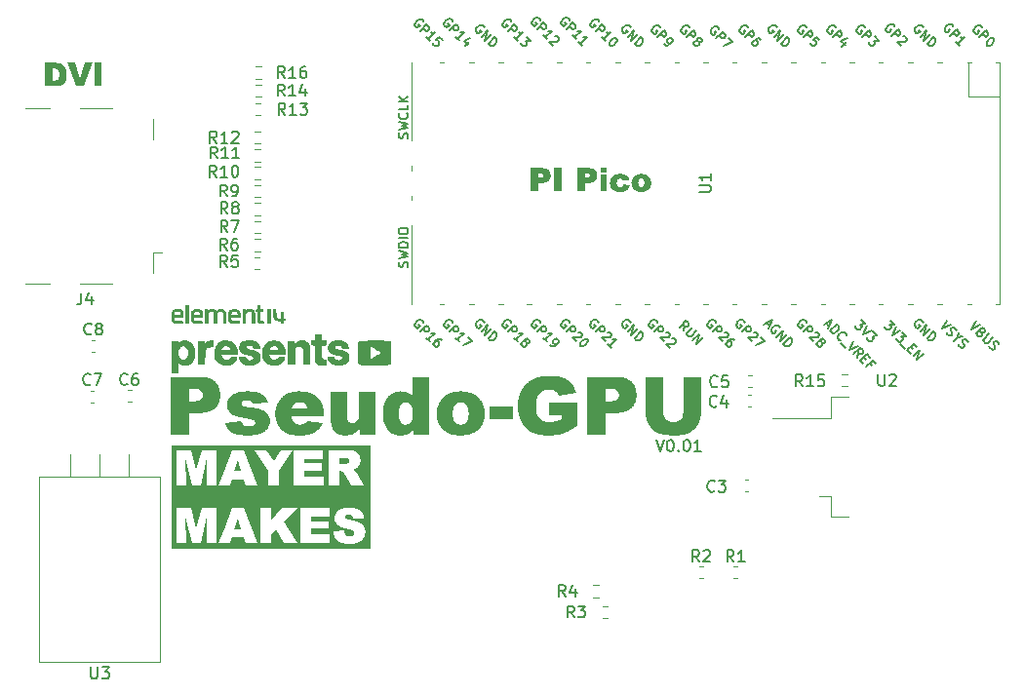
<source format=gto>
G04 #@! TF.GenerationSoftware,KiCad,Pcbnew,7.0.10-7.0.10~ubuntu22.04.1*
G04 #@! TF.CreationDate,2024-01-14T22:23:25+01:00*
G04 #@! TF.ProjectId,pico-GPU,7069636f-2d47-4505-952e-6b696361645f,rev?*
G04 #@! TF.SameCoordinates,Original*
G04 #@! TF.FileFunction,Legend,Top*
G04 #@! TF.FilePolarity,Positive*
%FSLAX46Y46*%
G04 Gerber Fmt 4.6, Leading zero omitted, Abs format (unit mm)*
G04 Created by KiCad (PCBNEW 7.0.10-7.0.10~ubuntu22.04.1) date 2024-01-14 22:23:25*
%MOMM*%
%LPD*%
G01*
G04 APERTURE LIST*
%ADD10C,0.300000*%
%ADD11C,0.600000*%
%ADD12C,0.150000*%
%ADD13C,0.120000*%
%ADD14C,0.010000*%
G04 APERTURE END LIST*
D10*
G36*
X68141930Y-136381193D02*
G01*
X68175259Y-136382074D01*
X68207769Y-136383544D01*
X68239457Y-136385601D01*
X68270325Y-136388245D01*
X68300373Y-136391478D01*
X68329600Y-136395298D01*
X68358006Y-136399706D01*
X68385593Y-136404701D01*
X68412358Y-136410284D01*
X68438303Y-136416455D01*
X68463428Y-136423214D01*
X68487732Y-136430560D01*
X68511215Y-136438495D01*
X68533879Y-136447016D01*
X68555721Y-136456126D01*
X68576980Y-136465785D01*
X68597769Y-136475955D01*
X68618089Y-136486637D01*
X68637939Y-136497830D01*
X68657320Y-136509535D01*
X68676232Y-136521751D01*
X68694674Y-136534478D01*
X68712647Y-136547717D01*
X68730151Y-136561467D01*
X68747185Y-136575728D01*
X68763749Y-136590501D01*
X68779844Y-136605786D01*
X68795470Y-136621581D01*
X68810627Y-136637888D01*
X68825314Y-136654707D01*
X68839531Y-136672036D01*
X68853331Y-136689738D01*
X68866642Y-136707795D01*
X68879465Y-136726207D01*
X68891799Y-136744974D01*
X68903645Y-136764095D01*
X68915002Y-136783572D01*
X68925871Y-136803403D01*
X68936251Y-136823589D01*
X68946143Y-136844130D01*
X68955547Y-136865026D01*
X68964461Y-136886278D01*
X68972888Y-136907883D01*
X68980826Y-136929844D01*
X68988275Y-136952160D01*
X68995236Y-136974831D01*
X69001709Y-136997856D01*
X69007801Y-137021142D01*
X69013501Y-137044591D01*
X69018807Y-137068204D01*
X69023721Y-137091982D01*
X69028241Y-137115923D01*
X69032369Y-137140029D01*
X69036103Y-137164298D01*
X69039444Y-137188732D01*
X69042392Y-137213330D01*
X69044947Y-137238092D01*
X69047109Y-137263018D01*
X69048878Y-137288109D01*
X69050254Y-137313363D01*
X69051236Y-137338781D01*
X69051826Y-137364364D01*
X69052023Y-137390110D01*
X69051950Y-137410211D01*
X69051731Y-137430031D01*
X69051366Y-137449569D01*
X69050198Y-137487800D01*
X69048446Y-137524906D01*
X69046111Y-137560886D01*
X69043191Y-137595741D01*
X69039688Y-137629469D01*
X69035601Y-137662072D01*
X69030929Y-137693548D01*
X69025674Y-137723899D01*
X69019835Y-137753124D01*
X69013413Y-137781224D01*
X69006406Y-137808197D01*
X68998815Y-137834045D01*
X68990641Y-137858767D01*
X68981882Y-137882363D01*
X68977284Y-137893739D01*
X68967713Y-137915984D01*
X68957684Y-137937779D01*
X68947197Y-137959124D01*
X68936251Y-137980018D01*
X68924848Y-138000462D01*
X68912987Y-138020455D01*
X68900668Y-138039999D01*
X68887891Y-138059092D01*
X68874656Y-138077734D01*
X68860964Y-138095926D01*
X68846813Y-138113668D01*
X68832204Y-138130960D01*
X68817137Y-138147801D01*
X68801613Y-138164192D01*
X68785630Y-138180133D01*
X68769189Y-138195623D01*
X68752499Y-138210511D01*
X68735644Y-138224765D01*
X68718625Y-138238385D01*
X68701442Y-138251372D01*
X68684095Y-138263725D01*
X68666584Y-138275445D01*
X68648909Y-138286531D01*
X68631070Y-138296984D01*
X68613067Y-138306803D01*
X68594899Y-138315989D01*
X68576568Y-138324542D01*
X68558072Y-138332460D01*
X68539412Y-138339746D01*
X68520588Y-138346398D01*
X68501600Y-138352416D01*
X68482448Y-138357801D01*
X68456770Y-138364485D01*
X68431394Y-138370738D01*
X68406319Y-138376560D01*
X68381545Y-138381950D01*
X68357073Y-138386909D01*
X68332903Y-138391437D01*
X68309034Y-138395534D01*
X68285466Y-138399200D01*
X68262200Y-138402434D01*
X68239236Y-138405237D01*
X68216573Y-138407609D01*
X68194211Y-138409550D01*
X68172151Y-138411059D01*
X68150392Y-138412137D01*
X68128935Y-138412784D01*
X68107780Y-138413000D01*
X67167445Y-138413000D01*
X67167445Y-136881108D01*
X67821039Y-136881108D01*
X67821039Y-137912790D01*
X67957815Y-137912790D01*
X67981249Y-137912636D01*
X68003801Y-137912172D01*
X68025472Y-137911399D01*
X68046261Y-137910317D01*
X68066169Y-137908926D01*
X68094377Y-137906260D01*
X68120602Y-137902898D01*
X68144844Y-137898841D01*
X68167102Y-137894088D01*
X68187377Y-137888640D01*
X68211324Y-137880294D01*
X68226970Y-137873223D01*
X68246105Y-137862385D01*
X68264187Y-137849653D01*
X68281215Y-137835029D01*
X68297190Y-137818512D01*
X68312112Y-137800103D01*
X68325980Y-137779800D01*
X68338795Y-137757604D01*
X68347715Y-137739715D01*
X68350557Y-137733516D01*
X68358588Y-137713510D01*
X68365830Y-137691229D01*
X68372281Y-137666673D01*
X68377943Y-137639841D01*
X68382814Y-137610734D01*
X68385623Y-137590065D01*
X68388081Y-137568384D01*
X68390187Y-137545693D01*
X68391943Y-137521990D01*
X68393347Y-137497275D01*
X68394401Y-137471550D01*
X68395103Y-137444813D01*
X68395454Y-137417064D01*
X68395498Y-137402811D01*
X68395107Y-137365652D01*
X68393933Y-137330011D01*
X68391977Y-137295890D01*
X68389239Y-137263287D01*
X68385719Y-137232204D01*
X68381416Y-137202639D01*
X68376330Y-137174593D01*
X68370463Y-137148066D01*
X68363813Y-137123058D01*
X68356381Y-137099568D01*
X68348166Y-137077598D01*
X68339169Y-137057146D01*
X68329390Y-137038214D01*
X68318828Y-137020800D01*
X68301519Y-136997527D01*
X68295358Y-136990529D01*
X68275484Y-136970974D01*
X68253232Y-136953343D01*
X68228601Y-136937635D01*
X68210859Y-136928232D01*
X68192060Y-136919683D01*
X68172204Y-136911990D01*
X68151291Y-136905151D01*
X68129320Y-136899167D01*
X68106293Y-136894038D01*
X68082208Y-136889764D01*
X68057066Y-136886344D01*
X68030868Y-136883780D01*
X68003612Y-136882070D01*
X67975298Y-136881215D01*
X67960745Y-136881108D01*
X67821039Y-136881108D01*
X67167445Y-136881108D01*
X67167445Y-136380899D01*
X68107780Y-136380899D01*
X68141930Y-136381193D01*
G37*
G36*
X69082797Y-136380899D02*
G01*
X69767654Y-136380899D01*
X70209734Y-137784318D01*
X70644486Y-136380899D01*
X71310780Y-136380899D01*
X70551674Y-138413000D01*
X69855581Y-138413000D01*
X69082797Y-136380899D01*
G37*
G36*
X71443648Y-136380899D02*
G01*
X72098219Y-136380899D01*
X72098219Y-138413000D01*
X71443648Y-138413000D01*
X71443648Y-136380899D01*
G37*
D11*
G36*
X84211308Y-176890739D02*
G01*
X83609738Y-176890739D01*
X83909424Y-175930132D01*
X84211308Y-176890739D01*
G37*
G36*
X84211308Y-171850739D02*
G01*
X83609738Y-171850739D01*
X83909424Y-170890132D01*
X84211308Y-171850739D01*
G37*
G36*
X93161475Y-170678444D02*
G01*
X93205402Y-170679496D01*
X93246483Y-170681810D01*
X93284717Y-170685386D01*
X93320105Y-170690225D01*
X93352646Y-170696325D01*
X93382341Y-170703688D01*
X93417506Y-170715469D01*
X93447611Y-170729494D01*
X93478126Y-170750181D01*
X93502823Y-170773930D01*
X93523335Y-170800756D01*
X93539660Y-170830659D01*
X93551799Y-170863639D01*
X93558497Y-170892239D01*
X93562516Y-170922807D01*
X93563855Y-170955345D01*
X93563646Y-170966530D01*
X93560512Y-170999125D01*
X93553617Y-171030278D01*
X93542961Y-171059988D01*
X93528544Y-171088255D01*
X93510366Y-171115080D01*
X93503557Y-171123486D01*
X93481652Y-171146267D01*
X93457532Y-171165389D01*
X93431197Y-171180854D01*
X93402646Y-171192660D01*
X93371880Y-171200809D01*
X93360685Y-171203288D01*
X93328500Y-171210254D01*
X93298415Y-171216512D01*
X93261567Y-171223753D01*
X93228451Y-171229735D01*
X93192304Y-171235442D01*
X93161990Y-171239181D01*
X93129347Y-171241109D01*
X92759319Y-171241109D01*
X92759319Y-170678374D01*
X93146200Y-170678374D01*
X93161475Y-170678444D01*
G37*
G36*
X95402196Y-178585465D02*
G01*
X78155382Y-178585465D01*
X78155382Y-175061849D01*
X78583953Y-175061849D01*
X78583953Y-178110000D01*
X79395083Y-178110000D01*
X79371636Y-175782854D01*
X79943164Y-178110000D01*
X80670031Y-178110000D01*
X81243025Y-175782854D01*
X81219577Y-178110000D01*
X82029242Y-178110000D01*
X82241734Y-178110000D01*
X83247037Y-178110000D01*
X83393583Y-177594159D01*
X84421601Y-177594159D01*
X84569612Y-178110000D01*
X85597630Y-178110000D01*
X84445048Y-175061849D01*
X85826242Y-175061849D01*
X85826242Y-178110000D01*
X86806632Y-178110000D01*
X86806632Y-177378736D01*
X87259459Y-176905394D01*
X87888140Y-178110000D01*
X89093478Y-178110000D01*
X87931371Y-176214431D01*
X89058307Y-175061849D01*
X89316228Y-175061849D01*
X89316228Y-178110000D01*
X91910087Y-178110000D01*
X91910087Y-177359685D01*
X90298817Y-177359685D01*
X90298817Y-177041681D01*
X92184127Y-177041681D01*
X92186993Y-177072637D01*
X92190370Y-177103222D01*
X92194257Y-177133436D01*
X92198656Y-177163280D01*
X92203565Y-177192753D01*
X92208986Y-177221855D01*
X92221359Y-177278948D01*
X92235776Y-177334558D01*
X92252237Y-177388685D01*
X92270741Y-177441330D01*
X92291289Y-177492493D01*
X92313880Y-177542172D01*
X92338515Y-177590369D01*
X92365194Y-177637083D01*
X92393917Y-177682315D01*
X92424683Y-177726064D01*
X92457492Y-177768330D01*
X92492345Y-177809114D01*
X92529242Y-177848415D01*
X92569024Y-177885770D01*
X92612533Y-177920715D01*
X92659768Y-177953250D01*
X92684783Y-177968614D01*
X92710730Y-177983375D01*
X92737608Y-177997534D01*
X92765419Y-178011090D01*
X92794160Y-178024043D01*
X92823834Y-178036395D01*
X92854439Y-178048143D01*
X92885975Y-178059290D01*
X92918444Y-178069833D01*
X92951844Y-178079774D01*
X92986175Y-178089113D01*
X93021438Y-178097849D01*
X93057633Y-178105983D01*
X93094760Y-178113514D01*
X93132818Y-178120443D01*
X93171808Y-178126769D01*
X93211730Y-178132493D01*
X93252583Y-178137614D01*
X93294368Y-178142133D01*
X93337084Y-178146049D01*
X93380732Y-178149363D01*
X93425312Y-178152074D01*
X93470824Y-178154183D01*
X93517267Y-178155689D01*
X93564641Y-178156593D01*
X93612948Y-178156894D01*
X93667862Y-178156396D01*
X93721598Y-178154902D01*
X93774154Y-178152412D01*
X93825531Y-178148926D01*
X93875728Y-178144443D01*
X93924747Y-178138965D01*
X93972586Y-178132491D01*
X94019246Y-178125020D01*
X94064727Y-178116554D01*
X94109028Y-178107091D01*
X94152150Y-178096633D01*
X94194093Y-178085178D01*
X94234857Y-178072728D01*
X94274441Y-178059281D01*
X94312847Y-178044838D01*
X94350073Y-178029399D01*
X94386297Y-178012899D01*
X94421514Y-177995453D01*
X94455723Y-177977064D01*
X94488925Y-177957729D01*
X94521119Y-177937451D01*
X94552306Y-177916227D01*
X94582485Y-177894059D01*
X94611657Y-177870947D01*
X94639821Y-177846890D01*
X94666978Y-177821888D01*
X94693127Y-177795942D01*
X94718269Y-177769052D01*
X94742403Y-177741217D01*
X94765530Y-177712437D01*
X94787649Y-177682713D01*
X94808761Y-177652044D01*
X94828725Y-177620634D01*
X94847401Y-177588869D01*
X94864789Y-177556749D01*
X94880889Y-177524275D01*
X94895701Y-177491445D01*
X94909225Y-177458260D01*
X94921461Y-177424721D01*
X94932409Y-177390826D01*
X94942069Y-177356577D01*
X94950441Y-177321973D01*
X94957525Y-177287014D01*
X94963321Y-177251700D01*
X94967829Y-177216031D01*
X94971049Y-177180007D01*
X94972981Y-177143628D01*
X94973625Y-177106894D01*
X94973141Y-177075576D01*
X94971690Y-177044635D01*
X94969271Y-177014072D01*
X94965885Y-176983887D01*
X94961532Y-176954080D01*
X94956211Y-176924651D01*
X94949923Y-176895599D01*
X94942667Y-176866926D01*
X94934444Y-176838630D01*
X94925253Y-176810712D01*
X94915095Y-176783171D01*
X94903970Y-176756009D01*
X94891877Y-176729224D01*
X94878817Y-176702817D01*
X94864789Y-176676788D01*
X94849794Y-176651137D01*
X94833745Y-176625938D01*
X94816558Y-176601266D01*
X94798231Y-176577120D01*
X94778765Y-176553501D01*
X94758160Y-176530408D01*
X94736415Y-176507843D01*
X94713532Y-176485804D01*
X94689509Y-176464291D01*
X94664347Y-176443305D01*
X94638047Y-176422846D01*
X94610606Y-176402914D01*
X94582027Y-176383508D01*
X94552309Y-176364629D01*
X94521451Y-176346276D01*
X94489454Y-176328450D01*
X94456318Y-176311151D01*
X94439173Y-176302640D01*
X94402851Y-176285661D01*
X94363822Y-176268740D01*
X94322085Y-176251876D01*
X94277641Y-176235069D01*
X94230488Y-176218319D01*
X94180629Y-176201627D01*
X94128061Y-176184991D01*
X94072786Y-176168413D01*
X94044133Y-176160146D01*
X94014803Y-176151893D01*
X93984796Y-176143654D01*
X93954112Y-176135429D01*
X93922752Y-176127219D01*
X93890714Y-176119023D01*
X93858000Y-176110841D01*
X93824608Y-176102674D01*
X93790540Y-176094521D01*
X93755795Y-176086382D01*
X93720373Y-176078258D01*
X93684274Y-176070148D01*
X93647498Y-176062052D01*
X93610045Y-176053970D01*
X93571915Y-176045903D01*
X93557069Y-176042785D01*
X93528424Y-176036522D01*
X93488075Y-176027064D01*
X93450869Y-176017529D01*
X93416806Y-176007916D01*
X93385885Y-175998226D01*
X93358107Y-175988458D01*
X93325959Y-175975315D01*
X93299397Y-175962034D01*
X93270031Y-175941856D01*
X93266334Y-175938732D01*
X93243744Y-175916348D01*
X93224968Y-175889649D01*
X93213702Y-175861759D01*
X93209947Y-175832679D01*
X93210239Y-175822060D01*
X93214618Y-175791372D01*
X93224253Y-175762435D01*
X93239142Y-175735249D01*
X93259286Y-175709816D01*
X93284685Y-175686133D01*
X93289435Y-175682347D01*
X93315520Y-175665216D01*
X93345506Y-175651091D01*
X93379391Y-175639972D01*
X93409307Y-175633240D01*
X93441718Y-175628431D01*
X93476626Y-175625546D01*
X93514030Y-175624584D01*
X93525808Y-175624667D01*
X93560157Y-175625901D01*
X93593025Y-175628616D01*
X93624411Y-175632813D01*
X93654316Y-175638491D01*
X93682740Y-175645650D01*
X93718335Y-175657500D01*
X93751296Y-175671983D01*
X93781624Y-175689099D01*
X93809319Y-175708848D01*
X93822239Y-175719865D01*
X93846465Y-175744800D01*
X93868538Y-175773606D01*
X93888460Y-175806281D01*
X93901988Y-175833327D01*
X93914305Y-175862549D01*
X93925412Y-175893949D01*
X93935308Y-175927525D01*
X93943994Y-175963277D01*
X93951468Y-176001207D01*
X94877637Y-175948450D01*
X94873501Y-175917583D01*
X94868879Y-175887265D01*
X94863770Y-175857494D01*
X94858174Y-175828271D01*
X94845523Y-175771471D01*
X94830926Y-175716862D01*
X94814382Y-175664446D01*
X94795892Y-175614223D01*
X94775456Y-175566192D01*
X94753073Y-175520354D01*
X94728745Y-175476708D01*
X94702469Y-175435254D01*
X94674248Y-175395993D01*
X94644080Y-175358924D01*
X94611966Y-175324048D01*
X94577906Y-175291365D01*
X94541899Y-175260873D01*
X94503946Y-175232575D01*
X94484259Y-175219186D01*
X94443266Y-175193683D01*
X94400115Y-175169881D01*
X94354806Y-175147779D01*
X94307339Y-175127377D01*
X94257714Y-175108675D01*
X94205931Y-175091674D01*
X94151989Y-175076372D01*
X94095890Y-175062771D01*
X94067031Y-175056608D01*
X94037632Y-175050870D01*
X94007694Y-175045557D01*
X93977216Y-175040669D01*
X93946199Y-175036206D01*
X93914642Y-175032168D01*
X93882546Y-175028555D01*
X93849910Y-175025368D01*
X93816735Y-175022605D01*
X93783020Y-175020267D01*
X93748766Y-175018354D01*
X93713972Y-175016867D01*
X93678639Y-175015804D01*
X93642766Y-175015167D01*
X93606353Y-175014954D01*
X93547512Y-175015418D01*
X93490239Y-175016809D01*
X93434534Y-175019127D01*
X93380398Y-175022373D01*
X93327831Y-175026546D01*
X93276832Y-175031647D01*
X93227401Y-175037674D01*
X93179539Y-175044630D01*
X93133245Y-175052512D01*
X93088520Y-175061322D01*
X93045364Y-175071059D01*
X93003776Y-175081724D01*
X92963756Y-175093316D01*
X92925305Y-175105835D01*
X92888422Y-175119282D01*
X92853108Y-175133656D01*
X92819114Y-175148852D01*
X92786190Y-175164763D01*
X92754336Y-175181389D01*
X92723553Y-175198732D01*
X92693840Y-175216789D01*
X92665198Y-175235563D01*
X92637626Y-175255052D01*
X92611125Y-175275256D01*
X92585694Y-175296176D01*
X92561334Y-175317811D01*
X92538044Y-175340163D01*
X92515824Y-175363229D01*
X92494675Y-175387011D01*
X92474597Y-175411509D01*
X92455589Y-175436722D01*
X92437651Y-175462651D01*
X92429131Y-175475775D01*
X92412902Y-175502182D01*
X92397755Y-175528801D01*
X92383691Y-175555631D01*
X92370708Y-175582674D01*
X92358806Y-175609928D01*
X92347987Y-175637393D01*
X92333787Y-175678989D01*
X92322021Y-175721062D01*
X92312690Y-175763611D01*
X92305792Y-175806637D01*
X92301329Y-175850139D01*
X92299707Y-175879405D01*
X92299166Y-175908883D01*
X92300227Y-175953356D01*
X92303413Y-175996833D01*
X92308723Y-176039314D01*
X92316156Y-176080799D01*
X92325713Y-176121288D01*
X92337393Y-176160781D01*
X92351198Y-176199278D01*
X92367126Y-176236779D01*
X92385178Y-176273284D01*
X92405354Y-176308792D01*
X92427654Y-176343305D01*
X92452077Y-176376822D01*
X92478624Y-176409342D01*
X92507295Y-176440867D01*
X92538089Y-176471395D01*
X92571008Y-176500928D01*
X92588022Y-176515170D01*
X92624121Y-176543105D01*
X92662978Y-176570308D01*
X92704595Y-176596778D01*
X92748971Y-176622515D01*
X92796106Y-176647519D01*
X92846000Y-176671791D01*
X92898653Y-176695330D01*
X92926015Y-176706824D01*
X92954066Y-176718136D01*
X92982807Y-176729264D01*
X93012238Y-176740209D01*
X93042358Y-176750971D01*
X93073169Y-176761550D01*
X93104669Y-176771946D01*
X93136859Y-176782158D01*
X93169739Y-176792187D01*
X93203308Y-176802033D01*
X93237568Y-176811696D01*
X93272517Y-176821176D01*
X93308156Y-176830472D01*
X93344484Y-176839586D01*
X93381503Y-176848516D01*
X93419211Y-176857263D01*
X93457609Y-176865826D01*
X93502712Y-176875836D01*
X93545697Y-176885896D01*
X93586564Y-176896009D01*
X93625313Y-176906172D01*
X93661943Y-176916388D01*
X93696456Y-176926654D01*
X93728851Y-176936973D01*
X93759127Y-176947342D01*
X93800571Y-176962994D01*
X93837249Y-176978761D01*
X93869161Y-176994644D01*
X93896308Y-177010643D01*
X93925090Y-177032156D01*
X93942113Y-177047998D01*
X93962206Y-177069682D01*
X93983136Y-177097689D01*
X93999415Y-177126698D01*
X94011043Y-177156708D01*
X94018019Y-177187720D01*
X94020345Y-177219734D01*
X94018765Y-177246834D01*
X94012346Y-177279646D01*
X94000991Y-177311277D01*
X93984697Y-177341727D01*
X93963467Y-177370997D01*
X93942928Y-177393563D01*
X93919228Y-177415373D01*
X93912866Y-177420602D01*
X93885640Y-177439859D01*
X93855575Y-177456460D01*
X93822671Y-177470405D01*
X93786928Y-177481693D01*
X93758257Y-177488417D01*
X93727989Y-177493646D01*
X93696124Y-177497381D01*
X93662662Y-177499622D01*
X93627602Y-177500369D01*
X93611690Y-177500198D01*
X93580560Y-177498824D01*
X93550358Y-177496076D01*
X93506794Y-177489378D01*
X93465316Y-177479590D01*
X93425925Y-177466710D01*
X93388620Y-177450738D01*
X93353402Y-177431676D01*
X93320270Y-177409522D01*
X93289225Y-177384278D01*
X93260266Y-177355942D01*
X93233394Y-177324515D01*
X93213164Y-177295457D01*
X93194606Y-177262507D01*
X93181784Y-177235240D01*
X93169902Y-177205784D01*
X93158960Y-177174138D01*
X93148959Y-177140302D01*
X93139898Y-177104277D01*
X93131777Y-177066062D01*
X93124596Y-177025657D01*
X93118356Y-176983063D01*
X92184127Y-177041681D01*
X90298817Y-177041681D01*
X90298817Y-176843845D01*
X91751817Y-176843845D01*
X91751817Y-176187320D01*
X90298817Y-176187320D01*
X90298817Y-175812163D01*
X91864658Y-175812163D01*
X91864658Y-175061849D01*
X89316228Y-175061849D01*
X89058307Y-175061849D01*
X87751120Y-175061849D01*
X86806632Y-176156545D01*
X86806632Y-175061849D01*
X85826242Y-175061849D01*
X84445048Y-175061849D01*
X83394316Y-175061849D01*
X82702767Y-176890739D01*
X82241734Y-178110000D01*
X82029242Y-178110000D01*
X82029242Y-175061849D01*
X80763087Y-175061849D01*
X80309528Y-176810872D01*
X79853771Y-175061849D01*
X78583953Y-175061849D01*
X78155382Y-175061849D01*
X78155382Y-170021849D01*
X78583953Y-170021849D01*
X78583953Y-173070000D01*
X79395083Y-173070000D01*
X79371636Y-170742854D01*
X79943164Y-173070000D01*
X80670031Y-173070000D01*
X81243025Y-170742854D01*
X81219577Y-173070000D01*
X82029242Y-173070000D01*
X82241734Y-173070000D01*
X83247037Y-173070000D01*
X83393583Y-172554159D01*
X84421601Y-172554159D01*
X84569612Y-173070000D01*
X85597630Y-173070000D01*
X84445048Y-170021849D01*
X85317728Y-170021849D01*
X86515006Y-171796517D01*
X86515006Y-173070000D01*
X87496863Y-173070000D01*
X87496863Y-171796517D01*
X88692676Y-170021849D01*
X88730045Y-170021849D01*
X88730045Y-173070000D01*
X91323904Y-173070000D01*
X91323904Y-172319685D01*
X89712634Y-172319685D01*
X89712634Y-171803845D01*
X91165635Y-171803845D01*
X91165635Y-171147320D01*
X89712634Y-171147320D01*
X89712634Y-170772163D01*
X91278475Y-170772163D01*
X91278475Y-170021849D01*
X91775265Y-170021849D01*
X91775265Y-170678374D01*
X91775265Y-173070000D01*
X92759319Y-173070000D01*
X92759319Y-171850739D01*
X92818670Y-171850739D01*
X92833594Y-171850994D01*
X92870051Y-171853860D01*
X92905292Y-171859910D01*
X92939317Y-171869144D01*
X92972125Y-171881562D01*
X93003717Y-171897165D01*
X93034092Y-171915952D01*
X93042796Y-171922750D01*
X93065383Y-171943927D01*
X93089150Y-171971078D01*
X93109014Y-171997102D01*
X93129633Y-172026949D01*
X93145594Y-172051844D01*
X93161979Y-172078890D01*
X93178790Y-172108086D01*
X93196025Y-172139434D01*
X93700875Y-173070000D01*
X94808761Y-173070000D01*
X94339815Y-172173140D01*
X94324608Y-172145602D01*
X94308432Y-172119624D01*
X94289073Y-172090891D01*
X94271293Y-172065921D01*
X94251475Y-172039188D01*
X94229619Y-172010692D01*
X94205725Y-171980432D01*
X94187446Y-171957686D01*
X94164337Y-171929682D01*
X94142670Y-171904334D01*
X94122445Y-171881643D01*
X94099193Y-171857013D01*
X94078195Y-171836534D01*
X94052585Y-171814836D01*
X94042644Y-171807706D01*
X94017368Y-171790808D01*
X93991482Y-171775234D01*
X93964989Y-171760984D01*
X93937887Y-171748057D01*
X93910177Y-171736454D01*
X93881859Y-171726175D01*
X93914340Y-171718150D01*
X93946568Y-171708727D01*
X93978545Y-171697908D01*
X94010270Y-171685692D01*
X94041743Y-171672079D01*
X94072964Y-171657070D01*
X94103933Y-171640664D01*
X94134651Y-171622861D01*
X94158418Y-171608114D01*
X94192868Y-171584965D01*
X94225875Y-171560579D01*
X94257440Y-171534956D01*
X94287562Y-171508097D01*
X94316241Y-171480001D01*
X94343478Y-171450669D01*
X94369273Y-171420101D01*
X94393624Y-171388296D01*
X94416534Y-171355254D01*
X94438000Y-171320976D01*
X94451398Y-171297438D01*
X94469875Y-171261099D01*
X94486406Y-171223524D01*
X94500993Y-171184712D01*
X94513634Y-171144664D01*
X94524331Y-171103379D01*
X94533083Y-171060858D01*
X94537837Y-171031823D01*
X94541727Y-171002240D01*
X94544752Y-170972106D01*
X94546913Y-170941423D01*
X94548210Y-170910191D01*
X94548642Y-170878408D01*
X94548075Y-170842024D01*
X94546375Y-170806326D01*
X94543542Y-170771316D01*
X94539575Y-170736992D01*
X94534474Y-170703355D01*
X94528240Y-170670405D01*
X94520873Y-170638142D01*
X94512372Y-170606566D01*
X94502738Y-170575677D01*
X94491970Y-170545475D01*
X94480069Y-170515960D01*
X94467035Y-170487131D01*
X94452867Y-170458990D01*
X94437565Y-170431536D01*
X94421130Y-170404768D01*
X94403562Y-170378688D01*
X94385166Y-170353460D01*
X94366067Y-170329251D01*
X94346263Y-170306062D01*
X94325755Y-170283891D01*
X94304543Y-170262739D01*
X94282627Y-170242606D01*
X94260007Y-170223492D01*
X94236683Y-170205397D01*
X94212655Y-170188321D01*
X94187922Y-170172264D01*
X94162486Y-170157226D01*
X94136345Y-170143207D01*
X94109500Y-170130207D01*
X94081951Y-170118225D01*
X94053698Y-170107263D01*
X94024741Y-170097320D01*
X93994731Y-170088181D01*
X93963135Y-170079631D01*
X93929953Y-170071671D01*
X93895186Y-170064301D01*
X93858833Y-170057521D01*
X93820894Y-170051330D01*
X93781370Y-170045728D01*
X93740259Y-170040717D01*
X93697564Y-170036294D01*
X93653282Y-170032462D01*
X93607415Y-170029219D01*
X93559962Y-170026566D01*
X93510924Y-170024502D01*
X93460300Y-170023028D01*
X93408090Y-170022144D01*
X93354295Y-170021849D01*
X91775265Y-170021849D01*
X91278475Y-170021849D01*
X88730045Y-170021849D01*
X88692676Y-170021849D01*
X87604574Y-170021849D01*
X87008133Y-170994912D01*
X86410959Y-170021849D01*
X85317728Y-170021849D01*
X84445048Y-170021849D01*
X83394316Y-170021849D01*
X82702767Y-171850739D01*
X82241734Y-173070000D01*
X82029242Y-173070000D01*
X82029242Y-170021849D01*
X80763087Y-170021849D01*
X80309528Y-171770872D01*
X79853771Y-170021849D01*
X78583953Y-170021849D01*
X78155382Y-170021849D01*
X78155382Y-169593278D01*
X95402196Y-169593278D01*
X95402196Y-178585465D01*
G37*
D10*
G36*
X110391810Y-145525058D02*
G01*
X110412832Y-145525536D01*
X110433519Y-145526333D01*
X110453870Y-145527448D01*
X110473887Y-145528882D01*
X110493569Y-145530635D01*
X110531929Y-145535096D01*
X110568949Y-145540832D01*
X110604629Y-145547843D01*
X110638970Y-145556128D01*
X110671972Y-145565688D01*
X110703633Y-145576522D01*
X110733956Y-145588631D01*
X110762939Y-145602015D01*
X110790582Y-145616673D01*
X110816886Y-145632606D01*
X110841850Y-145649814D01*
X110865475Y-145668296D01*
X110887760Y-145688053D01*
X110908700Y-145708980D01*
X110928289Y-145730971D01*
X110946527Y-145754027D01*
X110963414Y-145778148D01*
X110978950Y-145803334D01*
X110993136Y-145829584D01*
X111005970Y-145856899D01*
X111017453Y-145885279D01*
X111027585Y-145914724D01*
X111036367Y-145945233D01*
X111043797Y-145976807D01*
X111049876Y-146009446D01*
X111054605Y-146043150D01*
X111057982Y-146077918D01*
X111060009Y-146113751D01*
X111060684Y-146150649D01*
X111059949Y-146188654D01*
X111057746Y-146225609D01*
X111054072Y-146261514D01*
X111048930Y-146296371D01*
X111042318Y-146330177D01*
X111034237Y-146362934D01*
X111024687Y-146394642D01*
X111013667Y-146425300D01*
X111001179Y-146454909D01*
X110987220Y-146483468D01*
X110971793Y-146510978D01*
X110954896Y-146537438D01*
X110936530Y-146562849D01*
X110916695Y-146587210D01*
X110895391Y-146610522D01*
X110872617Y-146632785D01*
X110848347Y-146653843D01*
X110822555Y-146673543D01*
X110795240Y-146691884D01*
X110766402Y-146708866D01*
X110736041Y-146724490D01*
X110704158Y-146738755D01*
X110670752Y-146751662D01*
X110635824Y-146763210D01*
X110599372Y-146773400D01*
X110561398Y-146782231D01*
X110541840Y-146786137D01*
X110521902Y-146789703D01*
X110501582Y-146792930D01*
X110480882Y-146795817D01*
X110459801Y-146798364D01*
X110438340Y-146800572D01*
X110416498Y-146802440D01*
X110394275Y-146803968D01*
X110371672Y-146805157D01*
X110348688Y-146806006D01*
X110325323Y-146806516D01*
X110301577Y-146806685D01*
X109976734Y-146806685D01*
X109976734Y-147557000D01*
X109320210Y-147557000D01*
X109320210Y-145962582D01*
X109976734Y-145962582D01*
X109976734Y-146369002D01*
X110113510Y-146369002D01*
X110134893Y-146368781D01*
X110155444Y-146368117D01*
X110175163Y-146367010D01*
X110203181Y-146364520D01*
X110229327Y-146361034D01*
X110253602Y-146356552D01*
X110276004Y-146351073D01*
X110296535Y-146344599D01*
X110315194Y-146337129D01*
X110337160Y-146325619D01*
X110355799Y-146312338D01*
X110371713Y-146297683D01*
X110385505Y-146282052D01*
X110397175Y-146265443D01*
X110406724Y-146247858D01*
X110414150Y-146229295D01*
X110419455Y-146209756D01*
X110422638Y-146189240D01*
X110423699Y-146167746D01*
X110422783Y-146146665D01*
X110420035Y-146126408D01*
X110415456Y-146106976D01*
X110409044Y-146088367D01*
X110400801Y-146070583D01*
X110390726Y-146053624D01*
X110378819Y-146037488D01*
X110365080Y-146022177D01*
X110348716Y-146008210D01*
X110328933Y-145996105D01*
X110305729Y-145985862D01*
X110286083Y-145979402D01*
X110264513Y-145973989D01*
X110241020Y-145969624D01*
X110215604Y-145966307D01*
X110188264Y-145964037D01*
X110159001Y-145962815D01*
X110138423Y-145962582D01*
X109976734Y-145962582D01*
X109320210Y-145962582D01*
X109320210Y-145524899D01*
X110370454Y-145524899D01*
X110391810Y-145525058D01*
G37*
G36*
X111368430Y-145524899D02*
G01*
X112023001Y-145524899D01*
X112023001Y-147557000D01*
X111368430Y-147557000D01*
X111368430Y-145524899D01*
G37*
G36*
X114434518Y-145525058D02*
G01*
X114455539Y-145525536D01*
X114476226Y-145526333D01*
X114496578Y-145527448D01*
X114516595Y-145528882D01*
X114536277Y-145530635D01*
X114574636Y-145535096D01*
X114611656Y-145540832D01*
X114647337Y-145547843D01*
X114681678Y-145556128D01*
X114714679Y-145565688D01*
X114746341Y-145576522D01*
X114776663Y-145588631D01*
X114805646Y-145602015D01*
X114833290Y-145616673D01*
X114859593Y-145632606D01*
X114884558Y-145649814D01*
X114908182Y-145668296D01*
X114930468Y-145688053D01*
X114951408Y-145708980D01*
X114970997Y-145730971D01*
X114989235Y-145754027D01*
X115006122Y-145778148D01*
X115021658Y-145803334D01*
X115035843Y-145829584D01*
X115048677Y-145856899D01*
X115060161Y-145885279D01*
X115070293Y-145914724D01*
X115079074Y-145945233D01*
X115086505Y-145976807D01*
X115092584Y-146009446D01*
X115097312Y-146043150D01*
X115100690Y-146077918D01*
X115102716Y-146113751D01*
X115103392Y-146150649D01*
X115102657Y-146188654D01*
X115100453Y-146225609D01*
X115096780Y-146261514D01*
X115091637Y-146296371D01*
X115085026Y-146330177D01*
X115076945Y-146362934D01*
X115067394Y-146394642D01*
X115056375Y-146425300D01*
X115043886Y-146454909D01*
X115029928Y-146483468D01*
X115014501Y-146510978D01*
X114997604Y-146537438D01*
X114979238Y-146562849D01*
X114959403Y-146587210D01*
X114938098Y-146610522D01*
X114915325Y-146632785D01*
X114891055Y-146653843D01*
X114865263Y-146673543D01*
X114837947Y-146691884D01*
X114809110Y-146708866D01*
X114778749Y-146724490D01*
X114746866Y-146738755D01*
X114713460Y-146751662D01*
X114678531Y-146763210D01*
X114642080Y-146773400D01*
X114604106Y-146782231D01*
X114584548Y-146786137D01*
X114564609Y-146789703D01*
X114544290Y-146792930D01*
X114523590Y-146795817D01*
X114502509Y-146798364D01*
X114481048Y-146800572D01*
X114459205Y-146802440D01*
X114436983Y-146803968D01*
X114414379Y-146805157D01*
X114391395Y-146806006D01*
X114368030Y-146806516D01*
X114344285Y-146806685D01*
X114019442Y-146806685D01*
X114019442Y-147557000D01*
X113362917Y-147557000D01*
X113362917Y-145962582D01*
X114019442Y-145962582D01*
X114019442Y-146369002D01*
X114156218Y-146369002D01*
X114177601Y-146368781D01*
X114198151Y-146368117D01*
X114217870Y-146367010D01*
X114245888Y-146364520D01*
X114272035Y-146361034D01*
X114296309Y-146356552D01*
X114318712Y-146351073D01*
X114339243Y-146344599D01*
X114357901Y-146337129D01*
X114379868Y-146325619D01*
X114398507Y-146312338D01*
X114414421Y-146297683D01*
X114428213Y-146282052D01*
X114439883Y-146265443D01*
X114449431Y-146247858D01*
X114456858Y-146229295D01*
X114462163Y-146209756D01*
X114465345Y-146189240D01*
X114466406Y-146167746D01*
X114465490Y-146146665D01*
X114462743Y-146126408D01*
X114458163Y-146106976D01*
X114451752Y-146088367D01*
X114443509Y-146070583D01*
X114433434Y-146053624D01*
X114421527Y-146037488D01*
X114407788Y-146022177D01*
X114391424Y-146008210D01*
X114371640Y-145996105D01*
X114348437Y-145985862D01*
X114328791Y-145979402D01*
X114307221Y-145973989D01*
X114283728Y-145969624D01*
X114258311Y-145966307D01*
X114230971Y-145964037D01*
X114201708Y-145962815D01*
X114181131Y-145962582D01*
X114019442Y-145962582D01*
X113362917Y-145962582D01*
X113362917Y-145524899D01*
X114413161Y-145524899D01*
X114434518Y-145525058D01*
G37*
G36*
X115369616Y-145524899D02*
G01*
X115960196Y-145524899D01*
X115960196Y-145931319D01*
X115369616Y-145931319D01*
X115369616Y-145524899D01*
G37*
G36*
X115369616Y-146056371D02*
G01*
X115960196Y-146056371D01*
X115960196Y-147557000D01*
X115369616Y-147557000D01*
X115369616Y-146056371D01*
G37*
G36*
X117373873Y-146961535D02*
G01*
X117936609Y-147027969D01*
X117930174Y-147050570D01*
X117923328Y-147072696D01*
X117916069Y-147094350D01*
X117908399Y-147115531D01*
X117900316Y-147136238D01*
X117891821Y-147156472D01*
X117882913Y-147176233D01*
X117873594Y-147195520D01*
X117863863Y-147214334D01*
X117853719Y-147232676D01*
X117843163Y-147250543D01*
X117832195Y-147267938D01*
X117820815Y-147284860D01*
X117809022Y-147301308D01*
X117796818Y-147317283D01*
X117784201Y-147332785D01*
X117771157Y-147347775D01*
X117757670Y-147362338D01*
X117743741Y-147376474D01*
X117729369Y-147390182D01*
X117714554Y-147403462D01*
X117699296Y-147416316D01*
X117683596Y-147428741D01*
X117667453Y-147440740D01*
X117650867Y-147452311D01*
X117633839Y-147463454D01*
X117616368Y-147474171D01*
X117598454Y-147484459D01*
X117580098Y-147494321D01*
X117561299Y-147503755D01*
X117542057Y-147512761D01*
X117522373Y-147521340D01*
X117502139Y-147529444D01*
X117481248Y-147537025D01*
X117459702Y-147544083D01*
X117437498Y-147550619D01*
X117414639Y-147556631D01*
X117391123Y-147562121D01*
X117366950Y-147567088D01*
X117342122Y-147571532D01*
X117316636Y-147575453D01*
X117290495Y-147578852D01*
X117263697Y-147581727D01*
X117236242Y-147584080D01*
X117208132Y-147585910D01*
X117179364Y-147587217D01*
X117149941Y-147588001D01*
X117119861Y-147588263D01*
X117090851Y-147588091D01*
X117062441Y-147587576D01*
X117034629Y-147586717D01*
X117007417Y-147585515D01*
X116980804Y-147583969D01*
X116954791Y-147582080D01*
X116929376Y-147579848D01*
X116904561Y-147577272D01*
X116880344Y-147574352D01*
X116856727Y-147571089D01*
X116833709Y-147567483D01*
X116811290Y-147563533D01*
X116789471Y-147559240D01*
X116768250Y-147554603D01*
X116747629Y-147549623D01*
X116727607Y-147544299D01*
X116708115Y-147538529D01*
X116688963Y-147532331D01*
X116670150Y-147525706D01*
X116651678Y-147518653D01*
X116633544Y-147511173D01*
X116606982Y-147499152D01*
X116581183Y-147486169D01*
X116556149Y-147472224D01*
X116531878Y-147457318D01*
X116508372Y-147441450D01*
X116485631Y-147424620D01*
X116463653Y-147406828D01*
X116456497Y-147400684D01*
X116435673Y-147381699D01*
X116415699Y-147362113D01*
X116396575Y-147341926D01*
X116378301Y-147321137D01*
X116360877Y-147299748D01*
X116344304Y-147277757D01*
X116328580Y-147255166D01*
X116313707Y-147231973D01*
X116299683Y-147208180D01*
X116286510Y-147183785D01*
X116278200Y-147167188D01*
X116266676Y-147141249D01*
X116256287Y-147113807D01*
X116249990Y-147094678D01*
X116244197Y-147074881D01*
X116238907Y-147054416D01*
X116234122Y-147033284D01*
X116229840Y-147011483D01*
X116226062Y-146989015D01*
X116222787Y-146965878D01*
X116220017Y-146942074D01*
X116217750Y-146917602D01*
X116215987Y-146892462D01*
X116214727Y-146866655D01*
X116213972Y-146840179D01*
X116213720Y-146813036D01*
X116214029Y-146784574D01*
X116214956Y-146756707D01*
X116216502Y-146729436D01*
X116218666Y-146702760D01*
X116221448Y-146676680D01*
X116224848Y-146651194D01*
X116228867Y-146626304D01*
X116233503Y-146602010D01*
X116238758Y-146578311D01*
X116244632Y-146555207D01*
X116251123Y-146532698D01*
X116258233Y-146510785D01*
X116265961Y-146489467D01*
X116274307Y-146468745D01*
X116283272Y-146448618D01*
X116292854Y-146429086D01*
X116303944Y-146408139D01*
X116315781Y-146387612D01*
X116328364Y-146367507D01*
X116341695Y-146347822D01*
X116355773Y-146328558D01*
X116370598Y-146309714D01*
X116386170Y-146291292D01*
X116402489Y-146273290D01*
X116419555Y-146255708D01*
X116437368Y-146238548D01*
X116449658Y-146227341D01*
X116468394Y-146210975D01*
X116487233Y-146195399D01*
X116506176Y-146180613D01*
X116525221Y-146166617D01*
X116544369Y-146153410D01*
X116563620Y-146140994D01*
X116582975Y-146129368D01*
X116602432Y-146118531D01*
X116621993Y-146108485D01*
X116641656Y-146099228D01*
X116654822Y-146093496D01*
X116676003Y-146085215D01*
X116697901Y-146077468D01*
X116720516Y-146070255D01*
X116743849Y-146063577D01*
X116767899Y-146057432D01*
X116792667Y-146051822D01*
X116818152Y-146046747D01*
X116844355Y-146042205D01*
X116871275Y-146038198D01*
X116898912Y-146034725D01*
X116927268Y-146031787D01*
X116956340Y-146029383D01*
X116986130Y-146027513D01*
X117016637Y-146026177D01*
X117047862Y-146025376D01*
X117079805Y-146025108D01*
X117102261Y-146025236D01*
X117124385Y-146025618D01*
X117146175Y-146026255D01*
X117167633Y-146027146D01*
X117188758Y-146028293D01*
X117209549Y-146029694D01*
X117230008Y-146031349D01*
X117250134Y-146033260D01*
X117269926Y-146035425D01*
X117289386Y-146037845D01*
X117327307Y-146043449D01*
X117363895Y-146050073D01*
X117399152Y-146057715D01*
X117433077Y-146066376D01*
X117465670Y-146076056D01*
X117496932Y-146086755D01*
X117526861Y-146098473D01*
X117555458Y-146111210D01*
X117582724Y-146124966D01*
X117608657Y-146139740D01*
X117633259Y-146155534D01*
X117656830Y-146172375D01*
X117679551Y-146190293D01*
X117701420Y-146209287D01*
X117722438Y-146229356D01*
X117742605Y-146250503D01*
X117761922Y-146272725D01*
X117780387Y-146296023D01*
X117798001Y-146320398D01*
X117814764Y-146345849D01*
X117830676Y-146372376D01*
X117845737Y-146399979D01*
X117859947Y-146428659D01*
X117873306Y-146458414D01*
X117885814Y-146489246D01*
X117897471Y-146521154D01*
X117908277Y-146554138D01*
X117349937Y-146620572D01*
X117342686Y-146596186D01*
X117334367Y-146573586D01*
X117324979Y-146552772D01*
X117314522Y-146533744D01*
X117302997Y-146516502D01*
X117290403Y-146501046D01*
X117273158Y-146484238D01*
X117262010Y-146475492D01*
X117241996Y-146462827D01*
X117224422Y-146454240D01*
X117205459Y-146447027D01*
X117185106Y-146441188D01*
X117163365Y-146436723D01*
X117140234Y-146433632D01*
X117115715Y-146431915D01*
X117096413Y-146431528D01*
X117072209Y-146432379D01*
X117048872Y-146434929D01*
X117026402Y-146439179D01*
X117004799Y-146445130D01*
X116984064Y-146452780D01*
X116964196Y-146462131D01*
X116945195Y-146473182D01*
X116927061Y-146485934D01*
X116909795Y-146500385D01*
X116893396Y-146516536D01*
X116882945Y-146528249D01*
X116868366Y-146547202D01*
X116855222Y-146567976D01*
X116843511Y-146590571D01*
X116833234Y-146614985D01*
X116824391Y-146641220D01*
X116816982Y-146669276D01*
X116812840Y-146688991D01*
X116809334Y-146709515D01*
X116806467Y-146730848D01*
X116804236Y-146752990D01*
X116802643Y-146775941D01*
X116801687Y-146799702D01*
X116801368Y-146824271D01*
X116801683Y-146846096D01*
X116802627Y-146867242D01*
X116804202Y-146887709D01*
X116806405Y-146907497D01*
X116810892Y-146935904D01*
X116816795Y-146962783D01*
X116824115Y-146988134D01*
X116832852Y-147011956D01*
X116843006Y-147034250D01*
X116854577Y-147055016D01*
X116867564Y-147074253D01*
X116881968Y-147091961D01*
X116897559Y-147108024D01*
X116913922Y-147122507D01*
X116931058Y-147135410D01*
X116948967Y-147146733D01*
X116967649Y-147156476D01*
X116987103Y-147164639D01*
X117007331Y-147171222D01*
X117028331Y-147176225D01*
X117050104Y-147179648D01*
X117072649Y-147181491D01*
X117088109Y-147181842D01*
X117113823Y-147181049D01*
X117138454Y-147178667D01*
X117162000Y-147174698D01*
X117184463Y-147169142D01*
X117205842Y-147161998D01*
X117226137Y-147153266D01*
X117245348Y-147142947D01*
X117263475Y-147131040D01*
X117280695Y-147117278D01*
X117296937Y-147101395D01*
X117312202Y-147083390D01*
X117326490Y-147063263D01*
X117339801Y-147041014D01*
X117349144Y-147022934D01*
X117357936Y-147003662D01*
X117366180Y-146983195D01*
X117373873Y-146961535D01*
G37*
G36*
X118955866Y-146025363D02*
G01*
X118983073Y-146026127D01*
X119009855Y-146027401D01*
X119036213Y-146029184D01*
X119062146Y-146031477D01*
X119087655Y-146034279D01*
X119112739Y-146037591D01*
X119137398Y-146041412D01*
X119161633Y-146045742D01*
X119185443Y-146050582D01*
X119208829Y-146055932D01*
X119231790Y-146061791D01*
X119254327Y-146068159D01*
X119276439Y-146075037D01*
X119298127Y-146082424D01*
X119319390Y-146090321D01*
X119340228Y-146098728D01*
X119360642Y-146107643D01*
X119380631Y-146117069D01*
X119400196Y-146127003D01*
X119419336Y-146137448D01*
X119438052Y-146148401D01*
X119456343Y-146159865D01*
X119474209Y-146171837D01*
X119491651Y-146184319D01*
X119508668Y-146197311D01*
X119525261Y-146210812D01*
X119541429Y-146224823D01*
X119557173Y-146239343D01*
X119572492Y-146254372D01*
X119587386Y-146269911D01*
X119601856Y-146285960D01*
X119624157Y-146312594D01*
X119645019Y-146339983D01*
X119664442Y-146368128D01*
X119682426Y-146397029D01*
X119698972Y-146426686D01*
X119714078Y-146457098D01*
X119727746Y-146488265D01*
X119739976Y-146520189D01*
X119750766Y-146552868D01*
X119760118Y-146586302D01*
X119768031Y-146620492D01*
X119774506Y-146655438D01*
X119779541Y-146691140D01*
X119783138Y-146727597D01*
X119785296Y-146764809D01*
X119786016Y-146802778D01*
X119785793Y-146824210D01*
X119785124Y-146845400D01*
X119784011Y-146866346D01*
X119782451Y-146887049D01*
X119780446Y-146907509D01*
X119777996Y-146927725D01*
X119775100Y-146947698D01*
X119771758Y-146967428D01*
X119767971Y-146986914D01*
X119763738Y-147006157D01*
X119759060Y-147025157D01*
X119748366Y-147062427D01*
X119735891Y-147098724D01*
X119721633Y-147134048D01*
X119705593Y-147168398D01*
X119687771Y-147201775D01*
X119668167Y-147234180D01*
X119646780Y-147265611D01*
X119623612Y-147296068D01*
X119598661Y-147325553D01*
X119571928Y-147354065D01*
X119557893Y-147367956D01*
X119543496Y-147381510D01*
X119528761Y-147394633D01*
X119513687Y-147407327D01*
X119498275Y-147419590D01*
X119482523Y-147431423D01*
X119466433Y-147442826D01*
X119450005Y-147453798D01*
X119433237Y-147464340D01*
X119416131Y-147474452D01*
X119398686Y-147484133D01*
X119380903Y-147493384D01*
X119362781Y-147502205D01*
X119344320Y-147510596D01*
X119325520Y-147518556D01*
X119306382Y-147526086D01*
X119286905Y-147533186D01*
X119267090Y-147539855D01*
X119246935Y-147546094D01*
X119226442Y-147551903D01*
X119205611Y-147557282D01*
X119184440Y-147562230D01*
X119162931Y-147566748D01*
X119141083Y-147570836D01*
X119118897Y-147574493D01*
X119096372Y-147577721D01*
X119073508Y-147580517D01*
X119050305Y-147582884D01*
X119026764Y-147584820D01*
X119002884Y-147586326D01*
X118978665Y-147587402D01*
X118954108Y-147588047D01*
X118929212Y-147588263D01*
X118906997Y-147588084D01*
X118885049Y-147587549D01*
X118863369Y-147586657D01*
X118841956Y-147585408D01*
X118820810Y-147583802D01*
X118799931Y-147581840D01*
X118779319Y-147579520D01*
X118758974Y-147576844D01*
X118738897Y-147573811D01*
X118719086Y-147570421D01*
X118699543Y-147566675D01*
X118680267Y-147562571D01*
X118642516Y-147553294D01*
X118605834Y-147542589D01*
X118570220Y-147530457D01*
X118535675Y-147516898D01*
X118502199Y-147501911D01*
X118469791Y-147485497D01*
X118438451Y-147467656D01*
X118408181Y-147448388D01*
X118378978Y-147427692D01*
X118350845Y-147405569D01*
X118334075Y-147391235D01*
X118317837Y-147376626D01*
X118302132Y-147361743D01*
X118286960Y-147346584D01*
X118272320Y-147331151D01*
X118258212Y-147315443D01*
X118244636Y-147299461D01*
X118231593Y-147283203D01*
X118219082Y-147266671D01*
X118207104Y-147249864D01*
X118195658Y-147232782D01*
X118184744Y-147215426D01*
X118174363Y-147197795D01*
X118164514Y-147179889D01*
X118155197Y-147161708D01*
X118146413Y-147143252D01*
X118138162Y-147124522D01*
X118130442Y-147105517D01*
X118123255Y-147086237D01*
X118116600Y-147066682D01*
X118110478Y-147046853D01*
X118104888Y-147026748D01*
X118099831Y-147006369D01*
X118095306Y-146985715D01*
X118091313Y-146964787D01*
X118087852Y-146943584D01*
X118084924Y-146922105D01*
X118082529Y-146900353D01*
X118080665Y-146878325D01*
X118079334Y-146856023D01*
X118078536Y-146833445D01*
X118078270Y-146810593D01*
X118078316Y-146806197D01*
X118670314Y-146806197D01*
X118670606Y-146830095D01*
X118671482Y-146853183D01*
X118672942Y-146875463D01*
X118674985Y-146896933D01*
X118677613Y-146917595D01*
X118680824Y-146937447D01*
X118686736Y-146965709D01*
X118693962Y-146992150D01*
X118702501Y-147016771D01*
X118712355Y-147039571D01*
X118723521Y-147060551D01*
X118736002Y-147079711D01*
X118745053Y-147091473D01*
X118759397Y-147107623D01*
X118774402Y-147122184D01*
X118790068Y-147135157D01*
X118806396Y-147146542D01*
X118823384Y-147156338D01*
X118847064Y-147166928D01*
X118871920Y-147174694D01*
X118891333Y-147178665D01*
X118911407Y-147181048D01*
X118932143Y-147181842D01*
X118953040Y-147181061D01*
X118973233Y-147178717D01*
X118992721Y-147174810D01*
X119011506Y-147169340D01*
X119035457Y-147159616D01*
X119058157Y-147147114D01*
X119074360Y-147135914D01*
X119089859Y-147123152D01*
X119104653Y-147108826D01*
X119118744Y-147092938D01*
X119131926Y-147075177D01*
X119143811Y-147055414D01*
X119154400Y-147033651D01*
X119163692Y-147009888D01*
X119171688Y-146984124D01*
X119178387Y-146956359D01*
X119182133Y-146936737D01*
X119185302Y-146916226D01*
X119187895Y-146894827D01*
X119189912Y-146872538D01*
X119191353Y-146849359D01*
X119192217Y-146825292D01*
X119192505Y-146800335D01*
X119192215Y-146777092D01*
X119191345Y-146754624D01*
X119189895Y-146732930D01*
X119187865Y-146712011D01*
X119185254Y-146691867D01*
X119182064Y-146672497D01*
X119176191Y-146644895D01*
X119169012Y-146619036D01*
X119160529Y-146594921D01*
X119150740Y-146572548D01*
X119139646Y-146551919D01*
X119127247Y-146533032D01*
X119118256Y-146521410D01*
X119104038Y-146505347D01*
X119089227Y-146490864D01*
X119073824Y-146477961D01*
X119057828Y-146466638D01*
X119035579Y-146453999D01*
X119012277Y-146444168D01*
X118987922Y-146437146D01*
X118962513Y-146432933D01*
X118942765Y-146431616D01*
X118936050Y-146431528D01*
X118914870Y-146432331D01*
X118894377Y-146434740D01*
X118874570Y-146438754D01*
X118855450Y-146444374D01*
X118837018Y-146451600D01*
X118819272Y-146460431D01*
X118802213Y-146470868D01*
X118785841Y-146482911D01*
X118770156Y-146496560D01*
X118755158Y-146511814D01*
X118745541Y-146522875D01*
X118732097Y-146540887D01*
X118719976Y-146560668D01*
X118709177Y-146582218D01*
X118699700Y-146605536D01*
X118691545Y-146630624D01*
X118684713Y-146657480D01*
X118679203Y-146686105D01*
X118676265Y-146706171D01*
X118673914Y-146727023D01*
X118672151Y-146748662D01*
X118670975Y-146771086D01*
X118670388Y-146794297D01*
X118670314Y-146806197D01*
X118078316Y-146806197D01*
X118078494Y-146789339D01*
X118079168Y-146768320D01*
X118080292Y-146747536D01*
X118081865Y-146726986D01*
X118083887Y-146706671D01*
X118086358Y-146686591D01*
X118089279Y-146666745D01*
X118092649Y-146647134D01*
X118096469Y-146627758D01*
X118100738Y-146608616D01*
X118110624Y-146571037D01*
X118122308Y-146534397D01*
X118135789Y-146498695D01*
X118151067Y-146463933D01*
X118168143Y-146430109D01*
X118187017Y-146397224D01*
X118207688Y-146365278D01*
X118230156Y-146334270D01*
X118254422Y-146304202D01*
X118280485Y-146275072D01*
X118294191Y-146260859D01*
X118308346Y-146246881D01*
X118322882Y-146233237D01*
X118337730Y-146220026D01*
X118352890Y-146207248D01*
X118368361Y-146194903D01*
X118384145Y-146182991D01*
X118400241Y-146171513D01*
X118416648Y-146160468D01*
X118433368Y-146149855D01*
X118450400Y-146139676D01*
X118467743Y-146129931D01*
X118485399Y-146120618D01*
X118503367Y-146111738D01*
X118521646Y-146103292D01*
X118540238Y-146095279D01*
X118559141Y-146087698D01*
X118578357Y-146080551D01*
X118597884Y-146073838D01*
X118617724Y-146067557D01*
X118637875Y-146061709D01*
X118658339Y-146056295D01*
X118679114Y-146051314D01*
X118700202Y-146046766D01*
X118721601Y-146042651D01*
X118743312Y-146038969D01*
X118765336Y-146035721D01*
X118787671Y-146032905D01*
X118810318Y-146030523D01*
X118833278Y-146028574D01*
X118856549Y-146027058D01*
X118880132Y-146025975D01*
X118904027Y-146025325D01*
X118928235Y-146025108D01*
X118955866Y-146025363D01*
G37*
D12*
G36*
X80731959Y-163663294D02*
G01*
X80783531Y-163664456D01*
X80834274Y-163666394D01*
X80884186Y-163669107D01*
X80933268Y-163672596D01*
X81028943Y-163681898D01*
X81121297Y-163694301D01*
X81210331Y-163709805D01*
X81296045Y-163728409D01*
X81378439Y-163750114D01*
X81457513Y-163774920D01*
X81533266Y-163802827D01*
X81605699Y-163833834D01*
X81674813Y-163867942D01*
X81740606Y-163905151D01*
X81803078Y-163945461D01*
X81862231Y-163988871D01*
X81918063Y-164035382D01*
X81944734Y-164059801D01*
X81995753Y-164110720D01*
X82043481Y-164164253D01*
X82087917Y-164220400D01*
X82129061Y-164279161D01*
X82166914Y-164340537D01*
X82201476Y-164404526D01*
X82232745Y-164471130D01*
X82260724Y-164540348D01*
X82285410Y-164612181D01*
X82306805Y-164686627D01*
X82324909Y-164763688D01*
X82339721Y-164843362D01*
X82351241Y-164925651D01*
X82359470Y-165010554D01*
X82364407Y-165098071D01*
X82366053Y-165188203D01*
X82364260Y-165281101D01*
X82358879Y-165371423D01*
X82349910Y-165459169D01*
X82337355Y-165544339D01*
X82321212Y-165626933D01*
X82301482Y-165706951D01*
X82278164Y-165784394D01*
X82251259Y-165859260D01*
X82220767Y-165931550D01*
X82186687Y-166001264D01*
X82149021Y-166068402D01*
X82107766Y-166132964D01*
X82062925Y-166194951D01*
X82014496Y-166254361D01*
X81962480Y-166311195D01*
X81906877Y-166365453D01*
X81847743Y-166416768D01*
X81784832Y-166464772D01*
X81718142Y-166509466D01*
X81647674Y-166550849D01*
X81573428Y-166588921D01*
X81495404Y-166623683D01*
X81413602Y-166655134D01*
X81328021Y-166683274D01*
X81238663Y-166708104D01*
X81145526Y-166729623D01*
X81097541Y-166739141D01*
X81048611Y-166747831D01*
X80998737Y-166755694D01*
X80947918Y-166762729D01*
X80896155Y-166768937D01*
X80843447Y-166774317D01*
X80789795Y-166778869D01*
X80735198Y-166782593D01*
X80679657Y-166785490D01*
X80623171Y-166787559D01*
X80565740Y-166788801D01*
X80507365Y-166789214D01*
X79656179Y-166789214D01*
X79656179Y-168665000D01*
X78093025Y-168665000D01*
X78093025Y-164678956D01*
X79656179Y-164678956D01*
X79656179Y-165773164D01*
X80037198Y-165773164D01*
X80092477Y-165772573D01*
X80145657Y-165770798D01*
X80196738Y-165767840D01*
X80245720Y-165763700D01*
X80315258Y-165755271D01*
X80380073Y-165744179D01*
X80440165Y-165730426D01*
X80495535Y-165714012D01*
X80546182Y-165694935D01*
X80592106Y-165673196D01*
X80645992Y-165640071D01*
X80669787Y-165621734D01*
X80712434Y-165582235D01*
X80749395Y-165540065D01*
X80780669Y-165495223D01*
X80806257Y-165447711D01*
X80826159Y-165397526D01*
X80840375Y-165344671D01*
X80848904Y-165289144D01*
X80851748Y-165230945D01*
X80849267Y-165174349D01*
X80841825Y-165119967D01*
X80829422Y-165067798D01*
X80812058Y-165017843D01*
X80789733Y-164970101D01*
X80762446Y-164924573D01*
X80730199Y-164881258D01*
X80692990Y-164840157D01*
X80649255Y-164802375D01*
X80596819Y-164769631D01*
X80551782Y-164748379D01*
X80501851Y-164729961D01*
X80447025Y-164714376D01*
X80387305Y-164701625D01*
X80322690Y-164691707D01*
X80253181Y-164684623D01*
X80204122Y-164681475D01*
X80152889Y-164679586D01*
X80099480Y-164678956D01*
X79656179Y-164678956D01*
X78093025Y-164678956D01*
X78093025Y-163662906D01*
X80679556Y-163662906D01*
X80731959Y-163663294D01*
G37*
G36*
X82810575Y-167648949D02*
G01*
X84199096Y-167492634D01*
X84221536Y-167553294D01*
X84246113Y-167609489D01*
X84272827Y-167661219D01*
X84301678Y-167708483D01*
X84332666Y-167751283D01*
X84365792Y-167789618D01*
X84401054Y-167823487D01*
X84438454Y-167852892D01*
X84489425Y-167884204D01*
X84533809Y-167905432D01*
X84581398Y-167923263D01*
X84632193Y-167937698D01*
X84686193Y-167948737D01*
X84743400Y-167956379D01*
X84803812Y-167960625D01*
X84851224Y-167961580D01*
X84903002Y-167960550D01*
X84952547Y-167957459D01*
X85015134Y-167950131D01*
X85073752Y-167939140D01*
X85128402Y-167924486D01*
X85179082Y-167906168D01*
X85225794Y-167884186D01*
X85268536Y-167858540D01*
X85288419Y-167844344D01*
X85329091Y-167809825D01*
X85361348Y-167772216D01*
X85388346Y-167724431D01*
X85403890Y-167672439D01*
X85408098Y-167624525D01*
X85402559Y-167571474D01*
X85385944Y-167523145D01*
X85358252Y-167479539D01*
X85319484Y-167440656D01*
X85278715Y-167411861D01*
X85250561Y-167396158D01*
X85194791Y-167373689D01*
X85142966Y-167357661D01*
X85079424Y-167340793D01*
X85024080Y-167327591D01*
X84962145Y-167313917D01*
X84893620Y-167299770D01*
X84844275Y-167290077D01*
X84792001Y-167280174D01*
X84736799Y-167270060D01*
X84678667Y-167259737D01*
X84648503Y-167254497D01*
X84559259Y-167238989D01*
X84473487Y-167223604D01*
X84391189Y-167208344D01*
X84312363Y-167193207D01*
X84237011Y-167178195D01*
X84165131Y-167163307D01*
X84096724Y-167148542D01*
X84031789Y-167133902D01*
X83970328Y-167119386D01*
X83912339Y-167104994D01*
X83857824Y-167090726D01*
X83806781Y-167076581D01*
X83759211Y-167062561D01*
X83694367Y-167041764D01*
X83637337Y-167021245D01*
X83584998Y-166999546D01*
X83534226Y-166975206D01*
X83485021Y-166948226D01*
X83437383Y-166918606D01*
X83391311Y-166886345D01*
X83346808Y-166851444D01*
X83303871Y-166813902D01*
X83262501Y-166773720D01*
X83222698Y-166730898D01*
X83184462Y-166685435D01*
X83159842Y-166653660D01*
X83125142Y-166604254D01*
X83093854Y-166553582D01*
X83065980Y-166501644D01*
X83041518Y-166448438D01*
X83020470Y-166393967D01*
X83002835Y-166338229D01*
X82988614Y-166281224D01*
X82977805Y-166222953D01*
X82970410Y-166163415D01*
X82966428Y-166102611D01*
X82965669Y-166061371D01*
X82967505Y-165994245D01*
X82973011Y-165928879D01*
X82982188Y-165865273D01*
X82995036Y-165803427D01*
X83011554Y-165743342D01*
X83031744Y-165685017D01*
X83055604Y-165628453D01*
X83083135Y-165573648D01*
X83114337Y-165520604D01*
X83149209Y-165469320D01*
X83174497Y-165436109D01*
X83215266Y-165387831D01*
X83258804Y-165341913D01*
X83305111Y-165298358D01*
X83354187Y-165257163D01*
X83406033Y-165218330D01*
X83460648Y-165181858D01*
X83518032Y-165147747D01*
X83578185Y-165115998D01*
X83641107Y-165086610D01*
X83706799Y-165059584D01*
X83752131Y-165042878D01*
X83799058Y-165027203D01*
X83847939Y-165012539D01*
X83898777Y-164998886D01*
X83951571Y-164986244D01*
X84006320Y-164974614D01*
X84063026Y-164963995D01*
X84121687Y-164954388D01*
X84182304Y-164945792D01*
X84244877Y-164938207D01*
X84309406Y-164931633D01*
X84375890Y-164926071D01*
X84444331Y-164921520D01*
X84514727Y-164917980D01*
X84587079Y-164915452D01*
X84661387Y-164913935D01*
X84737651Y-164913429D01*
X84817980Y-164913835D01*
X84895627Y-164915051D01*
X84970593Y-164917079D01*
X85042879Y-164919917D01*
X85112483Y-164923566D01*
X85179406Y-164928027D01*
X85243649Y-164933298D01*
X85305211Y-164939380D01*
X85364091Y-164946273D01*
X85420291Y-164953977D01*
X85473810Y-164962493D01*
X85524648Y-164971819D01*
X85572804Y-164981956D01*
X85640013Y-164998682D01*
X85701189Y-165017233D01*
X85758666Y-165037705D01*
X85814319Y-165060195D01*
X85868146Y-165084702D01*
X85920149Y-165111228D01*
X85970328Y-165139771D01*
X86018681Y-165170333D01*
X86065210Y-165202912D01*
X86109914Y-165237509D01*
X86152794Y-165274124D01*
X86193849Y-165312757D01*
X86220205Y-165339633D01*
X86258520Y-165381754D01*
X86295611Y-165426602D01*
X86331478Y-165474175D01*
X86366121Y-165524475D01*
X86399541Y-165577502D01*
X86431738Y-165633254D01*
X86462711Y-165691733D01*
X86492460Y-165752938D01*
X86520985Y-165816869D01*
X86548287Y-165883527D01*
X86565809Y-165929480D01*
X85239570Y-166007637D01*
X85217889Y-165954557D01*
X85191313Y-165907059D01*
X85159843Y-165865142D01*
X85123479Y-165828806D01*
X85082220Y-165798051D01*
X85067379Y-165789040D01*
X85014190Y-165761950D01*
X84957661Y-165739452D01*
X84910033Y-165724759D01*
X84860269Y-165713005D01*
X84808367Y-165704189D01*
X84754328Y-165698312D01*
X84698153Y-165695374D01*
X84669263Y-165695006D01*
X84612038Y-165696304D01*
X84558820Y-165700197D01*
X84509609Y-165706684D01*
X84453730Y-165718443D01*
X84404112Y-165734257D01*
X84352835Y-165758586D01*
X84323660Y-165778049D01*
X84281785Y-165815599D01*
X84250196Y-165856655D01*
X84228892Y-165901218D01*
X84217872Y-165949286D01*
X84216193Y-165978328D01*
X84222796Y-166032933D01*
X84242606Y-166081344D01*
X84275623Y-166123561D01*
X84314435Y-166154816D01*
X84354190Y-166177386D01*
X84404833Y-166198048D01*
X84456725Y-166214105D01*
X84518731Y-166229742D01*
X84571871Y-166241195D01*
X84630701Y-166252411D01*
X84695219Y-166263391D01*
X84765426Y-166274135D01*
X84815390Y-166281167D01*
X84867884Y-166288093D01*
X84922905Y-166294915D01*
X84951364Y-166298286D01*
X85037130Y-166308151D01*
X85120101Y-166318513D01*
X85200277Y-166329370D01*
X85277657Y-166340724D01*
X85352242Y-166352573D01*
X85424031Y-166364919D01*
X85493025Y-166377761D01*
X85559223Y-166391099D01*
X85622626Y-166404933D01*
X85683234Y-166419263D01*
X85741046Y-166434089D01*
X85796062Y-166449412D01*
X85848284Y-166465230D01*
X85897709Y-166481545D01*
X85944340Y-166498356D01*
X85988175Y-166515662D01*
X86050643Y-166542828D01*
X86110277Y-166572120D01*
X86167078Y-166603536D01*
X86221045Y-166637078D01*
X86272179Y-166672745D01*
X86320478Y-166710537D01*
X86365945Y-166750454D01*
X86408578Y-166792496D01*
X86448377Y-166836664D01*
X86485342Y-166882957D01*
X86508412Y-166915000D01*
X86540712Y-166963994D01*
X86569835Y-167013889D01*
X86595781Y-167064686D01*
X86618550Y-167116385D01*
X86638142Y-167168986D01*
X86654557Y-167222488D01*
X86667795Y-167276892D01*
X86677855Y-167332197D01*
X86684739Y-167388404D01*
X86688446Y-167445512D01*
X86689152Y-167484085D01*
X86687477Y-167542782D01*
X86682454Y-167601179D01*
X86674082Y-167659275D01*
X86662361Y-167717070D01*
X86647292Y-167774565D01*
X86628873Y-167831759D01*
X86607106Y-167888653D01*
X86581990Y-167945246D01*
X86553525Y-168001539D01*
X86521712Y-168057531D01*
X86498642Y-168094692D01*
X86460979Y-168149271D01*
X86419430Y-168201725D01*
X86373996Y-168252054D01*
X86324676Y-168300257D01*
X86271471Y-168346335D01*
X86214381Y-168390288D01*
X86174162Y-168418410D01*
X86132216Y-168445586D01*
X86088543Y-168471819D01*
X86043144Y-168497106D01*
X85996017Y-168521450D01*
X85947164Y-168544848D01*
X85896584Y-168567302D01*
X85844133Y-168588597D01*
X85789365Y-168608518D01*
X85732278Y-168627066D01*
X85672872Y-168644239D01*
X85611149Y-168660038D01*
X85547106Y-168674464D01*
X85480746Y-168687516D01*
X85412067Y-168699193D01*
X85341069Y-168709497D01*
X85267754Y-168718428D01*
X85192119Y-168725984D01*
X85114167Y-168732166D01*
X85033896Y-168736975D01*
X84951307Y-168740409D01*
X84866399Y-168742470D01*
X84779173Y-168743157D01*
X84717223Y-168742879D01*
X84656398Y-168742046D01*
X84596695Y-168740656D01*
X84538116Y-168738711D01*
X84480661Y-168736210D01*
X84424329Y-168733154D01*
X84369120Y-168729541D01*
X84315035Y-168725373D01*
X84262073Y-168720649D01*
X84210235Y-168715370D01*
X84159520Y-168709534D01*
X84109928Y-168703143D01*
X84061460Y-168696197D01*
X83967894Y-168680636D01*
X83878822Y-168662852D01*
X83794243Y-168642845D01*
X83714158Y-168620615D01*
X83638567Y-168596162D01*
X83567469Y-168569486D01*
X83500865Y-168540587D01*
X83438755Y-168509465D01*
X83381139Y-168476120D01*
X83354016Y-168458614D01*
X83302233Y-168422107D01*
X83252827Y-168383720D01*
X83205795Y-168343453D01*
X83161140Y-168301307D01*
X83118860Y-168257281D01*
X83078956Y-168211376D01*
X83041428Y-168163591D01*
X83006275Y-168113927D01*
X82973498Y-168062383D01*
X82943096Y-168008959D01*
X82915070Y-167953657D01*
X82889420Y-167896474D01*
X82866145Y-167837412D01*
X82845246Y-167776471D01*
X82826723Y-167713650D01*
X82810575Y-167648949D01*
G37*
G36*
X89314848Y-164914331D02*
G01*
X89408834Y-164917036D01*
X89500244Y-164921544D01*
X89589077Y-164927855D01*
X89675335Y-164935969D01*
X89759017Y-164945887D01*
X89840123Y-164957608D01*
X89918653Y-164971132D01*
X89994606Y-164986459D01*
X90067984Y-165003589D01*
X90138786Y-165022523D01*
X90207012Y-165043260D01*
X90272662Y-165065800D01*
X90335735Y-165090143D01*
X90396233Y-165116289D01*
X90454155Y-165144239D01*
X90510092Y-165173748D01*
X90564332Y-165204880D01*
X90616872Y-165237633D01*
X90667715Y-165272008D01*
X90716859Y-165308006D01*
X90764305Y-165345625D01*
X90810053Y-165384866D01*
X90854103Y-165425729D01*
X90896454Y-165468214D01*
X90937107Y-165512320D01*
X90976062Y-165558049D01*
X91013319Y-165605400D01*
X91048877Y-165654372D01*
X91082737Y-165704967D01*
X91114899Y-165757183D01*
X91145362Y-165811022D01*
X91174051Y-165866697D01*
X91200889Y-165924423D01*
X91225877Y-165984201D01*
X91249013Y-166046029D01*
X91270298Y-166109909D01*
X91289733Y-166175841D01*
X91307316Y-166243823D01*
X91323049Y-166313857D01*
X91336931Y-166385942D01*
X91348962Y-166460078D01*
X91359142Y-166536266D01*
X91367471Y-166614504D01*
X91373949Y-166694795D01*
X91378576Y-166777136D01*
X91381352Y-166861528D01*
X91382278Y-166947972D01*
X91382278Y-167101845D01*
X88579591Y-167101845D01*
X88587623Y-167160617D01*
X88597523Y-167216492D01*
X88609290Y-167269468D01*
X88622925Y-167319546D01*
X88638428Y-167366726D01*
X88662003Y-167425125D01*
X88688898Y-167478372D01*
X88719114Y-167526466D01*
X88752649Y-167569409D01*
X88761552Y-167579340D01*
X88800647Y-167619715D01*
X88841909Y-167656119D01*
X88885340Y-167688552D01*
X88930938Y-167717013D01*
X88978705Y-167741503D01*
X89028640Y-167762021D01*
X89080743Y-167778569D01*
X89135015Y-167791144D01*
X89191454Y-167799749D01*
X89250062Y-167804382D01*
X89290338Y-167805265D01*
X89341591Y-167803757D01*
X89392157Y-167799235D01*
X89442036Y-167791698D01*
X89491228Y-167781146D01*
X89539733Y-167767579D01*
X89587551Y-167750997D01*
X89634682Y-167731400D01*
X89681127Y-167708789D01*
X89724317Y-167682585D01*
X89768710Y-167649770D01*
X89806623Y-167617373D01*
X89845370Y-167580385D01*
X89884952Y-167538805D01*
X89925369Y-167492634D01*
X91302899Y-167648949D01*
X91262852Y-167720781D01*
X91221784Y-167790038D01*
X91179695Y-167856718D01*
X91136585Y-167920822D01*
X91092454Y-167982350D01*
X91047303Y-168041302D01*
X91001130Y-168097679D01*
X90953937Y-168151479D01*
X90905723Y-168202703D01*
X90856488Y-168251351D01*
X90806232Y-168297424D01*
X90754955Y-168340920D01*
X90702658Y-168381840D01*
X90649339Y-168420184D01*
X90595000Y-168455952D01*
X90539640Y-168489145D01*
X90482405Y-168519904D01*
X90422136Y-168548679D01*
X90358834Y-168575469D01*
X90292497Y-168600275D01*
X90223126Y-168623097D01*
X90150722Y-168643934D01*
X90075283Y-168662786D01*
X89996810Y-168679654D01*
X89915304Y-168694538D01*
X89830763Y-168707437D01*
X89743189Y-168718351D01*
X89652581Y-168727281D01*
X89558938Y-168734227D01*
X89462262Y-168739188D01*
X89412786Y-168740925D01*
X89362552Y-168742165D01*
X89311559Y-168742909D01*
X89259808Y-168743157D01*
X89170487Y-168742356D01*
X89083571Y-168739952D01*
X88999059Y-168735944D01*
X88916952Y-168730334D01*
X88837248Y-168723122D01*
X88759949Y-168714306D01*
X88685055Y-168703888D01*
X88612564Y-168691866D01*
X88542478Y-168678242D01*
X88474796Y-168663015D01*
X88409518Y-168646185D01*
X88346645Y-168627752D01*
X88286175Y-168607717D01*
X88228111Y-168586079D01*
X88172450Y-168562837D01*
X88119193Y-168537993D01*
X88067845Y-168511403D01*
X88017604Y-168482924D01*
X87968469Y-168452556D01*
X87920441Y-168420299D01*
X87873520Y-168386152D01*
X87827705Y-168350117D01*
X87782997Y-168312193D01*
X87739396Y-168272379D01*
X87696901Y-168230677D01*
X87655514Y-168187085D01*
X87615233Y-168141604D01*
X87576058Y-168094234D01*
X87537991Y-168044976D01*
X87501030Y-167993828D01*
X87465176Y-167940791D01*
X87430429Y-167885865D01*
X87397451Y-167829384D01*
X87366601Y-167771681D01*
X87337879Y-167712758D01*
X87311284Y-167652613D01*
X87286817Y-167591247D01*
X87264477Y-167528660D01*
X87244265Y-167464851D01*
X87226181Y-167399822D01*
X87210224Y-167333571D01*
X87196394Y-167266099D01*
X87184693Y-167197405D01*
X87175119Y-167127491D01*
X87167672Y-167056355D01*
X87162353Y-166983998D01*
X87159162Y-166910420D01*
X87158098Y-166835621D01*
X87158632Y-166782208D01*
X87160235Y-166729437D01*
X87162906Y-166677308D01*
X87166646Y-166625820D01*
X87171455Y-166574974D01*
X87177332Y-166524769D01*
X87184278Y-166475206D01*
X87192292Y-166426285D01*
X87197533Y-166398426D01*
X88583255Y-166398426D01*
X89960785Y-166398426D01*
X89951808Y-166344931D01*
X89940448Y-166294356D01*
X89926706Y-166246700D01*
X89904677Y-166187700D01*
X89878411Y-166133890D01*
X89847909Y-166085270D01*
X89813171Y-166041841D01*
X89774198Y-166003602D01*
X89742187Y-165978328D01*
X89696449Y-165948561D01*
X89647161Y-165922763D01*
X89594325Y-165900934D01*
X89537939Y-165883073D01*
X89478004Y-165869182D01*
X89414520Y-165859260D01*
X89364578Y-165854423D01*
X89312639Y-165851818D01*
X89276905Y-165851322D01*
X89215574Y-165853007D01*
X89156605Y-165858062D01*
X89099998Y-165866488D01*
X89045752Y-165878284D01*
X88993867Y-165893450D01*
X88944343Y-165911987D01*
X88897181Y-165933893D01*
X88852380Y-165959170D01*
X88809940Y-165987818D01*
X88769862Y-166019835D01*
X88744455Y-166043053D01*
X88707032Y-166083285D01*
X88674140Y-166129182D01*
X88645780Y-166180743D01*
X88626355Y-166226071D01*
X88609831Y-166275025D01*
X88596206Y-166327604D01*
X88585483Y-166383808D01*
X88583255Y-166398426D01*
X87197533Y-166398426D01*
X87201375Y-166378005D01*
X87222746Y-166283371D01*
X87248391Y-166191302D01*
X87278311Y-166101801D01*
X87312505Y-166014866D01*
X87350973Y-165930497D01*
X87393716Y-165848695D01*
X87440733Y-165769459D01*
X87492024Y-165692789D01*
X87547589Y-165618687D01*
X87607428Y-165547150D01*
X87671542Y-165478180D01*
X87705202Y-165444658D01*
X87775369Y-165380329D01*
X87848790Y-165320151D01*
X87925464Y-165264123D01*
X88005392Y-165212245D01*
X88088573Y-165164518D01*
X88175007Y-165120940D01*
X88264694Y-165081513D01*
X88310758Y-165063356D01*
X88357636Y-165046236D01*
X88405326Y-165030154D01*
X88453830Y-165015110D01*
X88503147Y-165001103D01*
X88553278Y-164988133D01*
X88604222Y-164976201D01*
X88655979Y-164965307D01*
X88708550Y-164955450D01*
X88761934Y-164946631D01*
X88816131Y-164938849D01*
X88871142Y-164932105D01*
X88926966Y-164926399D01*
X88983603Y-164921730D01*
X89041054Y-164918098D01*
X89099318Y-164915504D01*
X89158396Y-164913948D01*
X89218286Y-164913429D01*
X89314848Y-164914331D01*
G37*
G36*
X95840931Y-168665000D02*
G01*
X94535453Y-168665000D01*
X94535453Y-168070268D01*
X94498950Y-168114943D01*
X94462409Y-168157986D01*
X94425830Y-168199397D01*
X94389213Y-168239177D01*
X94352557Y-168277326D01*
X94315864Y-168313843D01*
X94279132Y-168348729D01*
X94242362Y-168381983D01*
X94187135Y-168428805D01*
X94131823Y-168471957D01*
X94076424Y-168511438D01*
X94020940Y-168547248D01*
X93965370Y-168579387D01*
X93946828Y-168589284D01*
X93889984Y-168616783D01*
X93830736Y-168641577D01*
X93769084Y-168663666D01*
X93705027Y-168683051D01*
X93638567Y-168699730D01*
X93569702Y-168713705D01*
X93498432Y-168724975D01*
X93449584Y-168730986D01*
X93399667Y-168735794D01*
X93348681Y-168739401D01*
X93296627Y-168741805D01*
X93243504Y-168743007D01*
X93216542Y-168743157D01*
X93145458Y-168741802D01*
X93076312Y-168737738D01*
X93009102Y-168730964D01*
X92943829Y-168721481D01*
X92880493Y-168709288D01*
X92819094Y-168694385D01*
X92759631Y-168676773D01*
X92702105Y-168656451D01*
X92646516Y-168633420D01*
X92592864Y-168607679D01*
X92541148Y-168579228D01*
X92491369Y-168548068D01*
X92443527Y-168514199D01*
X92397622Y-168477619D01*
X92353654Y-168438331D01*
X92311622Y-168396332D01*
X92271990Y-168351367D01*
X92234914Y-168303482D01*
X92200396Y-168252678D01*
X92168435Y-168198954D01*
X92139030Y-168142310D01*
X92112182Y-168082747D01*
X92087892Y-168020265D01*
X92066158Y-167954863D01*
X92046981Y-167886542D01*
X92030361Y-167815302D01*
X92016298Y-167741141D01*
X92004792Y-167664062D01*
X91995843Y-167584063D01*
X91989450Y-167501144D01*
X91985615Y-167415306D01*
X91984337Y-167326549D01*
X91984337Y-164991587D01*
X93388733Y-164991587D01*
X93388733Y-167012697D01*
X93389849Y-167075737D01*
X93393198Y-167135257D01*
X93398779Y-167191256D01*
X93406593Y-167243735D01*
X93416640Y-167292693D01*
X93433508Y-167352495D01*
X93454345Y-167406037D01*
X93479150Y-167453321D01*
X93507925Y-167494346D01*
X93515739Y-167503625D01*
X93557933Y-167545491D01*
X93605136Y-167580261D01*
X93657348Y-167607935D01*
X93714568Y-167628513D01*
X93763951Y-167639866D01*
X93816540Y-167646679D01*
X93872334Y-167648949D01*
X93933776Y-167645934D01*
X93992318Y-167636890D01*
X94047960Y-167621815D01*
X94100701Y-167600711D01*
X94150542Y-167573577D01*
X94197482Y-167540414D01*
X94241522Y-167501220D01*
X94282662Y-167455997D01*
X94320157Y-167402646D01*
X94344997Y-167356321D01*
X94367026Y-167304586D01*
X94386242Y-167247442D01*
X94402646Y-167184888D01*
X94416238Y-167116924D01*
X94423737Y-167068610D01*
X94429986Y-167017892D01*
X94434986Y-166964769D01*
X94438735Y-166909242D01*
X94441235Y-166851310D01*
X94442485Y-166790975D01*
X94442641Y-166759905D01*
X94442641Y-164991587D01*
X95840931Y-164991587D01*
X95840931Y-168665000D01*
G37*
G36*
X100502306Y-168665000D02*
G01*
X99194385Y-168665000D01*
X99194385Y-168172850D01*
X99160225Y-168211433D01*
X99126436Y-168248413D01*
X99076451Y-168300877D01*
X99027303Y-168349735D01*
X98978993Y-168394987D01*
X98931519Y-168436632D01*
X98884883Y-168474671D01*
X98839084Y-168509104D01*
X98794122Y-168539930D01*
X98749997Y-168567150D01*
X98706709Y-168590763D01*
X98692466Y-168597833D01*
X98635297Y-168623804D01*
X98576904Y-168647220D01*
X98517288Y-168668082D01*
X98456448Y-168686390D01*
X98394384Y-168702143D01*
X98331097Y-168715341D01*
X98266586Y-168725985D01*
X98200851Y-168734074D01*
X98133893Y-168739609D01*
X98065712Y-168742590D01*
X98019577Y-168743157D01*
X97927834Y-168740934D01*
X97838838Y-168734265D01*
X97752589Y-168723150D01*
X97669089Y-168707589D01*
X97588336Y-168687582D01*
X97510331Y-168663130D01*
X97435074Y-168634231D01*
X97362564Y-168600886D01*
X97292802Y-168563095D01*
X97225788Y-168520858D01*
X97161522Y-168474175D01*
X97100003Y-168423046D01*
X97041232Y-168367472D01*
X96985209Y-168307451D01*
X96931933Y-168242984D01*
X96881406Y-168174071D01*
X96833788Y-168101977D01*
X96789242Y-168027965D01*
X96747769Y-167952035D01*
X96709367Y-167874187D01*
X96674038Y-167794422D01*
X96641781Y-167712739D01*
X96612595Y-167629138D01*
X96586482Y-167543620D01*
X96563442Y-167456183D01*
X96543473Y-167366830D01*
X96526576Y-167275558D01*
X96512752Y-167182369D01*
X96501999Y-167087262D01*
X96494319Y-166990238D01*
X96491631Y-166941006D01*
X96489711Y-166891296D01*
X96488559Y-166841105D01*
X96488545Y-166839284D01*
X97885244Y-166839284D01*
X97885907Y-166900827D01*
X97887896Y-166960280D01*
X97891211Y-167017644D01*
X97895853Y-167072918D01*
X97901821Y-167126103D01*
X97909115Y-167177198D01*
X97917735Y-167226204D01*
X97933151Y-167295795D01*
X97951552Y-167360685D01*
X97972936Y-167420874D01*
X97997304Y-167476362D01*
X98024657Y-167527149D01*
X98054993Y-167573234D01*
X98087747Y-167614700D01*
X98121897Y-167652088D01*
X98169601Y-167695594D01*
X98219785Y-167731849D01*
X98272450Y-167760853D01*
X98327595Y-167782605D01*
X98385221Y-167797107D01*
X98445328Y-167804358D01*
X98476311Y-167805265D01*
X98525674Y-167803204D01*
X98589053Y-167794045D01*
X98649646Y-167777558D01*
X98707454Y-167753745D01*
X98762475Y-167722604D01*
X98814711Y-167684135D01*
X98852059Y-167650476D01*
X98887840Y-167612694D01*
X98922055Y-167570792D01*
X98954137Y-167524220D01*
X98983063Y-167472431D01*
X99008834Y-167415427D01*
X99031449Y-167353206D01*
X99050908Y-167285768D01*
X99062128Y-167237912D01*
X99071946Y-167187737D01*
X99080360Y-167135244D01*
X99087373Y-167080432D01*
X99092983Y-167023302D01*
X99097190Y-166963854D01*
X99099995Y-166902087D01*
X99101398Y-166838002D01*
X99101573Y-166805090D01*
X99100862Y-166745904D01*
X99098730Y-166688636D01*
X99095176Y-166633285D01*
X99090201Y-166579853D01*
X99083804Y-166528337D01*
X99075985Y-166478740D01*
X99061591Y-166407939D01*
X99044000Y-166341453D01*
X99023209Y-166279282D01*
X98999220Y-166221426D01*
X98972033Y-166167885D01*
X98941647Y-166118658D01*
X98919612Y-166088237D01*
X98884647Y-166045898D01*
X98847985Y-166007723D01*
X98809628Y-165973713D01*
X98769575Y-165943867D01*
X98727826Y-165918186D01*
X98669522Y-165890422D01*
X98608204Y-165870062D01*
X98560237Y-165859651D01*
X98510573Y-165853404D01*
X98459214Y-165851322D01*
X98399394Y-165854871D01*
X98342054Y-165865519D01*
X98287195Y-165883264D01*
X98234816Y-165908108D01*
X98184918Y-165940051D01*
X98137501Y-165979091D01*
X98092564Y-166025230D01*
X98060489Y-166064493D01*
X98050108Y-166078468D01*
X98020645Y-166123752D01*
X97994080Y-166174424D01*
X97970413Y-166230484D01*
X97949644Y-166291932D01*
X97931773Y-166358769D01*
X97916800Y-166430993D01*
X97908428Y-166482136D01*
X97901344Y-166535674D01*
X97895548Y-166591607D01*
X97891040Y-166649934D01*
X97887820Y-166710656D01*
X97885888Y-166773773D01*
X97885244Y-166839284D01*
X96488545Y-166839284D01*
X96488175Y-166790436D01*
X96488598Y-166733915D01*
X96489868Y-166678232D01*
X96491985Y-166623386D01*
X96494949Y-166569377D01*
X96498759Y-166516205D01*
X96503416Y-166463871D01*
X96508920Y-166412373D01*
X96515270Y-166361713D01*
X96522468Y-166311890D01*
X96530512Y-166262904D01*
X96539402Y-166214756D01*
X96559724Y-166120971D01*
X96583433Y-166030534D01*
X96610529Y-165943446D01*
X96641011Y-165859707D01*
X96674881Y-165779317D01*
X96712137Y-165702275D01*
X96752781Y-165628583D01*
X96796812Y-165558239D01*
X96844229Y-165491244D01*
X96895033Y-165427598D01*
X96921706Y-165397030D01*
X96976966Y-165338469D01*
X97034057Y-165283686D01*
X97092981Y-165232681D01*
X97153736Y-165185455D01*
X97216324Y-165142006D01*
X97280743Y-165102336D01*
X97346994Y-165066444D01*
X97415076Y-165034330D01*
X97484991Y-165005994D01*
X97556737Y-164981436D01*
X97630315Y-164960656D01*
X97705725Y-164943654D01*
X97782967Y-164930431D01*
X97862041Y-164920986D01*
X97942946Y-164915318D01*
X98025683Y-164913429D01*
X98086502Y-164914299D01*
X98146226Y-164916907D01*
X98204855Y-164921254D01*
X98262389Y-164927340D01*
X98318828Y-164935164D01*
X98374173Y-164944728D01*
X98428423Y-164956030D01*
X98481578Y-164969071D01*
X98533638Y-164983851D01*
X98584604Y-165000369D01*
X98617972Y-165012348D01*
X98667363Y-165031546D01*
X98715703Y-165052505D01*
X98762990Y-165075224D01*
X98809226Y-165099703D01*
X98854410Y-165125942D01*
X98898541Y-165153942D01*
X98941621Y-165183702D01*
X98983650Y-165215222D01*
X99024626Y-165248502D01*
X99064550Y-165283543D01*
X99090582Y-165307882D01*
X99090582Y-163662906D01*
X100502306Y-163662906D01*
X100502306Y-168665000D01*
G37*
G36*
X103309430Y-164914053D02*
G01*
X103376324Y-164915924D01*
X103442170Y-164919043D01*
X103506970Y-164923409D01*
X103570722Y-164929023D01*
X103633428Y-164935883D01*
X103695086Y-164943992D01*
X103755697Y-164953348D01*
X103815261Y-164963951D01*
X103873778Y-164975802D01*
X103931248Y-164988900D01*
X103987670Y-165003246D01*
X104043046Y-165018839D01*
X104097375Y-165035680D01*
X104150656Y-165053768D01*
X104202890Y-165073103D01*
X104254078Y-165093686D01*
X104304218Y-165115516D01*
X104353311Y-165138594D01*
X104401357Y-165162920D01*
X104448356Y-165188492D01*
X104494307Y-165215313D01*
X104539212Y-165243380D01*
X104583070Y-165272695D01*
X104625880Y-165303258D01*
X104667643Y-165335068D01*
X104708360Y-165368125D01*
X104748029Y-165402430D01*
X104786651Y-165437983D01*
X104824226Y-165474782D01*
X104860754Y-165512830D01*
X104896235Y-165552124D01*
X104950803Y-165617321D01*
X105001851Y-165684378D01*
X105049378Y-165753296D01*
X105093384Y-165824074D01*
X105133871Y-165896712D01*
X105170836Y-165971211D01*
X105204281Y-166047570D01*
X105234206Y-166125790D01*
X105260610Y-166205870D01*
X105283493Y-166287811D01*
X105302856Y-166371612D01*
X105318698Y-166457273D01*
X105331020Y-166544795D01*
X105339822Y-166634177D01*
X105345102Y-166725420D01*
X105346863Y-166818524D01*
X105346318Y-166871043D01*
X105344683Y-166922966D01*
X105341958Y-166974293D01*
X105338142Y-167025023D01*
X105333237Y-167075157D01*
X105327242Y-167124695D01*
X105320157Y-167173637D01*
X105311982Y-167221982D01*
X105292361Y-167316884D01*
X105268381Y-167409400D01*
X105240040Y-167499532D01*
X105207339Y-167587278D01*
X105170278Y-167672639D01*
X105128857Y-167755615D01*
X105083076Y-167836205D01*
X105032934Y-167914411D01*
X104978433Y-167990231D01*
X104919571Y-168063666D01*
X104856350Y-168134716D01*
X104788768Y-168203381D01*
X104717332Y-168268744D01*
X104642546Y-168329891D01*
X104564413Y-168386820D01*
X104482930Y-168439533D01*
X104398099Y-168488028D01*
X104354427Y-168510695D01*
X104309918Y-168532307D01*
X104264572Y-168552865D01*
X104218389Y-168572368D01*
X104171369Y-168590818D01*
X104123511Y-168608213D01*
X104074817Y-168624554D01*
X104025285Y-168639841D01*
X103974916Y-168654073D01*
X103923709Y-168667251D01*
X103871666Y-168679375D01*
X103818785Y-168690445D01*
X103765067Y-168700460D01*
X103710512Y-168709421D01*
X103655120Y-168717328D01*
X103598890Y-168724181D01*
X103541823Y-168729979D01*
X103483919Y-168734723D01*
X103425178Y-168738413D01*
X103365600Y-168741049D01*
X103305185Y-168742630D01*
X103243932Y-168743157D01*
X103189306Y-168742720D01*
X103135339Y-168741406D01*
X103082030Y-168739218D01*
X103029380Y-168736154D01*
X102977387Y-168732215D01*
X102926054Y-168727401D01*
X102875378Y-168721711D01*
X102825361Y-168715146D01*
X102776002Y-168707705D01*
X102727301Y-168699389D01*
X102679259Y-168690198D01*
X102585149Y-168669189D01*
X102493672Y-168644679D01*
X102404829Y-168616667D01*
X102318619Y-168585154D01*
X102235042Y-168550140D01*
X102154098Y-168511624D01*
X102075788Y-168469606D01*
X102000111Y-168424088D01*
X101927067Y-168375067D01*
X101856656Y-168322546D01*
X101822438Y-168294972D01*
X101781416Y-168259906D01*
X101741695Y-168224165D01*
X101703277Y-168187749D01*
X101666161Y-168150658D01*
X101630348Y-168112893D01*
X101595836Y-168074452D01*
X101562627Y-168035336D01*
X101530721Y-167995545D01*
X101500117Y-167955079D01*
X101470815Y-167913938D01*
X101442815Y-167872123D01*
X101416118Y-167829632D01*
X101390723Y-167786466D01*
X101366630Y-167742625D01*
X101343839Y-167698109D01*
X101322351Y-167652918D01*
X101302165Y-167607052D01*
X101283282Y-167560511D01*
X101265701Y-167513295D01*
X101249422Y-167465405D01*
X101234445Y-167416839D01*
X101220771Y-167367598D01*
X101208399Y-167317682D01*
X101197329Y-167267091D01*
X101187562Y-167215825D01*
X101179097Y-167163884D01*
X101171934Y-167111268D01*
X101166074Y-167057977D01*
X101161516Y-167004011D01*
X101158260Y-166949370D01*
X101156307Y-166894054D01*
X101155655Y-166838063D01*
X101155771Y-166827072D01*
X102557609Y-166827072D01*
X102558377Y-166888491D01*
X102560682Y-166947877D01*
X102564522Y-167005231D01*
X102569898Y-167060553D01*
X102576810Y-167113843D01*
X102585258Y-167165100D01*
X102595243Y-167214326D01*
X102613100Y-167284354D01*
X102634412Y-167349809D01*
X102659181Y-167410692D01*
X102687406Y-167467003D01*
X102719088Y-167518741D01*
X102754225Y-167565907D01*
X102792210Y-167608683D01*
X102831977Y-167647251D01*
X102873526Y-167681612D01*
X102916856Y-167711765D01*
X102961968Y-167737711D01*
X103008862Y-167759450D01*
X103057538Y-167776981D01*
X103107995Y-167790305D01*
X103160235Y-167799421D01*
X103214255Y-167804330D01*
X103251259Y-167805265D01*
X103306872Y-167803193D01*
X103360596Y-167796979D01*
X103412431Y-167786621D01*
X103462377Y-167772120D01*
X103510433Y-167753476D01*
X103556601Y-167730690D01*
X103600879Y-167703760D01*
X103643269Y-167672687D01*
X103683769Y-167637471D01*
X103722381Y-167598111D01*
X103747072Y-167569570D01*
X103781773Y-167522866D01*
X103813061Y-167471139D01*
X103840935Y-167414388D01*
X103865396Y-167352614D01*
X103886444Y-167285817D01*
X103898580Y-167238495D01*
X103909199Y-167188940D01*
X103918301Y-167137153D01*
X103925886Y-167083134D01*
X103931954Y-167026881D01*
X103936505Y-166968397D01*
X103939539Y-166907679D01*
X103941056Y-166844730D01*
X103941245Y-166812418D01*
X103940477Y-166752635D01*
X103938173Y-166694799D01*
X103934333Y-166638910D01*
X103928957Y-166584966D01*
X103922044Y-166532969D01*
X103913596Y-166482919D01*
X103903612Y-166434814D01*
X103885755Y-166366307D01*
X103864442Y-166302179D01*
X103839673Y-166242430D01*
X103811448Y-166187060D01*
X103779767Y-166136070D01*
X103744630Y-166089459D01*
X103707177Y-166046901D01*
X103668094Y-166008529D01*
X103627379Y-165974344D01*
X103585032Y-165944344D01*
X103541054Y-165918530D01*
X103495445Y-165896903D01*
X103448204Y-165879461D01*
X103399331Y-165866205D01*
X103348827Y-165857136D01*
X103296692Y-165852252D01*
X103261029Y-165851322D01*
X103204718Y-165853447D01*
X103150275Y-165859823D01*
X103097700Y-165870449D01*
X103046992Y-165885325D01*
X102998152Y-165904452D01*
X102951179Y-165927829D01*
X102906074Y-165955457D01*
X102862837Y-165987335D01*
X102821467Y-166023463D01*
X102781965Y-166063842D01*
X102756667Y-166093122D01*
X102721094Y-166140453D01*
X102689019Y-166192227D01*
X102660443Y-166248444D01*
X102635366Y-166309106D01*
X102613789Y-166374210D01*
X102595710Y-166443759D01*
X102585602Y-166492593D01*
X102577049Y-166543402D01*
X102570051Y-166596186D01*
X102564608Y-166650945D01*
X102560720Y-166707679D01*
X102558387Y-166766388D01*
X102557609Y-166827072D01*
X101155771Y-166827072D01*
X101156205Y-166785991D01*
X101157855Y-166734494D01*
X101160604Y-166683571D01*
X101164452Y-166633223D01*
X101169400Y-166583451D01*
X101175448Y-166534253D01*
X101182595Y-166485629D01*
X101200188Y-166390108D01*
X101222179Y-166296885D01*
X101248569Y-166205962D01*
X101279357Y-166117338D01*
X101314543Y-166031013D01*
X101354128Y-165946988D01*
X101398111Y-165865262D01*
X101446492Y-165785835D01*
X101499271Y-165708708D01*
X101556449Y-165633880D01*
X101618025Y-165561351D01*
X101683999Y-165491122D01*
X101718635Y-165456870D01*
X101754283Y-165423435D01*
X101827890Y-165359751D01*
X101904578Y-165300312D01*
X101984348Y-165245119D01*
X102067200Y-165194171D01*
X102153133Y-165147470D01*
X102197256Y-165125711D01*
X102242149Y-165105013D01*
X102287812Y-165085377D01*
X102334245Y-165066803D01*
X102381449Y-165049289D01*
X102429424Y-165032838D01*
X102478168Y-165017447D01*
X102527684Y-165003118D01*
X102577969Y-164989851D01*
X102629025Y-164977644D01*
X102680852Y-164966500D01*
X102733449Y-164956416D01*
X102786816Y-164947394D01*
X102840954Y-164939434D01*
X102895862Y-164932535D01*
X102951540Y-164926697D01*
X103007989Y-164921921D01*
X103065209Y-164918206D01*
X103123199Y-164915552D01*
X103181959Y-164913960D01*
X103241489Y-164913429D01*
X103309430Y-164914053D01*
G37*
G36*
X105725439Y-166242110D02*
G01*
X107758761Y-166242110D01*
X107758761Y-167336318D01*
X105725439Y-167336318D01*
X105725439Y-166242110D01*
G37*
G36*
X110947351Y-167023688D02*
G01*
X110947351Y-165851322D01*
X113350701Y-165851322D01*
X113350701Y-167880980D01*
X113307732Y-167911961D01*
X113265073Y-167942317D01*
X113222724Y-167972049D01*
X113180685Y-168001155D01*
X113138956Y-168029637D01*
X113097537Y-168057493D01*
X113056429Y-168084725D01*
X112975142Y-168137313D01*
X112895095Y-168187402D01*
X112816288Y-168234991D01*
X112738722Y-168280081D01*
X112662396Y-168322671D01*
X112587311Y-168362761D01*
X112513465Y-168400351D01*
X112440860Y-168435442D01*
X112369496Y-168468033D01*
X112299371Y-168498125D01*
X112230487Y-168525717D01*
X112162843Y-168550809D01*
X112129487Y-168562418D01*
X112062458Y-168584304D01*
X111993875Y-168604778D01*
X111923736Y-168623841D01*
X111852042Y-168641491D01*
X111778793Y-168657729D01*
X111703989Y-168672556D01*
X111627630Y-168685970D01*
X111549715Y-168697972D01*
X111470246Y-168708563D01*
X111389221Y-168717741D01*
X111306641Y-168725507D01*
X111222506Y-168731861D01*
X111136816Y-168736803D01*
X111049571Y-168740333D01*
X110960770Y-168742451D01*
X110870415Y-168743157D01*
X110814715Y-168742861D01*
X110759661Y-168741974D01*
X110705254Y-168740495D01*
X110651493Y-168738425D01*
X110598379Y-168735763D01*
X110545910Y-168732510D01*
X110494089Y-168728665D01*
X110442913Y-168724228D01*
X110392384Y-168719200D01*
X110342502Y-168713581D01*
X110293266Y-168707370D01*
X110244676Y-168700567D01*
X110149436Y-168685188D01*
X110056781Y-168667442D01*
X109966711Y-168647330D01*
X109879228Y-168624852D01*
X109794329Y-168600008D01*
X109712017Y-168572798D01*
X109632290Y-168543222D01*
X109555148Y-168511279D01*
X109480592Y-168476971D01*
X109408621Y-168440296D01*
X109339084Y-168401284D01*
X109271521Y-168359963D01*
X109205933Y-168316333D01*
X109142320Y-168270395D01*
X109080682Y-168222147D01*
X109021019Y-168171591D01*
X108963331Y-168118726D01*
X108907618Y-168063551D01*
X108853880Y-168006069D01*
X108802117Y-167946277D01*
X108752328Y-167884176D01*
X108704515Y-167819767D01*
X108658676Y-167753048D01*
X108614813Y-167684021D01*
X108572924Y-167612685D01*
X108533011Y-167539040D01*
X108495449Y-167463401D01*
X108460310Y-167386388D01*
X108427595Y-167308002D01*
X108397303Y-167228241D01*
X108369435Y-167147107D01*
X108343990Y-167064598D01*
X108320968Y-166980716D01*
X108300369Y-166895460D01*
X108282194Y-166808830D01*
X108266442Y-166720826D01*
X108253114Y-166631449D01*
X108242209Y-166540697D01*
X108233727Y-166448572D01*
X108227669Y-166355073D01*
X108224034Y-166260200D01*
X108222822Y-166163953D01*
X108223154Y-166113099D01*
X108224148Y-166062664D01*
X108225806Y-166012645D01*
X108228127Y-165963044D01*
X108231111Y-165913860D01*
X108234758Y-165865094D01*
X108244041Y-165768814D01*
X108255976Y-165674203D01*
X108270564Y-165581262D01*
X108287804Y-165489990D01*
X108307697Y-165400389D01*
X108330241Y-165312456D01*
X108355438Y-165226194D01*
X108383288Y-165141601D01*
X108413790Y-165058678D01*
X108446944Y-164977424D01*
X108482750Y-164897840D01*
X108521209Y-164819925D01*
X108562320Y-164743681D01*
X108606140Y-164669258D01*
X108652423Y-164597116D01*
X108701166Y-164527254D01*
X108752371Y-164459672D01*
X108806038Y-164394370D01*
X108862166Y-164331349D01*
X108920756Y-164270608D01*
X108981807Y-164212147D01*
X109045320Y-164155966D01*
X109111294Y-164102066D01*
X109179729Y-164050446D01*
X109250627Y-164001106D01*
X109323985Y-163954046D01*
X109399806Y-163909267D01*
X109478087Y-163866768D01*
X109558831Y-163826549D01*
X109624175Y-163797268D01*
X109692286Y-163769877D01*
X109763165Y-163744374D01*
X109836810Y-163720761D01*
X109913221Y-163699037D01*
X109992400Y-163679202D01*
X110074345Y-163661255D01*
X110159057Y-163645198D01*
X110246536Y-163631030D01*
X110336782Y-163618751D01*
X110429795Y-163608362D01*
X110525574Y-163599861D01*
X110574502Y-163596319D01*
X110624121Y-163593249D01*
X110674431Y-163590652D01*
X110725434Y-163588526D01*
X110777128Y-163586873D01*
X110829514Y-163585693D01*
X110882591Y-163584984D01*
X110936360Y-163584748D01*
X110988081Y-163584901D01*
X111038980Y-163585359D01*
X111089060Y-163586122D01*
X111138319Y-163587191D01*
X111234375Y-163590244D01*
X111327149Y-163594518D01*
X111416641Y-163600013D01*
X111502851Y-163606730D01*
X111585779Y-163614668D01*
X111665425Y-163623827D01*
X111741789Y-163634207D01*
X111814871Y-163645809D01*
X111884671Y-163658632D01*
X111951189Y-163672676D01*
X112014425Y-163687941D01*
X112074379Y-163704427D01*
X112131051Y-163722135D01*
X112184441Y-163741064D01*
X112235637Y-163761128D01*
X112285726Y-163782547D01*
X112334708Y-163805321D01*
X112382583Y-163829449D01*
X112429352Y-163854932D01*
X112475014Y-163881770D01*
X112519569Y-163909963D01*
X112563018Y-163939511D01*
X112605359Y-163970413D01*
X112646594Y-164002671D01*
X112686723Y-164036283D01*
X112725744Y-164071250D01*
X112763659Y-164107571D01*
X112800467Y-164145247D01*
X112836169Y-164184279D01*
X112870764Y-164224665D01*
X112904428Y-164266262D01*
X112937034Y-164309234D01*
X112968580Y-164353579D01*
X112999067Y-164399298D01*
X113028496Y-164446391D01*
X113056865Y-164494858D01*
X113084176Y-164544699D01*
X113110427Y-164595914D01*
X113135619Y-164648502D01*
X113159753Y-164702465D01*
X113182827Y-164757801D01*
X113204842Y-164814511D01*
X113225798Y-164872595D01*
X113245695Y-164932053D01*
X113264534Y-164992885D01*
X113282313Y-165055090D01*
X111781441Y-165304218D01*
X111762900Y-165255625D01*
X111742085Y-165209221D01*
X111718994Y-165165007D01*
X111693628Y-165122982D01*
X111656266Y-165070355D01*
X111614859Y-165021621D01*
X111569407Y-164976780D01*
X111519910Y-164935831D01*
X111466367Y-164898775D01*
X111423849Y-164873458D01*
X111379184Y-164850632D01*
X111332372Y-164830296D01*
X111283414Y-164812450D01*
X111232309Y-164797094D01*
X111179058Y-164784229D01*
X111123659Y-164773853D01*
X111066114Y-164765968D01*
X111006423Y-164760572D01*
X110944584Y-164757667D01*
X110902166Y-164757114D01*
X110839016Y-164758416D01*
X110777488Y-164762323D01*
X110717582Y-164768835D01*
X110659297Y-164777951D01*
X110602635Y-164789672D01*
X110547594Y-164803997D01*
X110494176Y-164820927D01*
X110442379Y-164840462D01*
X110392204Y-164862601D01*
X110343652Y-164887345D01*
X110296721Y-164914694D01*
X110251412Y-164944647D01*
X110207725Y-164977204D01*
X110165660Y-165012367D01*
X110125216Y-165050134D01*
X110086395Y-165090505D01*
X110049573Y-165133696D01*
X110015126Y-165179921D01*
X109983055Y-165229180D01*
X109953359Y-165281473D01*
X109926039Y-165336800D01*
X109901095Y-165395160D01*
X109878526Y-165456555D01*
X109858333Y-165520983D01*
X109840516Y-165588446D01*
X109825074Y-165658942D01*
X109812008Y-165732473D01*
X109801318Y-165809037D01*
X109793003Y-165888636D01*
X109787064Y-165971268D01*
X109783501Y-166056934D01*
X109782313Y-166145635D01*
X109783515Y-166239935D01*
X109787121Y-166330801D01*
X109793132Y-166418232D01*
X109801547Y-166502229D01*
X109812366Y-166582791D01*
X109825590Y-166659918D01*
X109841217Y-166733611D01*
X109859249Y-166803869D01*
X109879686Y-166870692D01*
X109902526Y-166934081D01*
X109927771Y-166994035D01*
X109955420Y-167050554D01*
X109985473Y-167103639D01*
X110017931Y-167153289D01*
X110052793Y-167199504D01*
X110090059Y-167242285D01*
X110129472Y-167282065D01*
X110170773Y-167319279D01*
X110213964Y-167353926D01*
X110259044Y-167386007D01*
X110306013Y-167415521D01*
X110354871Y-167442469D01*
X110405619Y-167466850D01*
X110458255Y-167488665D01*
X110512780Y-167507913D01*
X110569195Y-167524595D01*
X110627498Y-167538711D01*
X110687691Y-167550260D01*
X110749772Y-167559242D01*
X110813743Y-167565659D01*
X110879602Y-167569508D01*
X110947351Y-167570792D01*
X111012018Y-167569990D01*
X111075960Y-167567586D01*
X111139177Y-167563579D01*
X111201669Y-167557969D01*
X111263436Y-167550756D01*
X111324477Y-167541940D01*
X111384794Y-167531522D01*
X111444385Y-167519501D01*
X111504969Y-167505552D01*
X111567652Y-167489352D01*
X111616041Y-167475724D01*
X111665611Y-167460830D01*
X111716362Y-167444669D01*
X111768293Y-167427242D01*
X111821405Y-167408548D01*
X111875698Y-167388587D01*
X111931172Y-167367360D01*
X111987826Y-167344867D01*
X111987826Y-167023688D01*
X110947351Y-167023688D01*
G37*
G36*
X116875015Y-163663294D02*
G01*
X116926588Y-163664456D01*
X116977330Y-163666394D01*
X117027243Y-163669107D01*
X117076325Y-163672596D01*
X117171999Y-163681898D01*
X117264354Y-163694301D01*
X117353388Y-163709805D01*
X117439102Y-163728409D01*
X117521496Y-163750114D01*
X117600569Y-163774920D01*
X117676323Y-163802827D01*
X117748756Y-163833834D01*
X117817869Y-163867942D01*
X117883662Y-163905151D01*
X117946135Y-163945461D01*
X118005287Y-163988871D01*
X118061120Y-164035382D01*
X118087791Y-164059801D01*
X118138810Y-164110720D01*
X118186537Y-164164253D01*
X118230973Y-164220400D01*
X118272118Y-164279161D01*
X118309971Y-164340537D01*
X118344532Y-164404526D01*
X118375802Y-164471130D01*
X118403780Y-164540348D01*
X118428467Y-164612181D01*
X118449862Y-164686627D01*
X118467965Y-164763688D01*
X118482777Y-164843362D01*
X118494298Y-164925651D01*
X118502527Y-165010554D01*
X118507464Y-165098071D01*
X118509110Y-165188203D01*
X118507316Y-165281101D01*
X118501935Y-165371423D01*
X118492967Y-165459169D01*
X118480411Y-165544339D01*
X118464268Y-165626933D01*
X118444538Y-165706951D01*
X118421220Y-165784394D01*
X118394316Y-165859260D01*
X118363823Y-165931550D01*
X118329744Y-166001264D01*
X118292077Y-166068402D01*
X118250823Y-166132964D01*
X118205981Y-166194951D01*
X118157553Y-166254361D01*
X118105537Y-166311195D01*
X118049933Y-166365453D01*
X117990800Y-166416768D01*
X117927888Y-166464772D01*
X117861198Y-166509466D01*
X117790730Y-166550849D01*
X117716484Y-166588921D01*
X117638460Y-166623683D01*
X117556658Y-166655134D01*
X117471078Y-166683274D01*
X117381719Y-166708104D01*
X117288582Y-166729623D01*
X117240597Y-166739141D01*
X117191668Y-166747831D01*
X117141793Y-166755694D01*
X117090975Y-166762729D01*
X117039211Y-166768937D01*
X116986504Y-166774317D01*
X116932851Y-166778869D01*
X116878254Y-166782593D01*
X116822713Y-166785490D01*
X116766227Y-166787559D01*
X116708797Y-166788801D01*
X116650422Y-166789214D01*
X115799235Y-166789214D01*
X115799235Y-168665000D01*
X114236081Y-168665000D01*
X114236081Y-164678956D01*
X115799235Y-164678956D01*
X115799235Y-165773164D01*
X116180254Y-165773164D01*
X116235533Y-165772573D01*
X116288713Y-165770798D01*
X116339794Y-165767840D01*
X116388777Y-165763700D01*
X116458314Y-165755271D01*
X116523129Y-165744179D01*
X116583222Y-165730426D01*
X116638591Y-165714012D01*
X116689238Y-165694935D01*
X116735163Y-165673196D01*
X116789049Y-165640071D01*
X116812843Y-165621734D01*
X116855490Y-165582235D01*
X116892451Y-165540065D01*
X116923726Y-165495223D01*
X116949314Y-165447711D01*
X116969216Y-165397526D01*
X116983432Y-165344671D01*
X116991961Y-165289144D01*
X116994804Y-165230945D01*
X116992324Y-165174349D01*
X116984882Y-165119967D01*
X116972479Y-165067798D01*
X116955115Y-165017843D01*
X116932789Y-164970101D01*
X116905503Y-164924573D01*
X116873255Y-164881258D01*
X116836046Y-164840157D01*
X116792312Y-164802375D01*
X116739876Y-164769631D01*
X116694839Y-164748379D01*
X116644907Y-164729961D01*
X116590081Y-164714376D01*
X116530361Y-164701625D01*
X116465746Y-164691707D01*
X116396237Y-164684623D01*
X116347179Y-164681475D01*
X116295945Y-164679586D01*
X116242536Y-164678956D01*
X115799235Y-164678956D01*
X114236081Y-164678956D01*
X114236081Y-163662906D01*
X116822613Y-163662906D01*
X116875015Y-163663294D01*
G37*
G36*
X122570868Y-163662906D02*
G01*
X124123032Y-163662906D01*
X124123032Y-166639005D01*
X124122488Y-166694074D01*
X124120856Y-166748762D01*
X124118137Y-166803068D01*
X124114330Y-166856992D01*
X124109436Y-166910534D01*
X124103454Y-166963695D01*
X124096384Y-167016475D01*
X124088227Y-167068872D01*
X124078982Y-167120889D01*
X124068649Y-167172523D01*
X124057229Y-167223776D01*
X124044721Y-167274647D01*
X124031126Y-167325137D01*
X124016442Y-167375245D01*
X124000672Y-167424971D01*
X123983813Y-167474316D01*
X123965795Y-167523088D01*
X123946547Y-167571097D01*
X123926068Y-167618343D01*
X123904358Y-167664825D01*
X123881417Y-167710544D01*
X123857246Y-167755500D01*
X123831844Y-167799693D01*
X123805211Y-167843122D01*
X123777347Y-167885788D01*
X123748252Y-167927691D01*
X123717927Y-167968831D01*
X123686371Y-168009207D01*
X123653584Y-168048821D01*
X123619567Y-168087670D01*
X123584319Y-168125757D01*
X123547840Y-168163080D01*
X123510631Y-168199183D01*
X123473193Y-168233911D01*
X123435526Y-168267265D01*
X123397630Y-168299246D01*
X123359506Y-168329853D01*
X123301889Y-168373187D01*
X123243757Y-168413429D01*
X123185110Y-168450581D01*
X123125948Y-168484641D01*
X123066271Y-168515611D01*
X123006079Y-168543489D01*
X122945371Y-168568276D01*
X122925020Y-168575851D01*
X122867528Y-168596111D01*
X122808623Y-168615063D01*
X122748307Y-168632709D01*
X122686578Y-168649047D01*
X122623438Y-168664079D01*
X122558885Y-168677803D01*
X122492920Y-168690220D01*
X122425544Y-168701331D01*
X122356755Y-168711134D01*
X122286554Y-168719630D01*
X122214942Y-168726819D01*
X122141917Y-168732701D01*
X122067480Y-168737275D01*
X121991631Y-168740543D01*
X121914370Y-168742504D01*
X121835697Y-168743157D01*
X121766185Y-168742706D01*
X121695491Y-168741354D01*
X121623618Y-168739100D01*
X121550563Y-168735944D01*
X121501204Y-168733340D01*
X121451320Y-168730334D01*
X121400912Y-168726928D01*
X121349978Y-168723122D01*
X121298520Y-168718914D01*
X121246538Y-168714306D01*
X121194030Y-168709297D01*
X121140998Y-168703888D01*
X121087441Y-168698077D01*
X121033360Y-168691866D01*
X120979722Y-168685064D01*
X120927190Y-168677479D01*
X120875766Y-168669112D01*
X120825448Y-168659962D01*
X120776237Y-168650030D01*
X120728132Y-168639316D01*
X120658051Y-168621778D01*
X120590460Y-168602479D01*
X120525358Y-168581420D01*
X120462747Y-168558601D01*
X120402626Y-168534022D01*
X120344995Y-168507682D01*
X120307958Y-168489145D01*
X120253662Y-168459635D01*
X120200224Y-168427893D01*
X120147645Y-168393919D01*
X120095925Y-168357711D01*
X120045063Y-168319272D01*
X119995060Y-168278600D01*
X119945916Y-168235695D01*
X119897630Y-168190558D01*
X119850203Y-168143188D01*
X119803635Y-168093586D01*
X119773066Y-168059277D01*
X119729071Y-168006691D01*
X119687758Y-167953804D01*
X119649129Y-167900617D01*
X119613183Y-167847129D01*
X119579920Y-167793341D01*
X119549341Y-167739252D01*
X119521445Y-167684863D01*
X119496232Y-167630173D01*
X119473703Y-167575183D01*
X119453857Y-167519892D01*
X119442117Y-167482864D01*
X119424667Y-167423754D01*
X119408343Y-167365494D01*
X119393145Y-167308083D01*
X119379072Y-167251520D01*
X119366125Y-167195807D01*
X119354304Y-167140943D01*
X119343609Y-167086928D01*
X119334040Y-167033763D01*
X119325596Y-166981446D01*
X119318279Y-166929978D01*
X119312087Y-166879360D01*
X119307021Y-166829591D01*
X119303080Y-166780671D01*
X119299281Y-166708883D01*
X119298014Y-166639005D01*
X119298014Y-163662906D01*
X120850177Y-163662906D01*
X120850177Y-166703729D01*
X120851070Y-166754019D01*
X120853746Y-166802915D01*
X120861105Y-166873648D01*
X120872479Y-166941246D01*
X120887867Y-167005710D01*
X120907269Y-167067041D01*
X120930686Y-167125237D01*
X120958117Y-167180299D01*
X120989562Y-167232227D01*
X121025021Y-167281020D01*
X121064495Y-167326680D01*
X121078545Y-167341203D01*
X121122920Y-167382233D01*
X121170407Y-167419227D01*
X121221008Y-167452186D01*
X121274721Y-167481109D01*
X121331547Y-167505996D01*
X121391485Y-167526847D01*
X121454537Y-167543662D01*
X121520700Y-167556442D01*
X121589977Y-167565186D01*
X121662366Y-167569895D01*
X121712355Y-167570792D01*
X121761900Y-167569909D01*
X121833677Y-167565276D01*
X121902406Y-167556671D01*
X121968087Y-167544095D01*
X122030720Y-167527548D01*
X122090304Y-167507030D01*
X122146840Y-167482540D01*
X122200328Y-167454079D01*
X122250767Y-167421646D01*
X122298158Y-167385242D01*
X122342501Y-167344867D01*
X122383313Y-167300842D01*
X122420110Y-167253491D01*
X122452894Y-167202811D01*
X122481662Y-167148805D01*
X122506417Y-167091471D01*
X122527157Y-167030810D01*
X122543884Y-166966821D01*
X122556595Y-166899505D01*
X122565293Y-166828862D01*
X122568861Y-166779918D01*
X122570645Y-166729495D01*
X122570868Y-166703729D01*
X122570868Y-163662906D01*
G37*
X120208922Y-169114819D02*
X120542255Y-170114819D01*
X120542255Y-170114819D02*
X120875588Y-169114819D01*
X121399398Y-169114819D02*
X121494636Y-169114819D01*
X121494636Y-169114819D02*
X121589874Y-169162438D01*
X121589874Y-169162438D02*
X121637493Y-169210057D01*
X121637493Y-169210057D02*
X121685112Y-169305295D01*
X121685112Y-169305295D02*
X121732731Y-169495771D01*
X121732731Y-169495771D02*
X121732731Y-169733866D01*
X121732731Y-169733866D02*
X121685112Y-169924342D01*
X121685112Y-169924342D02*
X121637493Y-170019580D01*
X121637493Y-170019580D02*
X121589874Y-170067200D01*
X121589874Y-170067200D02*
X121494636Y-170114819D01*
X121494636Y-170114819D02*
X121399398Y-170114819D01*
X121399398Y-170114819D02*
X121304160Y-170067200D01*
X121304160Y-170067200D02*
X121256541Y-170019580D01*
X121256541Y-170019580D02*
X121208922Y-169924342D01*
X121208922Y-169924342D02*
X121161303Y-169733866D01*
X121161303Y-169733866D02*
X121161303Y-169495771D01*
X121161303Y-169495771D02*
X121208922Y-169305295D01*
X121208922Y-169305295D02*
X121256541Y-169210057D01*
X121256541Y-169210057D02*
X121304160Y-169162438D01*
X121304160Y-169162438D02*
X121399398Y-169114819D01*
X122161303Y-170019580D02*
X122208922Y-170067200D01*
X122208922Y-170067200D02*
X122161303Y-170114819D01*
X122161303Y-170114819D02*
X122113684Y-170067200D01*
X122113684Y-170067200D02*
X122161303Y-170019580D01*
X122161303Y-170019580D02*
X122161303Y-170114819D01*
X122827969Y-169114819D02*
X122923207Y-169114819D01*
X122923207Y-169114819D02*
X123018445Y-169162438D01*
X123018445Y-169162438D02*
X123066064Y-169210057D01*
X123066064Y-169210057D02*
X123113683Y-169305295D01*
X123113683Y-169305295D02*
X123161302Y-169495771D01*
X123161302Y-169495771D02*
X123161302Y-169733866D01*
X123161302Y-169733866D02*
X123113683Y-169924342D01*
X123113683Y-169924342D02*
X123066064Y-170019580D01*
X123066064Y-170019580D02*
X123018445Y-170067200D01*
X123018445Y-170067200D02*
X122923207Y-170114819D01*
X122923207Y-170114819D02*
X122827969Y-170114819D01*
X122827969Y-170114819D02*
X122732731Y-170067200D01*
X122732731Y-170067200D02*
X122685112Y-170019580D01*
X122685112Y-170019580D02*
X122637493Y-169924342D01*
X122637493Y-169924342D02*
X122589874Y-169733866D01*
X122589874Y-169733866D02*
X122589874Y-169495771D01*
X122589874Y-169495771D02*
X122637493Y-169305295D01*
X122637493Y-169305295D02*
X122685112Y-169210057D01*
X122685112Y-169210057D02*
X122732731Y-169162438D01*
X122732731Y-169162438D02*
X122827969Y-169114819D01*
X124113683Y-170114819D02*
X123542255Y-170114819D01*
X123827969Y-170114819D02*
X123827969Y-169114819D01*
X123827969Y-169114819D02*
X123732731Y-169257676D01*
X123732731Y-169257676D02*
X123637493Y-169352914D01*
X123637493Y-169352914D02*
X123542255Y-169400533D01*
X126958333Y-179704819D02*
X126625000Y-179228628D01*
X126386905Y-179704819D02*
X126386905Y-178704819D01*
X126386905Y-178704819D02*
X126767857Y-178704819D01*
X126767857Y-178704819D02*
X126863095Y-178752438D01*
X126863095Y-178752438D02*
X126910714Y-178800057D01*
X126910714Y-178800057D02*
X126958333Y-178895295D01*
X126958333Y-178895295D02*
X126958333Y-179038152D01*
X126958333Y-179038152D02*
X126910714Y-179133390D01*
X126910714Y-179133390D02*
X126863095Y-179181009D01*
X126863095Y-179181009D02*
X126767857Y-179228628D01*
X126767857Y-179228628D02*
X126386905Y-179228628D01*
X127910714Y-179704819D02*
X127339286Y-179704819D01*
X127625000Y-179704819D02*
X127625000Y-178704819D01*
X127625000Y-178704819D02*
X127529762Y-178847676D01*
X127529762Y-178847676D02*
X127434524Y-178942914D01*
X127434524Y-178942914D02*
X127339286Y-178990533D01*
X123958333Y-179704819D02*
X123625000Y-179228628D01*
X123386905Y-179704819D02*
X123386905Y-178704819D01*
X123386905Y-178704819D02*
X123767857Y-178704819D01*
X123767857Y-178704819D02*
X123863095Y-178752438D01*
X123863095Y-178752438D02*
X123910714Y-178800057D01*
X123910714Y-178800057D02*
X123958333Y-178895295D01*
X123958333Y-178895295D02*
X123958333Y-179038152D01*
X123958333Y-179038152D02*
X123910714Y-179133390D01*
X123910714Y-179133390D02*
X123863095Y-179181009D01*
X123863095Y-179181009D02*
X123767857Y-179228628D01*
X123767857Y-179228628D02*
X123386905Y-179228628D01*
X124339286Y-178800057D02*
X124386905Y-178752438D01*
X124386905Y-178752438D02*
X124482143Y-178704819D01*
X124482143Y-178704819D02*
X124720238Y-178704819D01*
X124720238Y-178704819D02*
X124815476Y-178752438D01*
X124815476Y-178752438D02*
X124863095Y-178800057D01*
X124863095Y-178800057D02*
X124910714Y-178895295D01*
X124910714Y-178895295D02*
X124910714Y-178990533D01*
X124910714Y-178990533D02*
X124863095Y-179133390D01*
X124863095Y-179133390D02*
X124291667Y-179704819D01*
X124291667Y-179704819D02*
X124910714Y-179704819D01*
X74308333Y-164264580D02*
X74260714Y-164312200D01*
X74260714Y-164312200D02*
X74117857Y-164359819D01*
X74117857Y-164359819D02*
X74022619Y-164359819D01*
X74022619Y-164359819D02*
X73879762Y-164312200D01*
X73879762Y-164312200D02*
X73784524Y-164216961D01*
X73784524Y-164216961D02*
X73736905Y-164121723D01*
X73736905Y-164121723D02*
X73689286Y-163931247D01*
X73689286Y-163931247D02*
X73689286Y-163788390D01*
X73689286Y-163788390D02*
X73736905Y-163597914D01*
X73736905Y-163597914D02*
X73784524Y-163502676D01*
X73784524Y-163502676D02*
X73879762Y-163407438D01*
X73879762Y-163407438D02*
X74022619Y-163359819D01*
X74022619Y-163359819D02*
X74117857Y-163359819D01*
X74117857Y-163359819D02*
X74260714Y-163407438D01*
X74260714Y-163407438D02*
X74308333Y-163455057D01*
X75165476Y-163359819D02*
X74975000Y-163359819D01*
X74975000Y-163359819D02*
X74879762Y-163407438D01*
X74879762Y-163407438D02*
X74832143Y-163455057D01*
X74832143Y-163455057D02*
X74736905Y-163597914D01*
X74736905Y-163597914D02*
X74689286Y-163788390D01*
X74689286Y-163788390D02*
X74689286Y-164169342D01*
X74689286Y-164169342D02*
X74736905Y-164264580D01*
X74736905Y-164264580D02*
X74784524Y-164312200D01*
X74784524Y-164312200D02*
X74879762Y-164359819D01*
X74879762Y-164359819D02*
X75070238Y-164359819D01*
X75070238Y-164359819D02*
X75165476Y-164312200D01*
X75165476Y-164312200D02*
X75213095Y-164264580D01*
X75213095Y-164264580D02*
X75260714Y-164169342D01*
X75260714Y-164169342D02*
X75260714Y-163931247D01*
X75260714Y-163931247D02*
X75213095Y-163836009D01*
X75213095Y-163836009D02*
X75165476Y-163788390D01*
X75165476Y-163788390D02*
X75070238Y-163740771D01*
X75070238Y-163740771D02*
X74879762Y-163740771D01*
X74879762Y-163740771D02*
X74784524Y-163788390D01*
X74784524Y-163788390D02*
X74736905Y-163836009D01*
X74736905Y-163836009D02*
X74689286Y-163931247D01*
X113108333Y-184549819D02*
X112775000Y-184073628D01*
X112536905Y-184549819D02*
X112536905Y-183549819D01*
X112536905Y-183549819D02*
X112917857Y-183549819D01*
X112917857Y-183549819D02*
X113013095Y-183597438D01*
X113013095Y-183597438D02*
X113060714Y-183645057D01*
X113060714Y-183645057D02*
X113108333Y-183740295D01*
X113108333Y-183740295D02*
X113108333Y-183883152D01*
X113108333Y-183883152D02*
X113060714Y-183978390D01*
X113060714Y-183978390D02*
X113013095Y-184026009D01*
X113013095Y-184026009D02*
X112917857Y-184073628D01*
X112917857Y-184073628D02*
X112536905Y-184073628D01*
X113441667Y-183549819D02*
X114060714Y-183549819D01*
X114060714Y-183549819D02*
X113727381Y-183930771D01*
X113727381Y-183930771D02*
X113870238Y-183930771D01*
X113870238Y-183930771D02*
X113965476Y-183978390D01*
X113965476Y-183978390D02*
X114013095Y-184026009D01*
X114013095Y-184026009D02*
X114060714Y-184121247D01*
X114060714Y-184121247D02*
X114060714Y-184359342D01*
X114060714Y-184359342D02*
X114013095Y-184454580D01*
X114013095Y-184454580D02*
X113965476Y-184502200D01*
X113965476Y-184502200D02*
X113870238Y-184549819D01*
X113870238Y-184549819D02*
X113584524Y-184549819D01*
X113584524Y-184549819D02*
X113489286Y-184502200D01*
X113489286Y-184502200D02*
X113441667Y-184454580D01*
X88007142Y-140889819D02*
X87673809Y-140413628D01*
X87435714Y-140889819D02*
X87435714Y-139889819D01*
X87435714Y-139889819D02*
X87816666Y-139889819D01*
X87816666Y-139889819D02*
X87911904Y-139937438D01*
X87911904Y-139937438D02*
X87959523Y-139985057D01*
X87959523Y-139985057D02*
X88007142Y-140080295D01*
X88007142Y-140080295D02*
X88007142Y-140223152D01*
X88007142Y-140223152D02*
X87959523Y-140318390D01*
X87959523Y-140318390D02*
X87911904Y-140366009D01*
X87911904Y-140366009D02*
X87816666Y-140413628D01*
X87816666Y-140413628D02*
X87435714Y-140413628D01*
X88959523Y-140889819D02*
X88388095Y-140889819D01*
X88673809Y-140889819D02*
X88673809Y-139889819D01*
X88673809Y-139889819D02*
X88578571Y-140032676D01*
X88578571Y-140032676D02*
X88483333Y-140127914D01*
X88483333Y-140127914D02*
X88388095Y-140175533D01*
X89292857Y-139889819D02*
X89911904Y-139889819D01*
X89911904Y-139889819D02*
X89578571Y-140270771D01*
X89578571Y-140270771D02*
X89721428Y-140270771D01*
X89721428Y-140270771D02*
X89816666Y-140318390D01*
X89816666Y-140318390D02*
X89864285Y-140366009D01*
X89864285Y-140366009D02*
X89911904Y-140461247D01*
X89911904Y-140461247D02*
X89911904Y-140699342D01*
X89911904Y-140699342D02*
X89864285Y-140794580D01*
X89864285Y-140794580D02*
X89816666Y-140842200D01*
X89816666Y-140842200D02*
X89721428Y-140889819D01*
X89721428Y-140889819D02*
X89435714Y-140889819D01*
X89435714Y-140889819D02*
X89340476Y-140842200D01*
X89340476Y-140842200D02*
X89292857Y-140794580D01*
X71198333Y-159894580D02*
X71150714Y-159942200D01*
X71150714Y-159942200D02*
X71007857Y-159989819D01*
X71007857Y-159989819D02*
X70912619Y-159989819D01*
X70912619Y-159989819D02*
X70769762Y-159942200D01*
X70769762Y-159942200D02*
X70674524Y-159846961D01*
X70674524Y-159846961D02*
X70626905Y-159751723D01*
X70626905Y-159751723D02*
X70579286Y-159561247D01*
X70579286Y-159561247D02*
X70579286Y-159418390D01*
X70579286Y-159418390D02*
X70626905Y-159227914D01*
X70626905Y-159227914D02*
X70674524Y-159132676D01*
X70674524Y-159132676D02*
X70769762Y-159037438D01*
X70769762Y-159037438D02*
X70912619Y-158989819D01*
X70912619Y-158989819D02*
X71007857Y-158989819D01*
X71007857Y-158989819D02*
X71150714Y-159037438D01*
X71150714Y-159037438D02*
X71198333Y-159085057D01*
X71769762Y-159418390D02*
X71674524Y-159370771D01*
X71674524Y-159370771D02*
X71626905Y-159323152D01*
X71626905Y-159323152D02*
X71579286Y-159227914D01*
X71579286Y-159227914D02*
X71579286Y-159180295D01*
X71579286Y-159180295D02*
X71626905Y-159085057D01*
X71626905Y-159085057D02*
X71674524Y-159037438D01*
X71674524Y-159037438D02*
X71769762Y-158989819D01*
X71769762Y-158989819D02*
X71960238Y-158989819D01*
X71960238Y-158989819D02*
X72055476Y-159037438D01*
X72055476Y-159037438D02*
X72103095Y-159085057D01*
X72103095Y-159085057D02*
X72150714Y-159180295D01*
X72150714Y-159180295D02*
X72150714Y-159227914D01*
X72150714Y-159227914D02*
X72103095Y-159323152D01*
X72103095Y-159323152D02*
X72055476Y-159370771D01*
X72055476Y-159370771D02*
X71960238Y-159418390D01*
X71960238Y-159418390D02*
X71769762Y-159418390D01*
X71769762Y-159418390D02*
X71674524Y-159466009D01*
X71674524Y-159466009D02*
X71626905Y-159513628D01*
X71626905Y-159513628D02*
X71579286Y-159608866D01*
X71579286Y-159608866D02*
X71579286Y-159799342D01*
X71579286Y-159799342D02*
X71626905Y-159894580D01*
X71626905Y-159894580D02*
X71674524Y-159942200D01*
X71674524Y-159942200D02*
X71769762Y-159989819D01*
X71769762Y-159989819D02*
X71960238Y-159989819D01*
X71960238Y-159989819D02*
X72055476Y-159942200D01*
X72055476Y-159942200D02*
X72103095Y-159894580D01*
X72103095Y-159894580D02*
X72150714Y-159799342D01*
X72150714Y-159799342D02*
X72150714Y-159608866D01*
X72150714Y-159608866D02*
X72103095Y-159513628D01*
X72103095Y-159513628D02*
X72055476Y-159466009D01*
X72055476Y-159466009D02*
X71960238Y-159418390D01*
X112338333Y-182739819D02*
X112005000Y-182263628D01*
X111766905Y-182739819D02*
X111766905Y-181739819D01*
X111766905Y-181739819D02*
X112147857Y-181739819D01*
X112147857Y-181739819D02*
X112243095Y-181787438D01*
X112243095Y-181787438D02*
X112290714Y-181835057D01*
X112290714Y-181835057D02*
X112338333Y-181930295D01*
X112338333Y-181930295D02*
X112338333Y-182073152D01*
X112338333Y-182073152D02*
X112290714Y-182168390D01*
X112290714Y-182168390D02*
X112243095Y-182216009D01*
X112243095Y-182216009D02*
X112147857Y-182263628D01*
X112147857Y-182263628D02*
X111766905Y-182263628D01*
X113195476Y-182073152D02*
X113195476Y-182739819D01*
X112957381Y-181692200D02*
X112719286Y-182406485D01*
X112719286Y-182406485D02*
X113338333Y-182406485D01*
X83008333Y-151069819D02*
X82675000Y-150593628D01*
X82436905Y-151069819D02*
X82436905Y-150069819D01*
X82436905Y-150069819D02*
X82817857Y-150069819D01*
X82817857Y-150069819D02*
X82913095Y-150117438D01*
X82913095Y-150117438D02*
X82960714Y-150165057D01*
X82960714Y-150165057D02*
X83008333Y-150260295D01*
X83008333Y-150260295D02*
X83008333Y-150403152D01*
X83008333Y-150403152D02*
X82960714Y-150498390D01*
X82960714Y-150498390D02*
X82913095Y-150546009D01*
X82913095Y-150546009D02*
X82817857Y-150593628D01*
X82817857Y-150593628D02*
X82436905Y-150593628D01*
X83341667Y-150069819D02*
X84008333Y-150069819D01*
X84008333Y-150069819D02*
X83579762Y-151069819D01*
X83018333Y-149479819D02*
X82685000Y-149003628D01*
X82446905Y-149479819D02*
X82446905Y-148479819D01*
X82446905Y-148479819D02*
X82827857Y-148479819D01*
X82827857Y-148479819D02*
X82923095Y-148527438D01*
X82923095Y-148527438D02*
X82970714Y-148575057D01*
X82970714Y-148575057D02*
X83018333Y-148670295D01*
X83018333Y-148670295D02*
X83018333Y-148813152D01*
X83018333Y-148813152D02*
X82970714Y-148908390D01*
X82970714Y-148908390D02*
X82923095Y-148956009D01*
X82923095Y-148956009D02*
X82827857Y-149003628D01*
X82827857Y-149003628D02*
X82446905Y-149003628D01*
X83589762Y-148908390D02*
X83494524Y-148860771D01*
X83494524Y-148860771D02*
X83446905Y-148813152D01*
X83446905Y-148813152D02*
X83399286Y-148717914D01*
X83399286Y-148717914D02*
X83399286Y-148670295D01*
X83399286Y-148670295D02*
X83446905Y-148575057D01*
X83446905Y-148575057D02*
X83494524Y-148527438D01*
X83494524Y-148527438D02*
X83589762Y-148479819D01*
X83589762Y-148479819D02*
X83780238Y-148479819D01*
X83780238Y-148479819D02*
X83875476Y-148527438D01*
X83875476Y-148527438D02*
X83923095Y-148575057D01*
X83923095Y-148575057D02*
X83970714Y-148670295D01*
X83970714Y-148670295D02*
X83970714Y-148717914D01*
X83970714Y-148717914D02*
X83923095Y-148813152D01*
X83923095Y-148813152D02*
X83875476Y-148860771D01*
X83875476Y-148860771D02*
X83780238Y-148908390D01*
X83780238Y-148908390D02*
X83589762Y-148908390D01*
X83589762Y-148908390D02*
X83494524Y-148956009D01*
X83494524Y-148956009D02*
X83446905Y-149003628D01*
X83446905Y-149003628D02*
X83399286Y-149098866D01*
X83399286Y-149098866D02*
X83399286Y-149289342D01*
X83399286Y-149289342D02*
X83446905Y-149384580D01*
X83446905Y-149384580D02*
X83494524Y-149432200D01*
X83494524Y-149432200D02*
X83589762Y-149479819D01*
X83589762Y-149479819D02*
X83780238Y-149479819D01*
X83780238Y-149479819D02*
X83875476Y-149432200D01*
X83875476Y-149432200D02*
X83923095Y-149384580D01*
X83923095Y-149384580D02*
X83970714Y-149289342D01*
X83970714Y-149289342D02*
X83970714Y-149098866D01*
X83970714Y-149098866D02*
X83923095Y-149003628D01*
X83923095Y-149003628D02*
X83875476Y-148956009D01*
X83875476Y-148956009D02*
X83780238Y-148908390D01*
X82958333Y-147979819D02*
X82625000Y-147503628D01*
X82386905Y-147979819D02*
X82386905Y-146979819D01*
X82386905Y-146979819D02*
X82767857Y-146979819D01*
X82767857Y-146979819D02*
X82863095Y-147027438D01*
X82863095Y-147027438D02*
X82910714Y-147075057D01*
X82910714Y-147075057D02*
X82958333Y-147170295D01*
X82958333Y-147170295D02*
X82958333Y-147313152D01*
X82958333Y-147313152D02*
X82910714Y-147408390D01*
X82910714Y-147408390D02*
X82863095Y-147456009D01*
X82863095Y-147456009D02*
X82767857Y-147503628D01*
X82767857Y-147503628D02*
X82386905Y-147503628D01*
X83434524Y-147979819D02*
X83625000Y-147979819D01*
X83625000Y-147979819D02*
X83720238Y-147932200D01*
X83720238Y-147932200D02*
X83767857Y-147884580D01*
X83767857Y-147884580D02*
X83863095Y-147741723D01*
X83863095Y-147741723D02*
X83910714Y-147551247D01*
X83910714Y-147551247D02*
X83910714Y-147170295D01*
X83910714Y-147170295D02*
X83863095Y-147075057D01*
X83863095Y-147075057D02*
X83815476Y-147027438D01*
X83815476Y-147027438D02*
X83720238Y-146979819D01*
X83720238Y-146979819D02*
X83529762Y-146979819D01*
X83529762Y-146979819D02*
X83434524Y-147027438D01*
X83434524Y-147027438D02*
X83386905Y-147075057D01*
X83386905Y-147075057D02*
X83339286Y-147170295D01*
X83339286Y-147170295D02*
X83339286Y-147408390D01*
X83339286Y-147408390D02*
X83386905Y-147503628D01*
X83386905Y-147503628D02*
X83434524Y-147551247D01*
X83434524Y-147551247D02*
X83529762Y-147598866D01*
X83529762Y-147598866D02*
X83720238Y-147598866D01*
X83720238Y-147598866D02*
X83815476Y-147551247D01*
X83815476Y-147551247D02*
X83863095Y-147503628D01*
X83863095Y-147503628D02*
X83910714Y-147408390D01*
X87972142Y-137699819D02*
X87638809Y-137223628D01*
X87400714Y-137699819D02*
X87400714Y-136699819D01*
X87400714Y-136699819D02*
X87781666Y-136699819D01*
X87781666Y-136699819D02*
X87876904Y-136747438D01*
X87876904Y-136747438D02*
X87924523Y-136795057D01*
X87924523Y-136795057D02*
X87972142Y-136890295D01*
X87972142Y-136890295D02*
X87972142Y-137033152D01*
X87972142Y-137033152D02*
X87924523Y-137128390D01*
X87924523Y-137128390D02*
X87876904Y-137176009D01*
X87876904Y-137176009D02*
X87781666Y-137223628D01*
X87781666Y-137223628D02*
X87400714Y-137223628D01*
X88924523Y-137699819D02*
X88353095Y-137699819D01*
X88638809Y-137699819D02*
X88638809Y-136699819D01*
X88638809Y-136699819D02*
X88543571Y-136842676D01*
X88543571Y-136842676D02*
X88448333Y-136937914D01*
X88448333Y-136937914D02*
X88353095Y-136985533D01*
X89781666Y-136699819D02*
X89591190Y-136699819D01*
X89591190Y-136699819D02*
X89495952Y-136747438D01*
X89495952Y-136747438D02*
X89448333Y-136795057D01*
X89448333Y-136795057D02*
X89353095Y-136937914D01*
X89353095Y-136937914D02*
X89305476Y-137128390D01*
X89305476Y-137128390D02*
X89305476Y-137509342D01*
X89305476Y-137509342D02*
X89353095Y-137604580D01*
X89353095Y-137604580D02*
X89400714Y-137652200D01*
X89400714Y-137652200D02*
X89495952Y-137699819D01*
X89495952Y-137699819D02*
X89686428Y-137699819D01*
X89686428Y-137699819D02*
X89781666Y-137652200D01*
X89781666Y-137652200D02*
X89829285Y-137604580D01*
X89829285Y-137604580D02*
X89876904Y-137509342D01*
X89876904Y-137509342D02*
X89876904Y-137271247D01*
X89876904Y-137271247D02*
X89829285Y-137176009D01*
X89829285Y-137176009D02*
X89781666Y-137128390D01*
X89781666Y-137128390D02*
X89686428Y-137080771D01*
X89686428Y-137080771D02*
X89495952Y-137080771D01*
X89495952Y-137080771D02*
X89400714Y-137128390D01*
X89400714Y-137128390D02*
X89353095Y-137176009D01*
X89353095Y-137176009D02*
X89305476Y-137271247D01*
X125293333Y-173549580D02*
X125245714Y-173597200D01*
X125245714Y-173597200D02*
X125102857Y-173644819D01*
X125102857Y-173644819D02*
X125007619Y-173644819D01*
X125007619Y-173644819D02*
X124864762Y-173597200D01*
X124864762Y-173597200D02*
X124769524Y-173501961D01*
X124769524Y-173501961D02*
X124721905Y-173406723D01*
X124721905Y-173406723D02*
X124674286Y-173216247D01*
X124674286Y-173216247D02*
X124674286Y-173073390D01*
X124674286Y-173073390D02*
X124721905Y-172882914D01*
X124721905Y-172882914D02*
X124769524Y-172787676D01*
X124769524Y-172787676D02*
X124864762Y-172692438D01*
X124864762Y-172692438D02*
X125007619Y-172644819D01*
X125007619Y-172644819D02*
X125102857Y-172644819D01*
X125102857Y-172644819D02*
X125245714Y-172692438D01*
X125245714Y-172692438D02*
X125293333Y-172740057D01*
X125626667Y-172644819D02*
X126245714Y-172644819D01*
X126245714Y-172644819D02*
X125912381Y-173025771D01*
X125912381Y-173025771D02*
X126055238Y-173025771D01*
X126055238Y-173025771D02*
X126150476Y-173073390D01*
X126150476Y-173073390D02*
X126198095Y-173121009D01*
X126198095Y-173121009D02*
X126245714Y-173216247D01*
X126245714Y-173216247D02*
X126245714Y-173454342D01*
X126245714Y-173454342D02*
X126198095Y-173549580D01*
X126198095Y-173549580D02*
X126150476Y-173597200D01*
X126150476Y-173597200D02*
X126055238Y-173644819D01*
X126055238Y-173644819D02*
X125769524Y-173644819D01*
X125769524Y-173644819D02*
X125674286Y-173597200D01*
X125674286Y-173597200D02*
X125626667Y-173549580D01*
X125533333Y-164449580D02*
X125485714Y-164497200D01*
X125485714Y-164497200D02*
X125342857Y-164544819D01*
X125342857Y-164544819D02*
X125247619Y-164544819D01*
X125247619Y-164544819D02*
X125104762Y-164497200D01*
X125104762Y-164497200D02*
X125009524Y-164401961D01*
X125009524Y-164401961D02*
X124961905Y-164306723D01*
X124961905Y-164306723D02*
X124914286Y-164116247D01*
X124914286Y-164116247D02*
X124914286Y-163973390D01*
X124914286Y-163973390D02*
X124961905Y-163782914D01*
X124961905Y-163782914D02*
X125009524Y-163687676D01*
X125009524Y-163687676D02*
X125104762Y-163592438D01*
X125104762Y-163592438D02*
X125247619Y-163544819D01*
X125247619Y-163544819D02*
X125342857Y-163544819D01*
X125342857Y-163544819D02*
X125485714Y-163592438D01*
X125485714Y-163592438D02*
X125533333Y-163640057D01*
X126438095Y-163544819D02*
X125961905Y-163544819D01*
X125961905Y-163544819D02*
X125914286Y-164021009D01*
X125914286Y-164021009D02*
X125961905Y-163973390D01*
X125961905Y-163973390D02*
X126057143Y-163925771D01*
X126057143Y-163925771D02*
X126295238Y-163925771D01*
X126295238Y-163925771D02*
X126390476Y-163973390D01*
X126390476Y-163973390D02*
X126438095Y-164021009D01*
X126438095Y-164021009D02*
X126485714Y-164116247D01*
X126485714Y-164116247D02*
X126485714Y-164354342D01*
X126485714Y-164354342D02*
X126438095Y-164449580D01*
X126438095Y-164449580D02*
X126390476Y-164497200D01*
X126390476Y-164497200D02*
X126295238Y-164544819D01*
X126295238Y-164544819D02*
X126057143Y-164544819D01*
X126057143Y-164544819D02*
X125961905Y-164497200D01*
X125961905Y-164497200D02*
X125914286Y-164449580D01*
X71153095Y-188859819D02*
X71153095Y-189669342D01*
X71153095Y-189669342D02*
X71200714Y-189764580D01*
X71200714Y-189764580D02*
X71248333Y-189812200D01*
X71248333Y-189812200D02*
X71343571Y-189859819D01*
X71343571Y-189859819D02*
X71534047Y-189859819D01*
X71534047Y-189859819D02*
X71629285Y-189812200D01*
X71629285Y-189812200D02*
X71676904Y-189764580D01*
X71676904Y-189764580D02*
X71724523Y-189669342D01*
X71724523Y-189669342D02*
X71724523Y-188859819D01*
X72105476Y-188859819D02*
X72724523Y-188859819D01*
X72724523Y-188859819D02*
X72391190Y-189240771D01*
X72391190Y-189240771D02*
X72534047Y-189240771D01*
X72534047Y-189240771D02*
X72629285Y-189288390D01*
X72629285Y-189288390D02*
X72676904Y-189336009D01*
X72676904Y-189336009D02*
X72724523Y-189431247D01*
X72724523Y-189431247D02*
X72724523Y-189669342D01*
X72724523Y-189669342D02*
X72676904Y-189764580D01*
X72676904Y-189764580D02*
X72629285Y-189812200D01*
X72629285Y-189812200D02*
X72534047Y-189859819D01*
X72534047Y-189859819D02*
X72248333Y-189859819D01*
X72248333Y-189859819D02*
X72153095Y-189812200D01*
X72153095Y-189812200D02*
X72105476Y-189764580D01*
X125483333Y-166179580D02*
X125435714Y-166227200D01*
X125435714Y-166227200D02*
X125292857Y-166274819D01*
X125292857Y-166274819D02*
X125197619Y-166274819D01*
X125197619Y-166274819D02*
X125054762Y-166227200D01*
X125054762Y-166227200D02*
X124959524Y-166131961D01*
X124959524Y-166131961D02*
X124911905Y-166036723D01*
X124911905Y-166036723D02*
X124864286Y-165846247D01*
X124864286Y-165846247D02*
X124864286Y-165703390D01*
X124864286Y-165703390D02*
X124911905Y-165512914D01*
X124911905Y-165512914D02*
X124959524Y-165417676D01*
X124959524Y-165417676D02*
X125054762Y-165322438D01*
X125054762Y-165322438D02*
X125197619Y-165274819D01*
X125197619Y-165274819D02*
X125292857Y-165274819D01*
X125292857Y-165274819D02*
X125435714Y-165322438D01*
X125435714Y-165322438D02*
X125483333Y-165370057D01*
X126340476Y-165608152D02*
X126340476Y-166274819D01*
X126102381Y-165227200D02*
X125864286Y-165941485D01*
X125864286Y-165941485D02*
X126483333Y-165941485D01*
X82948333Y-152649819D02*
X82615000Y-152173628D01*
X82376905Y-152649819D02*
X82376905Y-151649819D01*
X82376905Y-151649819D02*
X82757857Y-151649819D01*
X82757857Y-151649819D02*
X82853095Y-151697438D01*
X82853095Y-151697438D02*
X82900714Y-151745057D01*
X82900714Y-151745057D02*
X82948333Y-151840295D01*
X82948333Y-151840295D02*
X82948333Y-151983152D01*
X82948333Y-151983152D02*
X82900714Y-152078390D01*
X82900714Y-152078390D02*
X82853095Y-152126009D01*
X82853095Y-152126009D02*
X82757857Y-152173628D01*
X82757857Y-152173628D02*
X82376905Y-152173628D01*
X83805476Y-151649819D02*
X83615000Y-151649819D01*
X83615000Y-151649819D02*
X83519762Y-151697438D01*
X83519762Y-151697438D02*
X83472143Y-151745057D01*
X83472143Y-151745057D02*
X83376905Y-151887914D01*
X83376905Y-151887914D02*
X83329286Y-152078390D01*
X83329286Y-152078390D02*
X83329286Y-152459342D01*
X83329286Y-152459342D02*
X83376905Y-152554580D01*
X83376905Y-152554580D02*
X83424524Y-152602200D01*
X83424524Y-152602200D02*
X83519762Y-152649819D01*
X83519762Y-152649819D02*
X83710238Y-152649819D01*
X83710238Y-152649819D02*
X83805476Y-152602200D01*
X83805476Y-152602200D02*
X83853095Y-152554580D01*
X83853095Y-152554580D02*
X83900714Y-152459342D01*
X83900714Y-152459342D02*
X83900714Y-152221247D01*
X83900714Y-152221247D02*
X83853095Y-152126009D01*
X83853095Y-152126009D02*
X83805476Y-152078390D01*
X83805476Y-152078390D02*
X83710238Y-152030771D01*
X83710238Y-152030771D02*
X83519762Y-152030771D01*
X83519762Y-152030771D02*
X83424524Y-152078390D01*
X83424524Y-152078390D02*
X83376905Y-152126009D01*
X83376905Y-152126009D02*
X83329286Y-152221247D01*
X70301666Y-156369819D02*
X70301666Y-157084104D01*
X70301666Y-157084104D02*
X70254047Y-157226961D01*
X70254047Y-157226961D02*
X70158809Y-157322200D01*
X70158809Y-157322200D02*
X70015952Y-157369819D01*
X70015952Y-157369819D02*
X69920714Y-157369819D01*
X71206428Y-156703152D02*
X71206428Y-157369819D01*
X70968333Y-156322200D02*
X70730238Y-157036485D01*
X70730238Y-157036485D02*
X71349285Y-157036485D01*
X82067142Y-143339819D02*
X81733809Y-142863628D01*
X81495714Y-143339819D02*
X81495714Y-142339819D01*
X81495714Y-142339819D02*
X81876666Y-142339819D01*
X81876666Y-142339819D02*
X81971904Y-142387438D01*
X81971904Y-142387438D02*
X82019523Y-142435057D01*
X82019523Y-142435057D02*
X82067142Y-142530295D01*
X82067142Y-142530295D02*
X82067142Y-142673152D01*
X82067142Y-142673152D02*
X82019523Y-142768390D01*
X82019523Y-142768390D02*
X81971904Y-142816009D01*
X81971904Y-142816009D02*
X81876666Y-142863628D01*
X81876666Y-142863628D02*
X81495714Y-142863628D01*
X83019523Y-143339819D02*
X82448095Y-143339819D01*
X82733809Y-143339819D02*
X82733809Y-142339819D01*
X82733809Y-142339819D02*
X82638571Y-142482676D01*
X82638571Y-142482676D02*
X82543333Y-142577914D01*
X82543333Y-142577914D02*
X82448095Y-142625533D01*
X83400476Y-142435057D02*
X83448095Y-142387438D01*
X83448095Y-142387438D02*
X83543333Y-142339819D01*
X83543333Y-142339819D02*
X83781428Y-142339819D01*
X83781428Y-142339819D02*
X83876666Y-142387438D01*
X83876666Y-142387438D02*
X83924285Y-142435057D01*
X83924285Y-142435057D02*
X83971904Y-142530295D01*
X83971904Y-142530295D02*
X83971904Y-142625533D01*
X83971904Y-142625533D02*
X83924285Y-142768390D01*
X83924285Y-142768390D02*
X83352857Y-143339819D01*
X83352857Y-143339819D02*
X83971904Y-143339819D01*
X71103333Y-164284580D02*
X71055714Y-164332200D01*
X71055714Y-164332200D02*
X70912857Y-164379819D01*
X70912857Y-164379819D02*
X70817619Y-164379819D01*
X70817619Y-164379819D02*
X70674762Y-164332200D01*
X70674762Y-164332200D02*
X70579524Y-164236961D01*
X70579524Y-164236961D02*
X70531905Y-164141723D01*
X70531905Y-164141723D02*
X70484286Y-163951247D01*
X70484286Y-163951247D02*
X70484286Y-163808390D01*
X70484286Y-163808390D02*
X70531905Y-163617914D01*
X70531905Y-163617914D02*
X70579524Y-163522676D01*
X70579524Y-163522676D02*
X70674762Y-163427438D01*
X70674762Y-163427438D02*
X70817619Y-163379819D01*
X70817619Y-163379819D02*
X70912857Y-163379819D01*
X70912857Y-163379819D02*
X71055714Y-163427438D01*
X71055714Y-163427438D02*
X71103333Y-163475057D01*
X71436667Y-163379819D02*
X72103333Y-163379819D01*
X72103333Y-163379819D02*
X71674762Y-164379819D01*
X123969819Y-147581904D02*
X124779342Y-147581904D01*
X124779342Y-147581904D02*
X124874580Y-147534285D01*
X124874580Y-147534285D02*
X124922200Y-147486666D01*
X124922200Y-147486666D02*
X124969819Y-147391428D01*
X124969819Y-147391428D02*
X124969819Y-147200952D01*
X124969819Y-147200952D02*
X124922200Y-147105714D01*
X124922200Y-147105714D02*
X124874580Y-147058095D01*
X124874580Y-147058095D02*
X124779342Y-147010476D01*
X124779342Y-147010476D02*
X123969819Y-147010476D01*
X124969819Y-146010476D02*
X124969819Y-146581904D01*
X124969819Y-146296190D02*
X123969819Y-146296190D01*
X123969819Y-146296190D02*
X124112676Y-146391428D01*
X124112676Y-146391428D02*
X124207914Y-146486666D01*
X124207914Y-146486666D02*
X124255533Y-146581904D01*
X143416568Y-133306435D02*
X143389631Y-133225623D01*
X143389631Y-133225623D02*
X143308819Y-133144811D01*
X143308819Y-133144811D02*
X143201069Y-133090936D01*
X143201069Y-133090936D02*
X143093319Y-133090936D01*
X143093319Y-133090936D02*
X143012507Y-133117873D01*
X143012507Y-133117873D02*
X142877820Y-133198685D01*
X142877820Y-133198685D02*
X142797008Y-133279498D01*
X142797008Y-133279498D02*
X142716196Y-133414185D01*
X142716196Y-133414185D02*
X142689258Y-133494997D01*
X142689258Y-133494997D02*
X142689258Y-133602746D01*
X142689258Y-133602746D02*
X142743133Y-133710496D01*
X142743133Y-133710496D02*
X142797008Y-133764371D01*
X142797008Y-133764371D02*
X142904758Y-133818246D01*
X142904758Y-133818246D02*
X142958632Y-133818246D01*
X142958632Y-133818246D02*
X143147194Y-133629684D01*
X143147194Y-133629684D02*
X143039445Y-133521934D01*
X143147194Y-134114557D02*
X143712880Y-133548872D01*
X143712880Y-133548872D02*
X143470443Y-134437806D01*
X143470443Y-134437806D02*
X144036128Y-133872120D01*
X143739817Y-134707180D02*
X144305502Y-134141494D01*
X144305502Y-134141494D02*
X144440189Y-134276181D01*
X144440189Y-134276181D02*
X144494064Y-134383931D01*
X144494064Y-134383931D02*
X144494064Y-134491680D01*
X144494064Y-134491680D02*
X144467127Y-134572493D01*
X144467127Y-134572493D02*
X144386314Y-134707180D01*
X144386314Y-134707180D02*
X144305502Y-134787992D01*
X144305502Y-134787992D02*
X144170815Y-134868804D01*
X144170815Y-134868804D02*
X144090003Y-134895741D01*
X144090003Y-134895741D02*
X143982253Y-134895741D01*
X143982253Y-134895741D02*
X143874504Y-134841867D01*
X143874504Y-134841867D02*
X143739817Y-134707180D01*
X102534131Y-158917998D02*
X102507194Y-158837185D01*
X102507194Y-158837185D02*
X102426381Y-158756373D01*
X102426381Y-158756373D02*
X102318632Y-158702498D01*
X102318632Y-158702498D02*
X102210882Y-158702498D01*
X102210882Y-158702498D02*
X102130070Y-158729436D01*
X102130070Y-158729436D02*
X101995383Y-158810248D01*
X101995383Y-158810248D02*
X101914571Y-158891060D01*
X101914571Y-158891060D02*
X101833758Y-159025747D01*
X101833758Y-159025747D02*
X101806821Y-159106560D01*
X101806821Y-159106560D02*
X101806821Y-159214309D01*
X101806821Y-159214309D02*
X101860696Y-159322059D01*
X101860696Y-159322059D02*
X101914571Y-159375934D01*
X101914571Y-159375934D02*
X102022320Y-159429808D01*
X102022320Y-159429808D02*
X102076195Y-159429808D01*
X102076195Y-159429808D02*
X102264757Y-159241247D01*
X102264757Y-159241247D02*
X102157007Y-159133497D01*
X102264757Y-159726120D02*
X102830442Y-159160434D01*
X102830442Y-159160434D02*
X103045942Y-159375934D01*
X103045942Y-159375934D02*
X103072879Y-159456746D01*
X103072879Y-159456746D02*
X103072879Y-159510621D01*
X103072879Y-159510621D02*
X103045942Y-159591433D01*
X103045942Y-159591433D02*
X102965129Y-159672245D01*
X102965129Y-159672245D02*
X102884317Y-159699182D01*
X102884317Y-159699182D02*
X102830442Y-159699182D01*
X102830442Y-159699182D02*
X102749630Y-159672245D01*
X102749630Y-159672245D02*
X102534131Y-159456746D01*
X103126754Y-160588117D02*
X102803505Y-160264868D01*
X102965129Y-160426492D02*
X103530815Y-159860807D01*
X103530815Y-159860807D02*
X103396128Y-159887744D01*
X103396128Y-159887744D02*
X103288378Y-159887744D01*
X103288378Y-159887744D02*
X103207566Y-159860807D01*
X103881001Y-160210993D02*
X104258125Y-160588117D01*
X104258125Y-160588117D02*
X103450003Y-160911366D01*
X135823505Y-133333372D02*
X135796568Y-133252560D01*
X135796568Y-133252560D02*
X135715756Y-133171748D01*
X135715756Y-133171748D02*
X135608006Y-133117873D01*
X135608006Y-133117873D02*
X135500257Y-133117873D01*
X135500257Y-133117873D02*
X135419444Y-133144810D01*
X135419444Y-133144810D02*
X135284757Y-133225623D01*
X135284757Y-133225623D02*
X135203945Y-133306435D01*
X135203945Y-133306435D02*
X135123133Y-133441122D01*
X135123133Y-133441122D02*
X135096196Y-133521934D01*
X135096196Y-133521934D02*
X135096196Y-133629684D01*
X135096196Y-133629684D02*
X135150070Y-133737433D01*
X135150070Y-133737433D02*
X135203945Y-133791308D01*
X135203945Y-133791308D02*
X135311695Y-133845183D01*
X135311695Y-133845183D02*
X135365570Y-133845183D01*
X135365570Y-133845183D02*
X135554131Y-133656621D01*
X135554131Y-133656621D02*
X135446382Y-133548871D01*
X135554131Y-134141494D02*
X136119817Y-133575809D01*
X136119817Y-133575809D02*
X136335316Y-133791308D01*
X136335316Y-133791308D02*
X136362253Y-133872120D01*
X136362253Y-133872120D02*
X136362253Y-133925995D01*
X136362253Y-133925995D02*
X136335316Y-134006807D01*
X136335316Y-134006807D02*
X136254504Y-134087619D01*
X136254504Y-134087619D02*
X136173692Y-134114557D01*
X136173692Y-134114557D02*
X136119817Y-134114557D01*
X136119817Y-134114557D02*
X136039005Y-134087619D01*
X136039005Y-134087619D02*
X135823505Y-133872120D01*
X136739377Y-134572493D02*
X136362253Y-134949616D01*
X136820189Y-134222306D02*
X136281441Y-134491680D01*
X136281441Y-134491680D02*
X136631627Y-134841867D01*
X145444757Y-158740749D02*
X145067633Y-159494996D01*
X145067633Y-159494996D02*
X145821881Y-159117873D01*
X145444757Y-159818245D02*
X145498632Y-159925995D01*
X145498632Y-159925995D02*
X145633319Y-160060682D01*
X145633319Y-160060682D02*
X145714131Y-160087619D01*
X145714131Y-160087619D02*
X145768006Y-160087619D01*
X145768006Y-160087619D02*
X145848818Y-160060682D01*
X145848818Y-160060682D02*
X145902693Y-160006807D01*
X145902693Y-160006807D02*
X145929630Y-159925995D01*
X145929630Y-159925995D02*
X145929630Y-159872120D01*
X145929630Y-159872120D02*
X145902693Y-159791308D01*
X145902693Y-159791308D02*
X145821881Y-159656621D01*
X145821881Y-159656621D02*
X145794943Y-159575808D01*
X145794943Y-159575808D02*
X145794943Y-159521934D01*
X145794943Y-159521934D02*
X145821881Y-159441121D01*
X145821881Y-159441121D02*
X145875755Y-159387247D01*
X145875755Y-159387247D02*
X145956568Y-159360309D01*
X145956568Y-159360309D02*
X146010442Y-159360309D01*
X146010442Y-159360309D02*
X146091255Y-159387247D01*
X146091255Y-159387247D02*
X146225942Y-159521934D01*
X146225942Y-159521934D02*
X146279816Y-159629683D01*
X146360629Y-160249244D02*
X146091255Y-160518618D01*
X146468378Y-159764370D02*
X146360629Y-160249244D01*
X146360629Y-160249244D02*
X146845502Y-160141494D01*
X146468378Y-160841866D02*
X146522253Y-160949616D01*
X146522253Y-160949616D02*
X146656940Y-161084303D01*
X146656940Y-161084303D02*
X146737752Y-161111240D01*
X146737752Y-161111240D02*
X146791627Y-161111240D01*
X146791627Y-161111240D02*
X146872439Y-161084303D01*
X146872439Y-161084303D02*
X146926314Y-161030428D01*
X146926314Y-161030428D02*
X146953251Y-160949616D01*
X146953251Y-160949616D02*
X146953251Y-160895741D01*
X146953251Y-160895741D02*
X146926314Y-160814929D01*
X146926314Y-160814929D02*
X146845502Y-160680242D01*
X146845502Y-160680242D02*
X146818564Y-160599430D01*
X146818564Y-160599430D02*
X146818564Y-160545555D01*
X146818564Y-160545555D02*
X146845502Y-160464743D01*
X146845502Y-160464743D02*
X146899377Y-160410868D01*
X146899377Y-160410868D02*
X146980189Y-160383930D01*
X146980189Y-160383930D02*
X147034064Y-160383930D01*
X147034064Y-160383930D02*
X147114876Y-160410868D01*
X147114876Y-160410868D02*
X147249563Y-160545555D01*
X147249563Y-160545555D02*
X147303438Y-160653304D01*
X127924131Y-158917998D02*
X127897194Y-158837185D01*
X127897194Y-158837185D02*
X127816381Y-158756373D01*
X127816381Y-158756373D02*
X127708632Y-158702498D01*
X127708632Y-158702498D02*
X127600882Y-158702498D01*
X127600882Y-158702498D02*
X127520070Y-158729436D01*
X127520070Y-158729436D02*
X127385383Y-158810248D01*
X127385383Y-158810248D02*
X127304571Y-158891060D01*
X127304571Y-158891060D02*
X127223758Y-159025747D01*
X127223758Y-159025747D02*
X127196821Y-159106560D01*
X127196821Y-159106560D02*
X127196821Y-159214309D01*
X127196821Y-159214309D02*
X127250696Y-159322059D01*
X127250696Y-159322059D02*
X127304571Y-159375934D01*
X127304571Y-159375934D02*
X127412320Y-159429808D01*
X127412320Y-159429808D02*
X127466195Y-159429808D01*
X127466195Y-159429808D02*
X127654757Y-159241247D01*
X127654757Y-159241247D02*
X127547007Y-159133497D01*
X127654757Y-159726120D02*
X128220442Y-159160434D01*
X128220442Y-159160434D02*
X128435942Y-159375934D01*
X128435942Y-159375934D02*
X128462879Y-159456746D01*
X128462879Y-159456746D02*
X128462879Y-159510621D01*
X128462879Y-159510621D02*
X128435942Y-159591433D01*
X128435942Y-159591433D02*
X128355129Y-159672245D01*
X128355129Y-159672245D02*
X128274317Y-159699182D01*
X128274317Y-159699182D02*
X128220442Y-159699182D01*
X128220442Y-159699182D02*
X128139630Y-159672245D01*
X128139630Y-159672245D02*
X127924131Y-159456746D01*
X128705316Y-159753057D02*
X128759190Y-159753057D01*
X128759190Y-159753057D02*
X128840003Y-159779995D01*
X128840003Y-159779995D02*
X128974690Y-159914682D01*
X128974690Y-159914682D02*
X129001627Y-159995494D01*
X129001627Y-159995494D02*
X129001627Y-160049369D01*
X129001627Y-160049369D02*
X128974690Y-160130181D01*
X128974690Y-160130181D02*
X128920815Y-160184056D01*
X128920815Y-160184056D02*
X128813065Y-160237930D01*
X128813065Y-160237930D02*
X128166568Y-160237930D01*
X128166568Y-160237930D02*
X128516754Y-160588117D01*
X129271001Y-160210993D02*
X129648125Y-160588117D01*
X129648125Y-160588117D02*
X128840003Y-160911366D01*
X102534131Y-132763998D02*
X102507194Y-132683185D01*
X102507194Y-132683185D02*
X102426381Y-132602373D01*
X102426381Y-132602373D02*
X102318632Y-132548498D01*
X102318632Y-132548498D02*
X102210882Y-132548498D01*
X102210882Y-132548498D02*
X102130070Y-132575436D01*
X102130070Y-132575436D02*
X101995383Y-132656248D01*
X101995383Y-132656248D02*
X101914571Y-132737060D01*
X101914571Y-132737060D02*
X101833758Y-132871747D01*
X101833758Y-132871747D02*
X101806821Y-132952560D01*
X101806821Y-132952560D02*
X101806821Y-133060309D01*
X101806821Y-133060309D02*
X101860696Y-133168059D01*
X101860696Y-133168059D02*
X101914571Y-133221934D01*
X101914571Y-133221934D02*
X102022320Y-133275808D01*
X102022320Y-133275808D02*
X102076195Y-133275808D01*
X102076195Y-133275808D02*
X102264757Y-133087247D01*
X102264757Y-133087247D02*
X102157007Y-132979497D01*
X102264757Y-133572120D02*
X102830442Y-133006434D01*
X102830442Y-133006434D02*
X103045942Y-133221934D01*
X103045942Y-133221934D02*
X103072879Y-133302746D01*
X103072879Y-133302746D02*
X103072879Y-133356621D01*
X103072879Y-133356621D02*
X103045942Y-133437433D01*
X103045942Y-133437433D02*
X102965129Y-133518245D01*
X102965129Y-133518245D02*
X102884317Y-133545182D01*
X102884317Y-133545182D02*
X102830442Y-133545182D01*
X102830442Y-133545182D02*
X102749630Y-133518245D01*
X102749630Y-133518245D02*
X102534131Y-133302746D01*
X103126754Y-134434117D02*
X102803505Y-134110868D01*
X102965129Y-134272492D02*
X103530815Y-133706807D01*
X103530815Y-133706807D02*
X103396128Y-133733744D01*
X103396128Y-133733744D02*
X103288378Y-133733744D01*
X103288378Y-133733744D02*
X103207566Y-133706807D01*
X103988751Y-134541866D02*
X103611627Y-134918990D01*
X104069563Y-134191680D02*
X103530815Y-134461054D01*
X103530815Y-134461054D02*
X103881001Y-134811240D01*
X125394131Y-158917998D02*
X125367194Y-158837185D01*
X125367194Y-158837185D02*
X125286381Y-158756373D01*
X125286381Y-158756373D02*
X125178632Y-158702498D01*
X125178632Y-158702498D02*
X125070882Y-158702498D01*
X125070882Y-158702498D02*
X124990070Y-158729436D01*
X124990070Y-158729436D02*
X124855383Y-158810248D01*
X124855383Y-158810248D02*
X124774571Y-158891060D01*
X124774571Y-158891060D02*
X124693758Y-159025747D01*
X124693758Y-159025747D02*
X124666821Y-159106560D01*
X124666821Y-159106560D02*
X124666821Y-159214309D01*
X124666821Y-159214309D02*
X124720696Y-159322059D01*
X124720696Y-159322059D02*
X124774571Y-159375934D01*
X124774571Y-159375934D02*
X124882320Y-159429808D01*
X124882320Y-159429808D02*
X124936195Y-159429808D01*
X124936195Y-159429808D02*
X125124757Y-159241247D01*
X125124757Y-159241247D02*
X125017007Y-159133497D01*
X125124757Y-159726120D02*
X125690442Y-159160434D01*
X125690442Y-159160434D02*
X125905942Y-159375934D01*
X125905942Y-159375934D02*
X125932879Y-159456746D01*
X125932879Y-159456746D02*
X125932879Y-159510621D01*
X125932879Y-159510621D02*
X125905942Y-159591433D01*
X125905942Y-159591433D02*
X125825129Y-159672245D01*
X125825129Y-159672245D02*
X125744317Y-159699182D01*
X125744317Y-159699182D02*
X125690442Y-159699182D01*
X125690442Y-159699182D02*
X125609630Y-159672245D01*
X125609630Y-159672245D02*
X125394131Y-159456746D01*
X126175316Y-159753057D02*
X126229190Y-159753057D01*
X126229190Y-159753057D02*
X126310003Y-159779995D01*
X126310003Y-159779995D02*
X126444690Y-159914682D01*
X126444690Y-159914682D02*
X126471627Y-159995494D01*
X126471627Y-159995494D02*
X126471627Y-160049369D01*
X126471627Y-160049369D02*
X126444690Y-160130181D01*
X126444690Y-160130181D02*
X126390815Y-160184056D01*
X126390815Y-160184056D02*
X126283065Y-160237930D01*
X126283065Y-160237930D02*
X125636568Y-160237930D01*
X125636568Y-160237930D02*
X125986754Y-160588117D01*
X127037313Y-160507305D02*
X126929563Y-160399555D01*
X126929563Y-160399555D02*
X126848751Y-160372618D01*
X126848751Y-160372618D02*
X126794876Y-160372618D01*
X126794876Y-160372618D02*
X126660189Y-160399555D01*
X126660189Y-160399555D02*
X126525502Y-160480367D01*
X126525502Y-160480367D02*
X126310003Y-160695866D01*
X126310003Y-160695866D02*
X126283065Y-160776679D01*
X126283065Y-160776679D02*
X126283065Y-160830553D01*
X126283065Y-160830553D02*
X126310003Y-160911366D01*
X126310003Y-160911366D02*
X126417752Y-161019115D01*
X126417752Y-161019115D02*
X126498565Y-161046053D01*
X126498565Y-161046053D02*
X126552439Y-161046053D01*
X126552439Y-161046053D02*
X126633252Y-161019115D01*
X126633252Y-161019115D02*
X126767939Y-160884428D01*
X126767939Y-160884428D02*
X126794876Y-160803616D01*
X126794876Y-160803616D02*
X126794876Y-160749741D01*
X126794876Y-160749741D02*
X126767939Y-160668929D01*
X126767939Y-160668929D02*
X126660189Y-160561179D01*
X126660189Y-160561179D02*
X126579377Y-160534242D01*
X126579377Y-160534242D02*
X126525502Y-160534242D01*
X126525502Y-160534242D02*
X126444690Y-160561179D01*
X138024131Y-158710123D02*
X138374317Y-159060309D01*
X138374317Y-159060309D02*
X137970256Y-159087247D01*
X137970256Y-159087247D02*
X138051068Y-159168059D01*
X138051068Y-159168059D02*
X138078006Y-159248871D01*
X138078006Y-159248871D02*
X138078006Y-159302746D01*
X138078006Y-159302746D02*
X138051068Y-159383558D01*
X138051068Y-159383558D02*
X137916381Y-159518245D01*
X137916381Y-159518245D02*
X137835569Y-159545182D01*
X137835569Y-159545182D02*
X137781694Y-159545182D01*
X137781694Y-159545182D02*
X137700882Y-159518245D01*
X137700882Y-159518245D02*
X137539258Y-159356621D01*
X137539258Y-159356621D02*
X137512320Y-159275808D01*
X137512320Y-159275808D02*
X137512320Y-159221934D01*
X138535942Y-159221934D02*
X138158818Y-159976181D01*
X138158818Y-159976181D02*
X138913065Y-159599057D01*
X139047752Y-159733744D02*
X139397938Y-160083930D01*
X139397938Y-160083930D02*
X138993877Y-160110868D01*
X138993877Y-160110868D02*
X139074690Y-160191680D01*
X139074690Y-160191680D02*
X139101627Y-160272492D01*
X139101627Y-160272492D02*
X139101627Y-160326367D01*
X139101627Y-160326367D02*
X139074690Y-160407179D01*
X139074690Y-160407179D02*
X138940003Y-160541866D01*
X138940003Y-160541866D02*
X138859190Y-160568804D01*
X138859190Y-160568804D02*
X138805316Y-160568804D01*
X138805316Y-160568804D02*
X138724503Y-160541866D01*
X138724503Y-160541866D02*
X138562879Y-160380242D01*
X138562879Y-160380242D02*
X138535942Y-160299430D01*
X138535942Y-160299430D02*
X138535942Y-160245555D01*
X118016568Y-133306435D02*
X117989631Y-133225623D01*
X117989631Y-133225623D02*
X117908819Y-133144811D01*
X117908819Y-133144811D02*
X117801069Y-133090936D01*
X117801069Y-133090936D02*
X117693319Y-133090936D01*
X117693319Y-133090936D02*
X117612507Y-133117873D01*
X117612507Y-133117873D02*
X117477820Y-133198685D01*
X117477820Y-133198685D02*
X117397008Y-133279498D01*
X117397008Y-133279498D02*
X117316196Y-133414185D01*
X117316196Y-133414185D02*
X117289258Y-133494997D01*
X117289258Y-133494997D02*
X117289258Y-133602746D01*
X117289258Y-133602746D02*
X117343133Y-133710496D01*
X117343133Y-133710496D02*
X117397008Y-133764371D01*
X117397008Y-133764371D02*
X117504758Y-133818246D01*
X117504758Y-133818246D02*
X117558632Y-133818246D01*
X117558632Y-133818246D02*
X117747194Y-133629684D01*
X117747194Y-133629684D02*
X117639445Y-133521934D01*
X117747194Y-134114557D02*
X118312880Y-133548872D01*
X118312880Y-133548872D02*
X118070443Y-134437806D01*
X118070443Y-134437806D02*
X118636128Y-133872120D01*
X118339817Y-134707180D02*
X118905502Y-134141494D01*
X118905502Y-134141494D02*
X119040189Y-134276181D01*
X119040189Y-134276181D02*
X119094064Y-134383931D01*
X119094064Y-134383931D02*
X119094064Y-134491680D01*
X119094064Y-134491680D02*
X119067127Y-134572493D01*
X119067127Y-134572493D02*
X118986314Y-134707180D01*
X118986314Y-134707180D02*
X118905502Y-134787992D01*
X118905502Y-134787992D02*
X118770815Y-134868804D01*
X118770815Y-134868804D02*
X118690003Y-134895741D01*
X118690003Y-134895741D02*
X118582253Y-134895741D01*
X118582253Y-134895741D02*
X118474504Y-134841867D01*
X118474504Y-134841867D02*
X118339817Y-134707180D01*
X105316568Y-158906435D02*
X105289631Y-158825623D01*
X105289631Y-158825623D02*
X105208819Y-158744811D01*
X105208819Y-158744811D02*
X105101069Y-158690936D01*
X105101069Y-158690936D02*
X104993319Y-158690936D01*
X104993319Y-158690936D02*
X104912507Y-158717873D01*
X104912507Y-158717873D02*
X104777820Y-158798685D01*
X104777820Y-158798685D02*
X104697008Y-158879498D01*
X104697008Y-158879498D02*
X104616196Y-159014185D01*
X104616196Y-159014185D02*
X104589258Y-159094997D01*
X104589258Y-159094997D02*
X104589258Y-159202746D01*
X104589258Y-159202746D02*
X104643133Y-159310496D01*
X104643133Y-159310496D02*
X104697008Y-159364371D01*
X104697008Y-159364371D02*
X104804758Y-159418246D01*
X104804758Y-159418246D02*
X104858632Y-159418246D01*
X104858632Y-159418246D02*
X105047194Y-159229684D01*
X105047194Y-159229684D02*
X104939445Y-159121934D01*
X105047194Y-159714557D02*
X105612880Y-159148872D01*
X105612880Y-159148872D02*
X105370443Y-160037806D01*
X105370443Y-160037806D02*
X105936128Y-159472120D01*
X105639817Y-160307180D02*
X106205502Y-159741494D01*
X106205502Y-159741494D02*
X106340189Y-159876181D01*
X106340189Y-159876181D02*
X106394064Y-159983931D01*
X106394064Y-159983931D02*
X106394064Y-160091680D01*
X106394064Y-160091680D02*
X106367127Y-160172493D01*
X106367127Y-160172493D02*
X106286314Y-160307180D01*
X106286314Y-160307180D02*
X106205502Y-160387992D01*
X106205502Y-160387992D02*
X106070815Y-160468804D01*
X106070815Y-160468804D02*
X105990003Y-160495741D01*
X105990003Y-160495741D02*
X105882253Y-160495741D01*
X105882253Y-160495741D02*
X105774504Y-160441867D01*
X105774504Y-160441867D02*
X105639817Y-160307180D01*
X145993505Y-133233372D02*
X145966568Y-133152560D01*
X145966568Y-133152560D02*
X145885756Y-133071748D01*
X145885756Y-133071748D02*
X145778006Y-133017873D01*
X145778006Y-133017873D02*
X145670257Y-133017873D01*
X145670257Y-133017873D02*
X145589444Y-133044810D01*
X145589444Y-133044810D02*
X145454757Y-133125623D01*
X145454757Y-133125623D02*
X145373945Y-133206435D01*
X145373945Y-133206435D02*
X145293133Y-133341122D01*
X145293133Y-133341122D02*
X145266196Y-133421934D01*
X145266196Y-133421934D02*
X145266196Y-133529684D01*
X145266196Y-133529684D02*
X145320070Y-133637433D01*
X145320070Y-133637433D02*
X145373945Y-133691308D01*
X145373945Y-133691308D02*
X145481695Y-133745183D01*
X145481695Y-133745183D02*
X145535570Y-133745183D01*
X145535570Y-133745183D02*
X145724131Y-133556621D01*
X145724131Y-133556621D02*
X145616382Y-133448871D01*
X145724131Y-134041494D02*
X146289817Y-133475809D01*
X146289817Y-133475809D02*
X146505316Y-133691308D01*
X146505316Y-133691308D02*
X146532253Y-133772120D01*
X146532253Y-133772120D02*
X146532253Y-133825995D01*
X146532253Y-133825995D02*
X146505316Y-133906807D01*
X146505316Y-133906807D02*
X146424504Y-133987619D01*
X146424504Y-133987619D02*
X146343692Y-134014557D01*
X146343692Y-134014557D02*
X146289817Y-134014557D01*
X146289817Y-134014557D02*
X146209005Y-133987619D01*
X146209005Y-133987619D02*
X145993505Y-133772120D01*
X146586128Y-134903491D02*
X146262879Y-134580242D01*
X146424504Y-134741867D02*
X146990189Y-134176181D01*
X146990189Y-134176181D02*
X146855502Y-134203119D01*
X146855502Y-134203119D02*
X146747753Y-134203119D01*
X146747753Y-134203119D02*
X146666940Y-134176181D01*
X105316568Y-133306435D02*
X105289631Y-133225623D01*
X105289631Y-133225623D02*
X105208819Y-133144811D01*
X105208819Y-133144811D02*
X105101069Y-133090936D01*
X105101069Y-133090936D02*
X104993319Y-133090936D01*
X104993319Y-133090936D02*
X104912507Y-133117873D01*
X104912507Y-133117873D02*
X104777820Y-133198685D01*
X104777820Y-133198685D02*
X104697008Y-133279498D01*
X104697008Y-133279498D02*
X104616196Y-133414185D01*
X104616196Y-133414185D02*
X104589258Y-133494997D01*
X104589258Y-133494997D02*
X104589258Y-133602746D01*
X104589258Y-133602746D02*
X104643133Y-133710496D01*
X104643133Y-133710496D02*
X104697008Y-133764371D01*
X104697008Y-133764371D02*
X104804758Y-133818246D01*
X104804758Y-133818246D02*
X104858632Y-133818246D01*
X104858632Y-133818246D02*
X105047194Y-133629684D01*
X105047194Y-133629684D02*
X104939445Y-133521934D01*
X105047194Y-134114557D02*
X105612880Y-133548872D01*
X105612880Y-133548872D02*
X105370443Y-134437806D01*
X105370443Y-134437806D02*
X105936128Y-133872120D01*
X105639817Y-134707180D02*
X106205502Y-134141494D01*
X106205502Y-134141494D02*
X106340189Y-134276181D01*
X106340189Y-134276181D02*
X106394064Y-134383931D01*
X106394064Y-134383931D02*
X106394064Y-134491680D01*
X106394064Y-134491680D02*
X106367127Y-134572493D01*
X106367127Y-134572493D02*
X106286314Y-134707180D01*
X106286314Y-134707180D02*
X106205502Y-134787992D01*
X106205502Y-134787992D02*
X106070815Y-134868804D01*
X106070815Y-134868804D02*
X105990003Y-134895741D01*
X105990003Y-134895741D02*
X105882253Y-134895741D01*
X105882253Y-134895741D02*
X105774504Y-134841867D01*
X105774504Y-134841867D02*
X105639817Y-134707180D01*
X133268131Y-158917998D02*
X133241194Y-158837185D01*
X133241194Y-158837185D02*
X133160381Y-158756373D01*
X133160381Y-158756373D02*
X133052632Y-158702498D01*
X133052632Y-158702498D02*
X132944882Y-158702498D01*
X132944882Y-158702498D02*
X132864070Y-158729436D01*
X132864070Y-158729436D02*
X132729383Y-158810248D01*
X132729383Y-158810248D02*
X132648571Y-158891060D01*
X132648571Y-158891060D02*
X132567758Y-159025747D01*
X132567758Y-159025747D02*
X132540821Y-159106560D01*
X132540821Y-159106560D02*
X132540821Y-159214309D01*
X132540821Y-159214309D02*
X132594696Y-159322059D01*
X132594696Y-159322059D02*
X132648571Y-159375934D01*
X132648571Y-159375934D02*
X132756320Y-159429808D01*
X132756320Y-159429808D02*
X132810195Y-159429808D01*
X132810195Y-159429808D02*
X132998757Y-159241247D01*
X132998757Y-159241247D02*
X132891007Y-159133497D01*
X132998757Y-159726120D02*
X133564442Y-159160434D01*
X133564442Y-159160434D02*
X133779942Y-159375934D01*
X133779942Y-159375934D02*
X133806879Y-159456746D01*
X133806879Y-159456746D02*
X133806879Y-159510621D01*
X133806879Y-159510621D02*
X133779942Y-159591433D01*
X133779942Y-159591433D02*
X133699129Y-159672245D01*
X133699129Y-159672245D02*
X133618317Y-159699182D01*
X133618317Y-159699182D02*
X133564442Y-159699182D01*
X133564442Y-159699182D02*
X133483630Y-159672245D01*
X133483630Y-159672245D02*
X133268131Y-159456746D01*
X134049316Y-159753057D02*
X134103190Y-159753057D01*
X134103190Y-159753057D02*
X134184003Y-159779995D01*
X134184003Y-159779995D02*
X134318690Y-159914682D01*
X134318690Y-159914682D02*
X134345627Y-159995494D01*
X134345627Y-159995494D02*
X134345627Y-160049369D01*
X134345627Y-160049369D02*
X134318690Y-160130181D01*
X134318690Y-160130181D02*
X134264815Y-160184056D01*
X134264815Y-160184056D02*
X134157065Y-160237930D01*
X134157065Y-160237930D02*
X133510568Y-160237930D01*
X133510568Y-160237930D02*
X133860754Y-160588117D01*
X134507252Y-160588117D02*
X134480314Y-160507305D01*
X134480314Y-160507305D02*
X134480314Y-160453430D01*
X134480314Y-160453430D02*
X134507252Y-160372618D01*
X134507252Y-160372618D02*
X134534189Y-160345680D01*
X134534189Y-160345680D02*
X134615001Y-160318743D01*
X134615001Y-160318743D02*
X134668876Y-160318743D01*
X134668876Y-160318743D02*
X134749688Y-160345680D01*
X134749688Y-160345680D02*
X134857438Y-160453430D01*
X134857438Y-160453430D02*
X134884375Y-160534242D01*
X134884375Y-160534242D02*
X134884375Y-160588117D01*
X134884375Y-160588117D02*
X134857438Y-160668929D01*
X134857438Y-160668929D02*
X134830500Y-160695866D01*
X134830500Y-160695866D02*
X134749688Y-160722804D01*
X134749688Y-160722804D02*
X134695813Y-160722804D01*
X134695813Y-160722804D02*
X134615001Y-160695866D01*
X134615001Y-160695866D02*
X134507252Y-160588117D01*
X134507252Y-160588117D02*
X134426439Y-160561179D01*
X134426439Y-160561179D02*
X134372565Y-160561179D01*
X134372565Y-160561179D02*
X134291752Y-160588117D01*
X134291752Y-160588117D02*
X134184003Y-160695866D01*
X134184003Y-160695866D02*
X134157065Y-160776679D01*
X134157065Y-160776679D02*
X134157065Y-160830553D01*
X134157065Y-160830553D02*
X134184003Y-160911366D01*
X134184003Y-160911366D02*
X134291752Y-161019115D01*
X134291752Y-161019115D02*
X134372565Y-161046053D01*
X134372565Y-161046053D02*
X134426439Y-161046053D01*
X134426439Y-161046053D02*
X134507252Y-161019115D01*
X134507252Y-161019115D02*
X134615001Y-160911366D01*
X134615001Y-160911366D02*
X134641939Y-160830553D01*
X134641939Y-160830553D02*
X134641939Y-160776679D01*
X134641939Y-160776679D02*
X134615001Y-160695866D01*
X125693505Y-133433372D02*
X125666568Y-133352560D01*
X125666568Y-133352560D02*
X125585756Y-133271748D01*
X125585756Y-133271748D02*
X125478006Y-133217873D01*
X125478006Y-133217873D02*
X125370257Y-133217873D01*
X125370257Y-133217873D02*
X125289444Y-133244810D01*
X125289444Y-133244810D02*
X125154757Y-133325623D01*
X125154757Y-133325623D02*
X125073945Y-133406435D01*
X125073945Y-133406435D02*
X124993133Y-133541122D01*
X124993133Y-133541122D02*
X124966196Y-133621934D01*
X124966196Y-133621934D02*
X124966196Y-133729684D01*
X124966196Y-133729684D02*
X125020070Y-133837433D01*
X125020070Y-133837433D02*
X125073945Y-133891308D01*
X125073945Y-133891308D02*
X125181695Y-133945183D01*
X125181695Y-133945183D02*
X125235570Y-133945183D01*
X125235570Y-133945183D02*
X125424131Y-133756621D01*
X125424131Y-133756621D02*
X125316382Y-133648871D01*
X125424131Y-134241494D02*
X125989817Y-133675809D01*
X125989817Y-133675809D02*
X126205316Y-133891308D01*
X126205316Y-133891308D02*
X126232253Y-133972120D01*
X126232253Y-133972120D02*
X126232253Y-134025995D01*
X126232253Y-134025995D02*
X126205316Y-134106807D01*
X126205316Y-134106807D02*
X126124504Y-134187619D01*
X126124504Y-134187619D02*
X126043692Y-134214557D01*
X126043692Y-134214557D02*
X125989817Y-134214557D01*
X125989817Y-134214557D02*
X125909005Y-134187619D01*
X125909005Y-134187619D02*
X125693505Y-133972120D01*
X126501627Y-134187619D02*
X126878751Y-134564743D01*
X126878751Y-134564743D02*
X126070629Y-134887992D01*
X147987414Y-158773406D02*
X147610290Y-159527653D01*
X147610290Y-159527653D02*
X148364537Y-159150529D01*
X148472287Y-159797027D02*
X148526161Y-159904776D01*
X148526161Y-159904776D02*
X148526161Y-159958651D01*
X148526161Y-159958651D02*
X148499224Y-160039463D01*
X148499224Y-160039463D02*
X148418412Y-160120276D01*
X148418412Y-160120276D02*
X148337600Y-160147213D01*
X148337600Y-160147213D02*
X148283725Y-160147213D01*
X148283725Y-160147213D02*
X148202913Y-160120276D01*
X148202913Y-160120276D02*
X147987413Y-159904776D01*
X147987413Y-159904776D02*
X148553099Y-159339091D01*
X148553099Y-159339091D02*
X148741661Y-159527653D01*
X148741661Y-159527653D02*
X148768598Y-159608465D01*
X148768598Y-159608465D02*
X148768598Y-159662340D01*
X148768598Y-159662340D02*
X148741661Y-159743152D01*
X148741661Y-159743152D02*
X148687786Y-159797027D01*
X148687786Y-159797027D02*
X148606974Y-159823964D01*
X148606974Y-159823964D02*
X148553099Y-159823964D01*
X148553099Y-159823964D02*
X148472287Y-159797027D01*
X148472287Y-159797027D02*
X148283725Y-159608465D01*
X149118784Y-159904776D02*
X148660848Y-160362712D01*
X148660848Y-160362712D02*
X148633911Y-160443524D01*
X148633911Y-160443524D02*
X148633911Y-160497399D01*
X148633911Y-160497399D02*
X148660848Y-160578211D01*
X148660848Y-160578211D02*
X148768598Y-160685961D01*
X148768598Y-160685961D02*
X148849410Y-160712898D01*
X148849410Y-160712898D02*
X148903285Y-160712898D01*
X148903285Y-160712898D02*
X148984097Y-160685961D01*
X148984097Y-160685961D02*
X149442033Y-160228025D01*
X149145722Y-161009210D02*
X149199596Y-161116959D01*
X149199596Y-161116959D02*
X149334283Y-161251646D01*
X149334283Y-161251646D02*
X149415096Y-161278584D01*
X149415096Y-161278584D02*
X149468970Y-161278584D01*
X149468970Y-161278584D02*
X149549783Y-161251646D01*
X149549783Y-161251646D02*
X149603657Y-161197771D01*
X149603657Y-161197771D02*
X149630595Y-161116959D01*
X149630595Y-161116959D02*
X149630595Y-161063084D01*
X149630595Y-161063084D02*
X149603657Y-160982272D01*
X149603657Y-160982272D02*
X149522845Y-160847585D01*
X149522845Y-160847585D02*
X149495908Y-160766773D01*
X149495908Y-160766773D02*
X149495908Y-160712898D01*
X149495908Y-160712898D02*
X149522845Y-160632086D01*
X149522845Y-160632086D02*
X149576720Y-160578211D01*
X149576720Y-160578211D02*
X149657532Y-160551274D01*
X149657532Y-160551274D02*
X149711407Y-160551274D01*
X149711407Y-160551274D02*
X149792219Y-160578211D01*
X149792219Y-160578211D02*
X149926906Y-160712898D01*
X149926906Y-160712898D02*
X149980781Y-160820648D01*
X148523505Y-133333372D02*
X148496568Y-133252560D01*
X148496568Y-133252560D02*
X148415756Y-133171748D01*
X148415756Y-133171748D02*
X148308006Y-133117873D01*
X148308006Y-133117873D02*
X148200257Y-133117873D01*
X148200257Y-133117873D02*
X148119444Y-133144810D01*
X148119444Y-133144810D02*
X147984757Y-133225623D01*
X147984757Y-133225623D02*
X147903945Y-133306435D01*
X147903945Y-133306435D02*
X147823133Y-133441122D01*
X147823133Y-133441122D02*
X147796196Y-133521934D01*
X147796196Y-133521934D02*
X147796196Y-133629684D01*
X147796196Y-133629684D02*
X147850070Y-133737433D01*
X147850070Y-133737433D02*
X147903945Y-133791308D01*
X147903945Y-133791308D02*
X148011695Y-133845183D01*
X148011695Y-133845183D02*
X148065570Y-133845183D01*
X148065570Y-133845183D02*
X148254131Y-133656621D01*
X148254131Y-133656621D02*
X148146382Y-133548871D01*
X148254131Y-134141494D02*
X148819817Y-133575809D01*
X148819817Y-133575809D02*
X149035316Y-133791308D01*
X149035316Y-133791308D02*
X149062253Y-133872120D01*
X149062253Y-133872120D02*
X149062253Y-133925995D01*
X149062253Y-133925995D02*
X149035316Y-134006807D01*
X149035316Y-134006807D02*
X148954504Y-134087619D01*
X148954504Y-134087619D02*
X148873692Y-134114557D01*
X148873692Y-134114557D02*
X148819817Y-134114557D01*
X148819817Y-134114557D02*
X148739005Y-134087619D01*
X148739005Y-134087619D02*
X148523505Y-133872120D01*
X149493252Y-134249244D02*
X149547127Y-134303119D01*
X149547127Y-134303119D02*
X149574064Y-134383931D01*
X149574064Y-134383931D02*
X149574064Y-134437806D01*
X149574064Y-134437806D02*
X149547127Y-134518618D01*
X149547127Y-134518618D02*
X149466314Y-134653305D01*
X149466314Y-134653305D02*
X149331627Y-134787992D01*
X149331627Y-134787992D02*
X149196940Y-134868804D01*
X149196940Y-134868804D02*
X149116128Y-134895741D01*
X149116128Y-134895741D02*
X149062253Y-134895741D01*
X149062253Y-134895741D02*
X148981441Y-134868804D01*
X148981441Y-134868804D02*
X148927566Y-134814929D01*
X148927566Y-134814929D02*
X148900629Y-134734117D01*
X148900629Y-134734117D02*
X148900629Y-134680242D01*
X148900629Y-134680242D02*
X148927566Y-134599430D01*
X148927566Y-134599430D02*
X149008379Y-134464743D01*
X149008379Y-134464743D02*
X149143066Y-134330056D01*
X149143066Y-134330056D02*
X149277753Y-134249244D01*
X149277753Y-134249244D02*
X149358565Y-134222306D01*
X149358565Y-134222306D02*
X149412440Y-134222306D01*
X149412440Y-134222306D02*
X149493252Y-134249244D01*
X107614131Y-158917998D02*
X107587194Y-158837185D01*
X107587194Y-158837185D02*
X107506381Y-158756373D01*
X107506381Y-158756373D02*
X107398632Y-158702498D01*
X107398632Y-158702498D02*
X107290882Y-158702498D01*
X107290882Y-158702498D02*
X107210070Y-158729436D01*
X107210070Y-158729436D02*
X107075383Y-158810248D01*
X107075383Y-158810248D02*
X106994571Y-158891060D01*
X106994571Y-158891060D02*
X106913758Y-159025747D01*
X106913758Y-159025747D02*
X106886821Y-159106560D01*
X106886821Y-159106560D02*
X106886821Y-159214309D01*
X106886821Y-159214309D02*
X106940696Y-159322059D01*
X106940696Y-159322059D02*
X106994571Y-159375934D01*
X106994571Y-159375934D02*
X107102320Y-159429808D01*
X107102320Y-159429808D02*
X107156195Y-159429808D01*
X107156195Y-159429808D02*
X107344757Y-159241247D01*
X107344757Y-159241247D02*
X107237007Y-159133497D01*
X107344757Y-159726120D02*
X107910442Y-159160434D01*
X107910442Y-159160434D02*
X108125942Y-159375934D01*
X108125942Y-159375934D02*
X108152879Y-159456746D01*
X108152879Y-159456746D02*
X108152879Y-159510621D01*
X108152879Y-159510621D02*
X108125942Y-159591433D01*
X108125942Y-159591433D02*
X108045129Y-159672245D01*
X108045129Y-159672245D02*
X107964317Y-159699182D01*
X107964317Y-159699182D02*
X107910442Y-159699182D01*
X107910442Y-159699182D02*
X107829630Y-159672245D01*
X107829630Y-159672245D02*
X107614131Y-159456746D01*
X108206754Y-160588117D02*
X107883505Y-160264868D01*
X108045129Y-160426492D02*
X108610815Y-159860807D01*
X108610815Y-159860807D02*
X108476128Y-159887744D01*
X108476128Y-159887744D02*
X108368378Y-159887744D01*
X108368378Y-159887744D02*
X108287566Y-159860807D01*
X108853252Y-160588117D02*
X108826314Y-160507305D01*
X108826314Y-160507305D02*
X108826314Y-160453430D01*
X108826314Y-160453430D02*
X108853252Y-160372618D01*
X108853252Y-160372618D02*
X108880189Y-160345680D01*
X108880189Y-160345680D02*
X108961001Y-160318743D01*
X108961001Y-160318743D02*
X109014876Y-160318743D01*
X109014876Y-160318743D02*
X109095688Y-160345680D01*
X109095688Y-160345680D02*
X109203438Y-160453430D01*
X109203438Y-160453430D02*
X109230375Y-160534242D01*
X109230375Y-160534242D02*
X109230375Y-160588117D01*
X109230375Y-160588117D02*
X109203438Y-160668929D01*
X109203438Y-160668929D02*
X109176500Y-160695866D01*
X109176500Y-160695866D02*
X109095688Y-160722804D01*
X109095688Y-160722804D02*
X109041813Y-160722804D01*
X109041813Y-160722804D02*
X108961001Y-160695866D01*
X108961001Y-160695866D02*
X108853252Y-160588117D01*
X108853252Y-160588117D02*
X108772439Y-160561179D01*
X108772439Y-160561179D02*
X108718565Y-160561179D01*
X108718565Y-160561179D02*
X108637752Y-160588117D01*
X108637752Y-160588117D02*
X108530003Y-160695866D01*
X108530003Y-160695866D02*
X108503065Y-160776679D01*
X108503065Y-160776679D02*
X108503065Y-160830553D01*
X108503065Y-160830553D02*
X108530003Y-160911366D01*
X108530003Y-160911366D02*
X108637752Y-161019115D01*
X108637752Y-161019115D02*
X108718565Y-161046053D01*
X108718565Y-161046053D02*
X108772439Y-161046053D01*
X108772439Y-161046053D02*
X108853252Y-161019115D01*
X108853252Y-161019115D02*
X108961001Y-160911366D01*
X108961001Y-160911366D02*
X108987939Y-160830553D01*
X108987939Y-160830553D02*
X108987939Y-160776679D01*
X108987939Y-160776679D02*
X108961001Y-160695866D01*
X112694131Y-132663998D02*
X112667194Y-132583185D01*
X112667194Y-132583185D02*
X112586381Y-132502373D01*
X112586381Y-132502373D02*
X112478632Y-132448498D01*
X112478632Y-132448498D02*
X112370882Y-132448498D01*
X112370882Y-132448498D02*
X112290070Y-132475436D01*
X112290070Y-132475436D02*
X112155383Y-132556248D01*
X112155383Y-132556248D02*
X112074571Y-132637060D01*
X112074571Y-132637060D02*
X111993758Y-132771747D01*
X111993758Y-132771747D02*
X111966821Y-132852560D01*
X111966821Y-132852560D02*
X111966821Y-132960309D01*
X111966821Y-132960309D02*
X112020696Y-133068059D01*
X112020696Y-133068059D02*
X112074571Y-133121934D01*
X112074571Y-133121934D02*
X112182320Y-133175808D01*
X112182320Y-133175808D02*
X112236195Y-133175808D01*
X112236195Y-133175808D02*
X112424757Y-132987247D01*
X112424757Y-132987247D02*
X112317007Y-132879497D01*
X112424757Y-133472120D02*
X112990442Y-132906434D01*
X112990442Y-132906434D02*
X113205942Y-133121934D01*
X113205942Y-133121934D02*
X113232879Y-133202746D01*
X113232879Y-133202746D02*
X113232879Y-133256621D01*
X113232879Y-133256621D02*
X113205942Y-133337433D01*
X113205942Y-133337433D02*
X113125129Y-133418245D01*
X113125129Y-133418245D02*
X113044317Y-133445182D01*
X113044317Y-133445182D02*
X112990442Y-133445182D01*
X112990442Y-133445182D02*
X112909630Y-133418245D01*
X112909630Y-133418245D02*
X112694131Y-133202746D01*
X113286754Y-134334117D02*
X112963505Y-134010868D01*
X113125129Y-134172492D02*
X113690815Y-133606807D01*
X113690815Y-133606807D02*
X113556128Y-133633744D01*
X113556128Y-133633744D02*
X113448378Y-133633744D01*
X113448378Y-133633744D02*
X113367566Y-133606807D01*
X113825502Y-134872865D02*
X113502253Y-134549616D01*
X113663878Y-134711240D02*
X114229563Y-134145555D01*
X114229563Y-134145555D02*
X114094876Y-134172492D01*
X114094876Y-134172492D02*
X113987126Y-134172492D01*
X113987126Y-134172492D02*
X113906314Y-134145555D01*
X123123505Y-133333372D02*
X123096568Y-133252560D01*
X123096568Y-133252560D02*
X123015756Y-133171748D01*
X123015756Y-133171748D02*
X122908006Y-133117873D01*
X122908006Y-133117873D02*
X122800257Y-133117873D01*
X122800257Y-133117873D02*
X122719444Y-133144810D01*
X122719444Y-133144810D02*
X122584757Y-133225623D01*
X122584757Y-133225623D02*
X122503945Y-133306435D01*
X122503945Y-133306435D02*
X122423133Y-133441122D01*
X122423133Y-133441122D02*
X122396196Y-133521934D01*
X122396196Y-133521934D02*
X122396196Y-133629684D01*
X122396196Y-133629684D02*
X122450070Y-133737433D01*
X122450070Y-133737433D02*
X122503945Y-133791308D01*
X122503945Y-133791308D02*
X122611695Y-133845183D01*
X122611695Y-133845183D02*
X122665570Y-133845183D01*
X122665570Y-133845183D02*
X122854131Y-133656621D01*
X122854131Y-133656621D02*
X122746382Y-133548871D01*
X122854131Y-134141494D02*
X123419817Y-133575809D01*
X123419817Y-133575809D02*
X123635316Y-133791308D01*
X123635316Y-133791308D02*
X123662253Y-133872120D01*
X123662253Y-133872120D02*
X123662253Y-133925995D01*
X123662253Y-133925995D02*
X123635316Y-134006807D01*
X123635316Y-134006807D02*
X123554504Y-134087619D01*
X123554504Y-134087619D02*
X123473692Y-134114557D01*
X123473692Y-134114557D02*
X123419817Y-134114557D01*
X123419817Y-134114557D02*
X123339005Y-134087619D01*
X123339005Y-134087619D02*
X123123505Y-133872120D01*
X123823878Y-134464743D02*
X123796940Y-134383931D01*
X123796940Y-134383931D02*
X123796940Y-134330056D01*
X123796940Y-134330056D02*
X123823878Y-134249244D01*
X123823878Y-134249244D02*
X123850815Y-134222306D01*
X123850815Y-134222306D02*
X123931627Y-134195369D01*
X123931627Y-134195369D02*
X123985502Y-134195369D01*
X123985502Y-134195369D02*
X124066314Y-134222306D01*
X124066314Y-134222306D02*
X124174064Y-134330056D01*
X124174064Y-134330056D02*
X124201001Y-134410868D01*
X124201001Y-134410868D02*
X124201001Y-134464743D01*
X124201001Y-134464743D02*
X124174064Y-134545555D01*
X124174064Y-134545555D02*
X124147127Y-134572493D01*
X124147127Y-134572493D02*
X124066314Y-134599430D01*
X124066314Y-134599430D02*
X124012440Y-134599430D01*
X124012440Y-134599430D02*
X123931627Y-134572493D01*
X123931627Y-134572493D02*
X123823878Y-134464743D01*
X123823878Y-134464743D02*
X123743066Y-134437806D01*
X123743066Y-134437806D02*
X123689191Y-134437806D01*
X123689191Y-134437806D02*
X123608379Y-134464743D01*
X123608379Y-134464743D02*
X123500629Y-134572493D01*
X123500629Y-134572493D02*
X123473692Y-134653305D01*
X123473692Y-134653305D02*
X123473692Y-134707180D01*
X123473692Y-134707180D02*
X123500629Y-134787992D01*
X123500629Y-134787992D02*
X123608379Y-134895741D01*
X123608379Y-134895741D02*
X123689191Y-134922679D01*
X123689191Y-134922679D02*
X123743066Y-134922679D01*
X123743066Y-134922679D02*
X123823878Y-134895741D01*
X123823878Y-134895741D02*
X123931627Y-134787992D01*
X123931627Y-134787992D02*
X123958565Y-134707180D01*
X123958565Y-134707180D02*
X123958565Y-134653305D01*
X123958565Y-134653305D02*
X123931627Y-134572493D01*
X118016568Y-158906435D02*
X117989631Y-158825623D01*
X117989631Y-158825623D02*
X117908819Y-158744811D01*
X117908819Y-158744811D02*
X117801069Y-158690936D01*
X117801069Y-158690936D02*
X117693319Y-158690936D01*
X117693319Y-158690936D02*
X117612507Y-158717873D01*
X117612507Y-158717873D02*
X117477820Y-158798685D01*
X117477820Y-158798685D02*
X117397008Y-158879498D01*
X117397008Y-158879498D02*
X117316196Y-159014185D01*
X117316196Y-159014185D02*
X117289258Y-159094997D01*
X117289258Y-159094997D02*
X117289258Y-159202746D01*
X117289258Y-159202746D02*
X117343133Y-159310496D01*
X117343133Y-159310496D02*
X117397008Y-159364371D01*
X117397008Y-159364371D02*
X117504758Y-159418246D01*
X117504758Y-159418246D02*
X117558632Y-159418246D01*
X117558632Y-159418246D02*
X117747194Y-159229684D01*
X117747194Y-159229684D02*
X117639445Y-159121934D01*
X117747194Y-159714557D02*
X118312880Y-159148872D01*
X118312880Y-159148872D02*
X118070443Y-160037806D01*
X118070443Y-160037806D02*
X118636128Y-159472120D01*
X118339817Y-160307180D02*
X118905502Y-159741494D01*
X118905502Y-159741494D02*
X119040189Y-159876181D01*
X119040189Y-159876181D02*
X119094064Y-159983931D01*
X119094064Y-159983931D02*
X119094064Y-160091680D01*
X119094064Y-160091680D02*
X119067127Y-160172493D01*
X119067127Y-160172493D02*
X118986314Y-160307180D01*
X118986314Y-160307180D02*
X118905502Y-160387992D01*
X118905502Y-160387992D02*
X118770815Y-160468804D01*
X118770815Y-160468804D02*
X118690003Y-160495741D01*
X118690003Y-160495741D02*
X118582253Y-160495741D01*
X118582253Y-160495741D02*
X118474504Y-160441867D01*
X118474504Y-160441867D02*
X118339817Y-160307180D01*
X110154131Y-158917998D02*
X110127194Y-158837185D01*
X110127194Y-158837185D02*
X110046381Y-158756373D01*
X110046381Y-158756373D02*
X109938632Y-158702498D01*
X109938632Y-158702498D02*
X109830882Y-158702498D01*
X109830882Y-158702498D02*
X109750070Y-158729436D01*
X109750070Y-158729436D02*
X109615383Y-158810248D01*
X109615383Y-158810248D02*
X109534571Y-158891060D01*
X109534571Y-158891060D02*
X109453758Y-159025747D01*
X109453758Y-159025747D02*
X109426821Y-159106560D01*
X109426821Y-159106560D02*
X109426821Y-159214309D01*
X109426821Y-159214309D02*
X109480696Y-159322059D01*
X109480696Y-159322059D02*
X109534571Y-159375934D01*
X109534571Y-159375934D02*
X109642320Y-159429808D01*
X109642320Y-159429808D02*
X109696195Y-159429808D01*
X109696195Y-159429808D02*
X109884757Y-159241247D01*
X109884757Y-159241247D02*
X109777007Y-159133497D01*
X109884757Y-159726120D02*
X110450442Y-159160434D01*
X110450442Y-159160434D02*
X110665942Y-159375934D01*
X110665942Y-159375934D02*
X110692879Y-159456746D01*
X110692879Y-159456746D02*
X110692879Y-159510621D01*
X110692879Y-159510621D02*
X110665942Y-159591433D01*
X110665942Y-159591433D02*
X110585129Y-159672245D01*
X110585129Y-159672245D02*
X110504317Y-159699182D01*
X110504317Y-159699182D02*
X110450442Y-159699182D01*
X110450442Y-159699182D02*
X110369630Y-159672245D01*
X110369630Y-159672245D02*
X110154131Y-159456746D01*
X110746754Y-160588117D02*
X110423505Y-160264868D01*
X110585129Y-160426492D02*
X111150815Y-159860807D01*
X111150815Y-159860807D02*
X111016128Y-159887744D01*
X111016128Y-159887744D02*
X110908378Y-159887744D01*
X110908378Y-159887744D02*
X110827566Y-159860807D01*
X111016128Y-160857491D02*
X111123878Y-160965240D01*
X111123878Y-160965240D02*
X111204690Y-160992178D01*
X111204690Y-160992178D02*
X111258565Y-160992178D01*
X111258565Y-160992178D02*
X111393252Y-160965240D01*
X111393252Y-160965240D02*
X111527939Y-160884428D01*
X111527939Y-160884428D02*
X111743438Y-160668929D01*
X111743438Y-160668929D02*
X111770375Y-160588117D01*
X111770375Y-160588117D02*
X111770375Y-160534242D01*
X111770375Y-160534242D02*
X111743438Y-160453430D01*
X111743438Y-160453430D02*
X111635688Y-160345680D01*
X111635688Y-160345680D02*
X111554876Y-160318743D01*
X111554876Y-160318743D02*
X111501001Y-160318743D01*
X111501001Y-160318743D02*
X111420189Y-160345680D01*
X111420189Y-160345680D02*
X111285502Y-160480367D01*
X111285502Y-160480367D02*
X111258565Y-160561179D01*
X111258565Y-160561179D02*
X111258565Y-160615054D01*
X111258565Y-160615054D02*
X111285502Y-160695866D01*
X111285502Y-160695866D02*
X111393252Y-160803616D01*
X111393252Y-160803616D02*
X111474064Y-160830553D01*
X111474064Y-160830553D02*
X111527939Y-160830553D01*
X111527939Y-160830553D02*
X111608751Y-160803616D01*
X143416568Y-158906435D02*
X143389631Y-158825623D01*
X143389631Y-158825623D02*
X143308819Y-158744811D01*
X143308819Y-158744811D02*
X143201069Y-158690936D01*
X143201069Y-158690936D02*
X143093319Y-158690936D01*
X143093319Y-158690936D02*
X143012507Y-158717873D01*
X143012507Y-158717873D02*
X142877820Y-158798685D01*
X142877820Y-158798685D02*
X142797008Y-158879498D01*
X142797008Y-158879498D02*
X142716196Y-159014185D01*
X142716196Y-159014185D02*
X142689258Y-159094997D01*
X142689258Y-159094997D02*
X142689258Y-159202746D01*
X142689258Y-159202746D02*
X142743133Y-159310496D01*
X142743133Y-159310496D02*
X142797008Y-159364371D01*
X142797008Y-159364371D02*
X142904758Y-159418246D01*
X142904758Y-159418246D02*
X142958632Y-159418246D01*
X142958632Y-159418246D02*
X143147194Y-159229684D01*
X143147194Y-159229684D02*
X143039445Y-159121934D01*
X143147194Y-159714557D02*
X143712880Y-159148872D01*
X143712880Y-159148872D02*
X143470443Y-160037806D01*
X143470443Y-160037806D02*
X144036128Y-159472120D01*
X143739817Y-160307180D02*
X144305502Y-159741494D01*
X144305502Y-159741494D02*
X144440189Y-159876181D01*
X144440189Y-159876181D02*
X144494064Y-159983931D01*
X144494064Y-159983931D02*
X144494064Y-160091680D01*
X144494064Y-160091680D02*
X144467127Y-160172493D01*
X144467127Y-160172493D02*
X144386314Y-160307180D01*
X144386314Y-160307180D02*
X144305502Y-160387992D01*
X144305502Y-160387992D02*
X144170815Y-160468804D01*
X144170815Y-160468804D02*
X144090003Y-160495741D01*
X144090003Y-160495741D02*
X143982253Y-160495741D01*
X143982253Y-160495741D02*
X143874504Y-160441867D01*
X143874504Y-160441867D02*
X143739817Y-160307180D01*
X140556415Y-158742407D02*
X140906601Y-159092593D01*
X140906601Y-159092593D02*
X140502540Y-159119531D01*
X140502540Y-159119531D02*
X140583353Y-159200343D01*
X140583353Y-159200343D02*
X140610290Y-159281155D01*
X140610290Y-159281155D02*
X140610290Y-159335030D01*
X140610290Y-159335030D02*
X140583353Y-159415842D01*
X140583353Y-159415842D02*
X140448666Y-159550529D01*
X140448666Y-159550529D02*
X140367853Y-159577467D01*
X140367853Y-159577467D02*
X140313979Y-159577467D01*
X140313979Y-159577467D02*
X140233166Y-159550529D01*
X140233166Y-159550529D02*
X140071542Y-159388905D01*
X140071542Y-159388905D02*
X140044605Y-159308093D01*
X140044605Y-159308093D02*
X140044605Y-159254218D01*
X141068226Y-159254218D02*
X140691102Y-160008465D01*
X140691102Y-160008465D02*
X141445350Y-159631342D01*
X141580036Y-159766028D02*
X141930223Y-160116215D01*
X141930223Y-160116215D02*
X141526162Y-160143152D01*
X141526162Y-160143152D02*
X141606974Y-160223964D01*
X141606974Y-160223964D02*
X141633911Y-160304776D01*
X141633911Y-160304776D02*
X141633911Y-160358651D01*
X141633911Y-160358651D02*
X141606974Y-160439464D01*
X141606974Y-160439464D02*
X141472287Y-160574151D01*
X141472287Y-160574151D02*
X141391475Y-160601088D01*
X141391475Y-160601088D02*
X141337600Y-160601088D01*
X141337600Y-160601088D02*
X141256788Y-160574151D01*
X141256788Y-160574151D02*
X141095163Y-160412526D01*
X141095163Y-160412526D02*
X141068226Y-160331714D01*
X141068226Y-160331714D02*
X141068226Y-160277839D01*
X141418412Y-160843525D02*
X141849411Y-161274523D01*
X142334284Y-161059024D02*
X142522846Y-161247586D01*
X142307347Y-161624709D02*
X142037973Y-161355335D01*
X142037973Y-161355335D02*
X142603658Y-160789650D01*
X142603658Y-160789650D02*
X142873032Y-161059024D01*
X142549784Y-161867146D02*
X143115469Y-161301461D01*
X143115469Y-161301461D02*
X142873032Y-162190395D01*
X142873032Y-162190395D02*
X143438718Y-161624710D01*
X122571289Y-159658651D02*
X122652101Y-159200716D01*
X122248040Y-159335403D02*
X122813725Y-158769717D01*
X122813725Y-158769717D02*
X123029224Y-158985216D01*
X123029224Y-158985216D02*
X123056162Y-159066029D01*
X123056162Y-159066029D02*
X123056162Y-159119903D01*
X123056162Y-159119903D02*
X123029224Y-159200716D01*
X123029224Y-159200716D02*
X122948412Y-159281528D01*
X122948412Y-159281528D02*
X122867600Y-159308465D01*
X122867600Y-159308465D02*
X122813725Y-159308465D01*
X122813725Y-159308465D02*
X122732913Y-159281528D01*
X122732913Y-159281528D02*
X122517414Y-159066029D01*
X123379411Y-159335403D02*
X122921475Y-159793338D01*
X122921475Y-159793338D02*
X122894537Y-159874151D01*
X122894537Y-159874151D02*
X122894537Y-159928025D01*
X122894537Y-159928025D02*
X122921475Y-160008838D01*
X122921475Y-160008838D02*
X123029224Y-160116587D01*
X123029224Y-160116587D02*
X123110037Y-160143525D01*
X123110037Y-160143525D02*
X123163911Y-160143525D01*
X123163911Y-160143525D02*
X123244724Y-160116587D01*
X123244724Y-160116587D02*
X123702659Y-159658651D01*
X123406348Y-160493711D02*
X123972033Y-159928025D01*
X123972033Y-159928025D02*
X123729597Y-160816959D01*
X123729597Y-160816959D02*
X124295282Y-160251274D01*
X98639200Y-154115238D02*
X98677295Y-154000952D01*
X98677295Y-154000952D02*
X98677295Y-153810476D01*
X98677295Y-153810476D02*
X98639200Y-153734285D01*
X98639200Y-153734285D02*
X98601104Y-153696190D01*
X98601104Y-153696190D02*
X98524914Y-153658095D01*
X98524914Y-153658095D02*
X98448723Y-153658095D01*
X98448723Y-153658095D02*
X98372533Y-153696190D01*
X98372533Y-153696190D02*
X98334438Y-153734285D01*
X98334438Y-153734285D02*
X98296342Y-153810476D01*
X98296342Y-153810476D02*
X98258247Y-153962857D01*
X98258247Y-153962857D02*
X98220152Y-154039047D01*
X98220152Y-154039047D02*
X98182057Y-154077142D01*
X98182057Y-154077142D02*
X98105866Y-154115238D01*
X98105866Y-154115238D02*
X98029676Y-154115238D01*
X98029676Y-154115238D02*
X97953485Y-154077142D01*
X97953485Y-154077142D02*
X97915390Y-154039047D01*
X97915390Y-154039047D02*
X97877295Y-153962857D01*
X97877295Y-153962857D02*
X97877295Y-153772380D01*
X97877295Y-153772380D02*
X97915390Y-153658095D01*
X97877295Y-153391428D02*
X98677295Y-153200952D01*
X98677295Y-153200952D02*
X98105866Y-153048571D01*
X98105866Y-153048571D02*
X98677295Y-152896190D01*
X98677295Y-152896190D02*
X97877295Y-152705714D01*
X98677295Y-152400951D02*
X97877295Y-152400951D01*
X97877295Y-152400951D02*
X97877295Y-152210475D01*
X97877295Y-152210475D02*
X97915390Y-152096189D01*
X97915390Y-152096189D02*
X97991580Y-152019999D01*
X97991580Y-152019999D02*
X98067771Y-151981904D01*
X98067771Y-151981904D02*
X98220152Y-151943808D01*
X98220152Y-151943808D02*
X98334438Y-151943808D01*
X98334438Y-151943808D02*
X98486819Y-151981904D01*
X98486819Y-151981904D02*
X98563009Y-152019999D01*
X98563009Y-152019999D02*
X98639200Y-152096189D01*
X98639200Y-152096189D02*
X98677295Y-152210475D01*
X98677295Y-152210475D02*
X98677295Y-152400951D01*
X98677295Y-151600951D02*
X97877295Y-151600951D01*
X97877295Y-151067618D02*
X97877295Y-150915237D01*
X97877295Y-150915237D02*
X97915390Y-150839047D01*
X97915390Y-150839047D02*
X97991580Y-150762856D01*
X97991580Y-150762856D02*
X98143961Y-150724761D01*
X98143961Y-150724761D02*
X98410628Y-150724761D01*
X98410628Y-150724761D02*
X98563009Y-150762856D01*
X98563009Y-150762856D02*
X98639200Y-150839047D01*
X98639200Y-150839047D02*
X98677295Y-150915237D01*
X98677295Y-150915237D02*
X98677295Y-151067618D01*
X98677295Y-151067618D02*
X98639200Y-151143809D01*
X98639200Y-151143809D02*
X98563009Y-151219999D01*
X98563009Y-151219999D02*
X98410628Y-151258095D01*
X98410628Y-151258095D02*
X98143961Y-151258095D01*
X98143961Y-151258095D02*
X97991580Y-151219999D01*
X97991580Y-151219999D02*
X97915390Y-151143809D01*
X97915390Y-151143809D02*
X97877295Y-151067618D01*
X140903505Y-133233372D02*
X140876568Y-133152560D01*
X140876568Y-133152560D02*
X140795756Y-133071748D01*
X140795756Y-133071748D02*
X140688006Y-133017873D01*
X140688006Y-133017873D02*
X140580257Y-133017873D01*
X140580257Y-133017873D02*
X140499444Y-133044810D01*
X140499444Y-133044810D02*
X140364757Y-133125623D01*
X140364757Y-133125623D02*
X140283945Y-133206435D01*
X140283945Y-133206435D02*
X140203133Y-133341122D01*
X140203133Y-133341122D02*
X140176196Y-133421934D01*
X140176196Y-133421934D02*
X140176196Y-133529684D01*
X140176196Y-133529684D02*
X140230070Y-133637433D01*
X140230070Y-133637433D02*
X140283945Y-133691308D01*
X140283945Y-133691308D02*
X140391695Y-133745183D01*
X140391695Y-133745183D02*
X140445570Y-133745183D01*
X140445570Y-133745183D02*
X140634131Y-133556621D01*
X140634131Y-133556621D02*
X140526382Y-133448871D01*
X140634131Y-134041494D02*
X141199817Y-133475809D01*
X141199817Y-133475809D02*
X141415316Y-133691308D01*
X141415316Y-133691308D02*
X141442253Y-133772120D01*
X141442253Y-133772120D02*
X141442253Y-133825995D01*
X141442253Y-133825995D02*
X141415316Y-133906807D01*
X141415316Y-133906807D02*
X141334504Y-133987619D01*
X141334504Y-133987619D02*
X141253692Y-134014557D01*
X141253692Y-134014557D02*
X141199817Y-134014557D01*
X141199817Y-134014557D02*
X141119005Y-133987619D01*
X141119005Y-133987619D02*
X140903505Y-133772120D01*
X141684690Y-134068432D02*
X141738565Y-134068432D01*
X141738565Y-134068432D02*
X141819377Y-134095369D01*
X141819377Y-134095369D02*
X141954064Y-134230056D01*
X141954064Y-134230056D02*
X141981001Y-134310868D01*
X141981001Y-134310868D02*
X141981001Y-134364743D01*
X141981001Y-134364743D02*
X141954064Y-134445555D01*
X141954064Y-134445555D02*
X141900189Y-134499430D01*
X141900189Y-134499430D02*
X141792440Y-134553305D01*
X141792440Y-134553305D02*
X141145942Y-134553305D01*
X141145942Y-134553305D02*
X141496128Y-134903491D01*
X129773759Y-158971873D02*
X130043133Y-159241247D01*
X129558260Y-159079623D02*
X130312507Y-158702499D01*
X130312507Y-158702499D02*
X129935384Y-159456746D01*
X130959005Y-159402871D02*
X130932067Y-159322059D01*
X130932067Y-159322059D02*
X130851255Y-159241247D01*
X130851255Y-159241247D02*
X130743505Y-159187372D01*
X130743505Y-159187372D02*
X130635756Y-159187372D01*
X130635756Y-159187372D02*
X130554944Y-159214310D01*
X130554944Y-159214310D02*
X130420257Y-159295122D01*
X130420257Y-159295122D02*
X130339444Y-159375934D01*
X130339444Y-159375934D02*
X130258632Y-159510621D01*
X130258632Y-159510621D02*
X130231695Y-159591433D01*
X130231695Y-159591433D02*
X130231695Y-159699183D01*
X130231695Y-159699183D02*
X130285570Y-159806932D01*
X130285570Y-159806932D02*
X130339444Y-159860807D01*
X130339444Y-159860807D02*
X130447194Y-159914682D01*
X130447194Y-159914682D02*
X130501069Y-159914682D01*
X130501069Y-159914682D02*
X130689631Y-159726120D01*
X130689631Y-159726120D02*
X130581881Y-159618371D01*
X130689631Y-160210993D02*
X131255316Y-159645308D01*
X131255316Y-159645308D02*
X131012879Y-160534242D01*
X131012879Y-160534242D02*
X131578565Y-159968557D01*
X131282253Y-160803616D02*
X131847939Y-160237931D01*
X131847939Y-160237931D02*
X131982626Y-160372618D01*
X131982626Y-160372618D02*
X132036501Y-160480367D01*
X132036501Y-160480367D02*
X132036501Y-160588117D01*
X132036501Y-160588117D02*
X132009563Y-160668929D01*
X132009563Y-160668929D02*
X131928751Y-160803616D01*
X131928751Y-160803616D02*
X131847939Y-160884428D01*
X131847939Y-160884428D02*
X131713252Y-160965241D01*
X131713252Y-160965241D02*
X131632439Y-160992178D01*
X131632439Y-160992178D02*
X131524690Y-160992178D01*
X131524690Y-160992178D02*
X131416940Y-160938303D01*
X131416940Y-160938303D02*
X131282253Y-160803616D01*
X138363505Y-133333372D02*
X138336568Y-133252560D01*
X138336568Y-133252560D02*
X138255756Y-133171748D01*
X138255756Y-133171748D02*
X138148006Y-133117873D01*
X138148006Y-133117873D02*
X138040257Y-133117873D01*
X138040257Y-133117873D02*
X137959444Y-133144810D01*
X137959444Y-133144810D02*
X137824757Y-133225623D01*
X137824757Y-133225623D02*
X137743945Y-133306435D01*
X137743945Y-133306435D02*
X137663133Y-133441122D01*
X137663133Y-133441122D02*
X137636196Y-133521934D01*
X137636196Y-133521934D02*
X137636196Y-133629684D01*
X137636196Y-133629684D02*
X137690070Y-133737433D01*
X137690070Y-133737433D02*
X137743945Y-133791308D01*
X137743945Y-133791308D02*
X137851695Y-133845183D01*
X137851695Y-133845183D02*
X137905570Y-133845183D01*
X137905570Y-133845183D02*
X138094131Y-133656621D01*
X138094131Y-133656621D02*
X137986382Y-133548871D01*
X138094131Y-134141494D02*
X138659817Y-133575809D01*
X138659817Y-133575809D02*
X138875316Y-133791308D01*
X138875316Y-133791308D02*
X138902253Y-133872120D01*
X138902253Y-133872120D02*
X138902253Y-133925995D01*
X138902253Y-133925995D02*
X138875316Y-134006807D01*
X138875316Y-134006807D02*
X138794504Y-134087619D01*
X138794504Y-134087619D02*
X138713692Y-134114557D01*
X138713692Y-134114557D02*
X138659817Y-134114557D01*
X138659817Y-134114557D02*
X138579005Y-134087619D01*
X138579005Y-134087619D02*
X138363505Y-133872120D01*
X139171627Y-134087619D02*
X139521814Y-134437806D01*
X139521814Y-134437806D02*
X139117753Y-134464743D01*
X139117753Y-134464743D02*
X139198565Y-134545555D01*
X139198565Y-134545555D02*
X139225502Y-134626367D01*
X139225502Y-134626367D02*
X139225502Y-134680242D01*
X139225502Y-134680242D02*
X139198565Y-134761054D01*
X139198565Y-134761054D02*
X139063878Y-134895741D01*
X139063878Y-134895741D02*
X138983066Y-134922679D01*
X138983066Y-134922679D02*
X138929191Y-134922679D01*
X138929191Y-134922679D02*
X138848379Y-134895741D01*
X138848379Y-134895741D02*
X138686754Y-134734117D01*
X138686754Y-134734117D02*
X138659817Y-134653305D01*
X138659817Y-134653305D02*
X138659817Y-134599430D01*
X120314131Y-158917998D02*
X120287194Y-158837185D01*
X120287194Y-158837185D02*
X120206381Y-158756373D01*
X120206381Y-158756373D02*
X120098632Y-158702498D01*
X120098632Y-158702498D02*
X119990882Y-158702498D01*
X119990882Y-158702498D02*
X119910070Y-158729436D01*
X119910070Y-158729436D02*
X119775383Y-158810248D01*
X119775383Y-158810248D02*
X119694571Y-158891060D01*
X119694571Y-158891060D02*
X119613758Y-159025747D01*
X119613758Y-159025747D02*
X119586821Y-159106560D01*
X119586821Y-159106560D02*
X119586821Y-159214309D01*
X119586821Y-159214309D02*
X119640696Y-159322059D01*
X119640696Y-159322059D02*
X119694571Y-159375934D01*
X119694571Y-159375934D02*
X119802320Y-159429808D01*
X119802320Y-159429808D02*
X119856195Y-159429808D01*
X119856195Y-159429808D02*
X120044757Y-159241247D01*
X120044757Y-159241247D02*
X119937007Y-159133497D01*
X120044757Y-159726120D02*
X120610442Y-159160434D01*
X120610442Y-159160434D02*
X120825942Y-159375934D01*
X120825942Y-159375934D02*
X120852879Y-159456746D01*
X120852879Y-159456746D02*
X120852879Y-159510621D01*
X120852879Y-159510621D02*
X120825942Y-159591433D01*
X120825942Y-159591433D02*
X120745129Y-159672245D01*
X120745129Y-159672245D02*
X120664317Y-159699182D01*
X120664317Y-159699182D02*
X120610442Y-159699182D01*
X120610442Y-159699182D02*
X120529630Y-159672245D01*
X120529630Y-159672245D02*
X120314131Y-159456746D01*
X121095316Y-159753057D02*
X121149190Y-159753057D01*
X121149190Y-159753057D02*
X121230003Y-159779995D01*
X121230003Y-159779995D02*
X121364690Y-159914682D01*
X121364690Y-159914682D02*
X121391627Y-159995494D01*
X121391627Y-159995494D02*
X121391627Y-160049369D01*
X121391627Y-160049369D02*
X121364690Y-160130181D01*
X121364690Y-160130181D02*
X121310815Y-160184056D01*
X121310815Y-160184056D02*
X121203065Y-160237930D01*
X121203065Y-160237930D02*
X120556568Y-160237930D01*
X120556568Y-160237930D02*
X120906754Y-160588117D01*
X121634064Y-160291805D02*
X121687939Y-160291805D01*
X121687939Y-160291805D02*
X121768751Y-160318743D01*
X121768751Y-160318743D02*
X121903438Y-160453430D01*
X121903438Y-160453430D02*
X121930375Y-160534242D01*
X121930375Y-160534242D02*
X121930375Y-160588117D01*
X121930375Y-160588117D02*
X121903438Y-160668929D01*
X121903438Y-160668929D02*
X121849563Y-160722804D01*
X121849563Y-160722804D02*
X121741813Y-160776679D01*
X121741813Y-160776679D02*
X121095316Y-160776679D01*
X121095316Y-160776679D02*
X121445502Y-161126865D01*
X128203505Y-133333372D02*
X128176568Y-133252560D01*
X128176568Y-133252560D02*
X128095756Y-133171748D01*
X128095756Y-133171748D02*
X127988006Y-133117873D01*
X127988006Y-133117873D02*
X127880257Y-133117873D01*
X127880257Y-133117873D02*
X127799444Y-133144810D01*
X127799444Y-133144810D02*
X127664757Y-133225623D01*
X127664757Y-133225623D02*
X127583945Y-133306435D01*
X127583945Y-133306435D02*
X127503133Y-133441122D01*
X127503133Y-133441122D02*
X127476196Y-133521934D01*
X127476196Y-133521934D02*
X127476196Y-133629684D01*
X127476196Y-133629684D02*
X127530070Y-133737433D01*
X127530070Y-133737433D02*
X127583945Y-133791308D01*
X127583945Y-133791308D02*
X127691695Y-133845183D01*
X127691695Y-133845183D02*
X127745570Y-133845183D01*
X127745570Y-133845183D02*
X127934131Y-133656621D01*
X127934131Y-133656621D02*
X127826382Y-133548871D01*
X127934131Y-134141494D02*
X128499817Y-133575809D01*
X128499817Y-133575809D02*
X128715316Y-133791308D01*
X128715316Y-133791308D02*
X128742253Y-133872120D01*
X128742253Y-133872120D02*
X128742253Y-133925995D01*
X128742253Y-133925995D02*
X128715316Y-134006807D01*
X128715316Y-134006807D02*
X128634504Y-134087619D01*
X128634504Y-134087619D02*
X128553692Y-134114557D01*
X128553692Y-134114557D02*
X128499817Y-134114557D01*
X128499817Y-134114557D02*
X128419005Y-134087619D01*
X128419005Y-134087619D02*
X128203505Y-133872120D01*
X129307939Y-134383931D02*
X129200189Y-134276181D01*
X129200189Y-134276181D02*
X129119377Y-134249244D01*
X129119377Y-134249244D02*
X129065502Y-134249244D01*
X129065502Y-134249244D02*
X128930815Y-134276181D01*
X128930815Y-134276181D02*
X128796128Y-134356993D01*
X128796128Y-134356993D02*
X128580629Y-134572493D01*
X128580629Y-134572493D02*
X128553692Y-134653305D01*
X128553692Y-134653305D02*
X128553692Y-134707180D01*
X128553692Y-134707180D02*
X128580629Y-134787992D01*
X128580629Y-134787992D02*
X128688379Y-134895741D01*
X128688379Y-134895741D02*
X128769191Y-134922679D01*
X128769191Y-134922679D02*
X128823066Y-134922679D01*
X128823066Y-134922679D02*
X128903878Y-134895741D01*
X128903878Y-134895741D02*
X129038565Y-134761054D01*
X129038565Y-134761054D02*
X129065502Y-134680242D01*
X129065502Y-134680242D02*
X129065502Y-134626367D01*
X129065502Y-134626367D02*
X129038565Y-134545555D01*
X129038565Y-134545555D02*
X128930815Y-134437806D01*
X128930815Y-134437806D02*
X128850003Y-134410868D01*
X128850003Y-134410868D02*
X128796128Y-134410868D01*
X128796128Y-134410868D02*
X128715316Y-134437806D01*
X130716568Y-133306435D02*
X130689631Y-133225623D01*
X130689631Y-133225623D02*
X130608819Y-133144811D01*
X130608819Y-133144811D02*
X130501069Y-133090936D01*
X130501069Y-133090936D02*
X130393319Y-133090936D01*
X130393319Y-133090936D02*
X130312507Y-133117873D01*
X130312507Y-133117873D02*
X130177820Y-133198685D01*
X130177820Y-133198685D02*
X130097008Y-133279498D01*
X130097008Y-133279498D02*
X130016196Y-133414185D01*
X130016196Y-133414185D02*
X129989258Y-133494997D01*
X129989258Y-133494997D02*
X129989258Y-133602746D01*
X129989258Y-133602746D02*
X130043133Y-133710496D01*
X130043133Y-133710496D02*
X130097008Y-133764371D01*
X130097008Y-133764371D02*
X130204758Y-133818246D01*
X130204758Y-133818246D02*
X130258632Y-133818246D01*
X130258632Y-133818246D02*
X130447194Y-133629684D01*
X130447194Y-133629684D02*
X130339445Y-133521934D01*
X130447194Y-134114557D02*
X131012880Y-133548872D01*
X131012880Y-133548872D02*
X130770443Y-134437806D01*
X130770443Y-134437806D02*
X131336128Y-133872120D01*
X131039817Y-134707180D02*
X131605502Y-134141494D01*
X131605502Y-134141494D02*
X131740189Y-134276181D01*
X131740189Y-134276181D02*
X131794064Y-134383931D01*
X131794064Y-134383931D02*
X131794064Y-134491680D01*
X131794064Y-134491680D02*
X131767127Y-134572493D01*
X131767127Y-134572493D02*
X131686314Y-134707180D01*
X131686314Y-134707180D02*
X131605502Y-134787992D01*
X131605502Y-134787992D02*
X131470815Y-134868804D01*
X131470815Y-134868804D02*
X131390003Y-134895741D01*
X131390003Y-134895741D02*
X131282253Y-134895741D01*
X131282253Y-134895741D02*
X131174504Y-134841867D01*
X131174504Y-134841867D02*
X131039817Y-134707180D01*
X98639200Y-142929524D02*
X98677295Y-142815238D01*
X98677295Y-142815238D02*
X98677295Y-142624762D01*
X98677295Y-142624762D02*
X98639200Y-142548571D01*
X98639200Y-142548571D02*
X98601104Y-142510476D01*
X98601104Y-142510476D02*
X98524914Y-142472381D01*
X98524914Y-142472381D02*
X98448723Y-142472381D01*
X98448723Y-142472381D02*
X98372533Y-142510476D01*
X98372533Y-142510476D02*
X98334438Y-142548571D01*
X98334438Y-142548571D02*
X98296342Y-142624762D01*
X98296342Y-142624762D02*
X98258247Y-142777143D01*
X98258247Y-142777143D02*
X98220152Y-142853333D01*
X98220152Y-142853333D02*
X98182057Y-142891428D01*
X98182057Y-142891428D02*
X98105866Y-142929524D01*
X98105866Y-142929524D02*
X98029676Y-142929524D01*
X98029676Y-142929524D02*
X97953485Y-142891428D01*
X97953485Y-142891428D02*
X97915390Y-142853333D01*
X97915390Y-142853333D02*
X97877295Y-142777143D01*
X97877295Y-142777143D02*
X97877295Y-142586666D01*
X97877295Y-142586666D02*
X97915390Y-142472381D01*
X97877295Y-142205714D02*
X98677295Y-142015238D01*
X98677295Y-142015238D02*
X98105866Y-141862857D01*
X98105866Y-141862857D02*
X98677295Y-141710476D01*
X98677295Y-141710476D02*
X97877295Y-141520000D01*
X98601104Y-140758094D02*
X98639200Y-140796190D01*
X98639200Y-140796190D02*
X98677295Y-140910475D01*
X98677295Y-140910475D02*
X98677295Y-140986666D01*
X98677295Y-140986666D02*
X98639200Y-141100952D01*
X98639200Y-141100952D02*
X98563009Y-141177142D01*
X98563009Y-141177142D02*
X98486819Y-141215237D01*
X98486819Y-141215237D02*
X98334438Y-141253333D01*
X98334438Y-141253333D02*
X98220152Y-141253333D01*
X98220152Y-141253333D02*
X98067771Y-141215237D01*
X98067771Y-141215237D02*
X97991580Y-141177142D01*
X97991580Y-141177142D02*
X97915390Y-141100952D01*
X97915390Y-141100952D02*
X97877295Y-140986666D01*
X97877295Y-140986666D02*
X97877295Y-140910475D01*
X97877295Y-140910475D02*
X97915390Y-140796190D01*
X97915390Y-140796190D02*
X97953485Y-140758094D01*
X98677295Y-140034285D02*
X98677295Y-140415237D01*
X98677295Y-140415237D02*
X97877295Y-140415237D01*
X98677295Y-139767618D02*
X97877295Y-139767618D01*
X98677295Y-139310475D02*
X98220152Y-139653333D01*
X97877295Y-139310475D02*
X98334438Y-139767618D01*
X99994131Y-158917998D02*
X99967194Y-158837185D01*
X99967194Y-158837185D02*
X99886381Y-158756373D01*
X99886381Y-158756373D02*
X99778632Y-158702498D01*
X99778632Y-158702498D02*
X99670882Y-158702498D01*
X99670882Y-158702498D02*
X99590070Y-158729436D01*
X99590070Y-158729436D02*
X99455383Y-158810248D01*
X99455383Y-158810248D02*
X99374571Y-158891060D01*
X99374571Y-158891060D02*
X99293758Y-159025747D01*
X99293758Y-159025747D02*
X99266821Y-159106560D01*
X99266821Y-159106560D02*
X99266821Y-159214309D01*
X99266821Y-159214309D02*
X99320696Y-159322059D01*
X99320696Y-159322059D02*
X99374571Y-159375934D01*
X99374571Y-159375934D02*
X99482320Y-159429808D01*
X99482320Y-159429808D02*
X99536195Y-159429808D01*
X99536195Y-159429808D02*
X99724757Y-159241247D01*
X99724757Y-159241247D02*
X99617007Y-159133497D01*
X99724757Y-159726120D02*
X100290442Y-159160434D01*
X100290442Y-159160434D02*
X100505942Y-159375934D01*
X100505942Y-159375934D02*
X100532879Y-159456746D01*
X100532879Y-159456746D02*
X100532879Y-159510621D01*
X100532879Y-159510621D02*
X100505942Y-159591433D01*
X100505942Y-159591433D02*
X100425129Y-159672245D01*
X100425129Y-159672245D02*
X100344317Y-159699182D01*
X100344317Y-159699182D02*
X100290442Y-159699182D01*
X100290442Y-159699182D02*
X100209630Y-159672245D01*
X100209630Y-159672245D02*
X99994131Y-159456746D01*
X100586754Y-160588117D02*
X100263505Y-160264868D01*
X100425129Y-160426492D02*
X100990815Y-159860807D01*
X100990815Y-159860807D02*
X100856128Y-159887744D01*
X100856128Y-159887744D02*
X100748378Y-159887744D01*
X100748378Y-159887744D02*
X100667566Y-159860807D01*
X101637313Y-160507305D02*
X101529563Y-160399555D01*
X101529563Y-160399555D02*
X101448751Y-160372618D01*
X101448751Y-160372618D02*
X101394876Y-160372618D01*
X101394876Y-160372618D02*
X101260189Y-160399555D01*
X101260189Y-160399555D02*
X101125502Y-160480367D01*
X101125502Y-160480367D02*
X100910003Y-160695866D01*
X100910003Y-160695866D02*
X100883065Y-160776679D01*
X100883065Y-160776679D02*
X100883065Y-160830553D01*
X100883065Y-160830553D02*
X100910003Y-160911366D01*
X100910003Y-160911366D02*
X101017752Y-161019115D01*
X101017752Y-161019115D02*
X101098565Y-161046053D01*
X101098565Y-161046053D02*
X101152439Y-161046053D01*
X101152439Y-161046053D02*
X101233252Y-161019115D01*
X101233252Y-161019115D02*
X101367939Y-160884428D01*
X101367939Y-160884428D02*
X101394876Y-160803616D01*
X101394876Y-160803616D02*
X101394876Y-160749741D01*
X101394876Y-160749741D02*
X101367939Y-160668929D01*
X101367939Y-160668929D02*
X101260189Y-160561179D01*
X101260189Y-160561179D02*
X101179377Y-160534242D01*
X101179377Y-160534242D02*
X101125502Y-160534242D01*
X101125502Y-160534242D02*
X101044690Y-160561179D01*
X133283505Y-133333372D02*
X133256568Y-133252560D01*
X133256568Y-133252560D02*
X133175756Y-133171748D01*
X133175756Y-133171748D02*
X133068006Y-133117873D01*
X133068006Y-133117873D02*
X132960257Y-133117873D01*
X132960257Y-133117873D02*
X132879444Y-133144810D01*
X132879444Y-133144810D02*
X132744757Y-133225623D01*
X132744757Y-133225623D02*
X132663945Y-133306435D01*
X132663945Y-133306435D02*
X132583133Y-133441122D01*
X132583133Y-133441122D02*
X132556196Y-133521934D01*
X132556196Y-133521934D02*
X132556196Y-133629684D01*
X132556196Y-133629684D02*
X132610070Y-133737433D01*
X132610070Y-133737433D02*
X132663945Y-133791308D01*
X132663945Y-133791308D02*
X132771695Y-133845183D01*
X132771695Y-133845183D02*
X132825570Y-133845183D01*
X132825570Y-133845183D02*
X133014131Y-133656621D01*
X133014131Y-133656621D02*
X132906382Y-133548871D01*
X133014131Y-134141494D02*
X133579817Y-133575809D01*
X133579817Y-133575809D02*
X133795316Y-133791308D01*
X133795316Y-133791308D02*
X133822253Y-133872120D01*
X133822253Y-133872120D02*
X133822253Y-133925995D01*
X133822253Y-133925995D02*
X133795316Y-134006807D01*
X133795316Y-134006807D02*
X133714504Y-134087619D01*
X133714504Y-134087619D02*
X133633692Y-134114557D01*
X133633692Y-134114557D02*
X133579817Y-134114557D01*
X133579817Y-134114557D02*
X133499005Y-134087619D01*
X133499005Y-134087619D02*
X133283505Y-133872120D01*
X134414876Y-134410868D02*
X134145502Y-134141494D01*
X134145502Y-134141494D02*
X133849191Y-134383931D01*
X133849191Y-134383931D02*
X133903066Y-134383931D01*
X133903066Y-134383931D02*
X133983878Y-134410868D01*
X133983878Y-134410868D02*
X134118565Y-134545555D01*
X134118565Y-134545555D02*
X134145502Y-134626367D01*
X134145502Y-134626367D02*
X134145502Y-134680242D01*
X134145502Y-134680242D02*
X134118565Y-134761054D01*
X134118565Y-134761054D02*
X133983878Y-134895741D01*
X133983878Y-134895741D02*
X133903066Y-134922679D01*
X133903066Y-134922679D02*
X133849191Y-134922679D01*
X133849191Y-134922679D02*
X133768379Y-134895741D01*
X133768379Y-134895741D02*
X133633692Y-134761054D01*
X133633692Y-134761054D02*
X133606754Y-134680242D01*
X133606754Y-134680242D02*
X133606754Y-134626367D01*
X115234131Y-132809998D02*
X115207194Y-132729185D01*
X115207194Y-132729185D02*
X115126381Y-132648373D01*
X115126381Y-132648373D02*
X115018632Y-132594498D01*
X115018632Y-132594498D02*
X114910882Y-132594498D01*
X114910882Y-132594498D02*
X114830070Y-132621436D01*
X114830070Y-132621436D02*
X114695383Y-132702248D01*
X114695383Y-132702248D02*
X114614571Y-132783060D01*
X114614571Y-132783060D02*
X114533758Y-132917747D01*
X114533758Y-132917747D02*
X114506821Y-132998560D01*
X114506821Y-132998560D02*
X114506821Y-133106309D01*
X114506821Y-133106309D02*
X114560696Y-133214059D01*
X114560696Y-133214059D02*
X114614571Y-133267934D01*
X114614571Y-133267934D02*
X114722320Y-133321808D01*
X114722320Y-133321808D02*
X114776195Y-133321808D01*
X114776195Y-133321808D02*
X114964757Y-133133247D01*
X114964757Y-133133247D02*
X114857007Y-133025497D01*
X114964757Y-133618120D02*
X115530442Y-133052434D01*
X115530442Y-133052434D02*
X115745942Y-133267934D01*
X115745942Y-133267934D02*
X115772879Y-133348746D01*
X115772879Y-133348746D02*
X115772879Y-133402621D01*
X115772879Y-133402621D02*
X115745942Y-133483433D01*
X115745942Y-133483433D02*
X115665129Y-133564245D01*
X115665129Y-133564245D02*
X115584317Y-133591182D01*
X115584317Y-133591182D02*
X115530442Y-133591182D01*
X115530442Y-133591182D02*
X115449630Y-133564245D01*
X115449630Y-133564245D02*
X115234131Y-133348746D01*
X115826754Y-134480117D02*
X115503505Y-134156868D01*
X115665129Y-134318492D02*
X116230815Y-133752807D01*
X116230815Y-133752807D02*
X116096128Y-133779744D01*
X116096128Y-133779744D02*
X115988378Y-133779744D01*
X115988378Y-133779744D02*
X115907566Y-133752807D01*
X116742626Y-134264618D02*
X116796500Y-134318492D01*
X116796500Y-134318492D02*
X116823438Y-134399305D01*
X116823438Y-134399305D02*
X116823438Y-134453179D01*
X116823438Y-134453179D02*
X116796500Y-134533992D01*
X116796500Y-134533992D02*
X116715688Y-134668679D01*
X116715688Y-134668679D02*
X116581001Y-134803366D01*
X116581001Y-134803366D02*
X116446314Y-134884178D01*
X116446314Y-134884178D02*
X116365502Y-134911115D01*
X116365502Y-134911115D02*
X116311627Y-134911115D01*
X116311627Y-134911115D02*
X116230815Y-134884178D01*
X116230815Y-134884178D02*
X116176940Y-134830303D01*
X116176940Y-134830303D02*
X116150003Y-134749491D01*
X116150003Y-134749491D02*
X116150003Y-134695616D01*
X116150003Y-134695616D02*
X116176940Y-134614804D01*
X116176940Y-134614804D02*
X116257752Y-134480117D01*
X116257752Y-134480117D02*
X116392439Y-134345430D01*
X116392439Y-134345430D02*
X116527126Y-134264618D01*
X116527126Y-134264618D02*
X116607939Y-134237680D01*
X116607939Y-134237680D02*
X116661813Y-134237680D01*
X116661813Y-134237680D02*
X116742626Y-134264618D01*
X99994131Y-132809998D02*
X99967194Y-132729185D01*
X99967194Y-132729185D02*
X99886381Y-132648373D01*
X99886381Y-132648373D02*
X99778632Y-132594498D01*
X99778632Y-132594498D02*
X99670882Y-132594498D01*
X99670882Y-132594498D02*
X99590070Y-132621436D01*
X99590070Y-132621436D02*
X99455383Y-132702248D01*
X99455383Y-132702248D02*
X99374571Y-132783060D01*
X99374571Y-132783060D02*
X99293758Y-132917747D01*
X99293758Y-132917747D02*
X99266821Y-132998560D01*
X99266821Y-132998560D02*
X99266821Y-133106309D01*
X99266821Y-133106309D02*
X99320696Y-133214059D01*
X99320696Y-133214059D02*
X99374571Y-133267934D01*
X99374571Y-133267934D02*
X99482320Y-133321808D01*
X99482320Y-133321808D02*
X99536195Y-133321808D01*
X99536195Y-133321808D02*
X99724757Y-133133247D01*
X99724757Y-133133247D02*
X99617007Y-133025497D01*
X99724757Y-133618120D02*
X100290442Y-133052434D01*
X100290442Y-133052434D02*
X100505942Y-133267934D01*
X100505942Y-133267934D02*
X100532879Y-133348746D01*
X100532879Y-133348746D02*
X100532879Y-133402621D01*
X100532879Y-133402621D02*
X100505942Y-133483433D01*
X100505942Y-133483433D02*
X100425129Y-133564245D01*
X100425129Y-133564245D02*
X100344317Y-133591182D01*
X100344317Y-133591182D02*
X100290442Y-133591182D01*
X100290442Y-133591182D02*
X100209630Y-133564245D01*
X100209630Y-133564245D02*
X99994131Y-133348746D01*
X100586754Y-134480117D02*
X100263505Y-134156868D01*
X100425129Y-134318492D02*
X100990815Y-133752807D01*
X100990815Y-133752807D02*
X100856128Y-133779744D01*
X100856128Y-133779744D02*
X100748378Y-133779744D01*
X100748378Y-133779744D02*
X100667566Y-133752807D01*
X101664250Y-134426242D02*
X101394876Y-134156868D01*
X101394876Y-134156868D02*
X101098565Y-134399305D01*
X101098565Y-134399305D02*
X101152439Y-134399305D01*
X101152439Y-134399305D02*
X101233252Y-134426242D01*
X101233252Y-134426242D02*
X101367939Y-134560929D01*
X101367939Y-134560929D02*
X101394876Y-134641741D01*
X101394876Y-134641741D02*
X101394876Y-134695616D01*
X101394876Y-134695616D02*
X101367939Y-134776428D01*
X101367939Y-134776428D02*
X101233252Y-134911115D01*
X101233252Y-134911115D02*
X101152439Y-134938053D01*
X101152439Y-134938053D02*
X101098565Y-134938053D01*
X101098565Y-134938053D02*
X101017752Y-134911115D01*
X101017752Y-134911115D02*
X100883065Y-134776428D01*
X100883065Y-134776428D02*
X100856128Y-134695616D01*
X100856128Y-134695616D02*
X100856128Y-134641741D01*
X112694131Y-158917998D02*
X112667194Y-158837185D01*
X112667194Y-158837185D02*
X112586381Y-158756373D01*
X112586381Y-158756373D02*
X112478632Y-158702498D01*
X112478632Y-158702498D02*
X112370882Y-158702498D01*
X112370882Y-158702498D02*
X112290070Y-158729436D01*
X112290070Y-158729436D02*
X112155383Y-158810248D01*
X112155383Y-158810248D02*
X112074571Y-158891060D01*
X112074571Y-158891060D02*
X111993758Y-159025747D01*
X111993758Y-159025747D02*
X111966821Y-159106560D01*
X111966821Y-159106560D02*
X111966821Y-159214309D01*
X111966821Y-159214309D02*
X112020696Y-159322059D01*
X112020696Y-159322059D02*
X112074571Y-159375934D01*
X112074571Y-159375934D02*
X112182320Y-159429808D01*
X112182320Y-159429808D02*
X112236195Y-159429808D01*
X112236195Y-159429808D02*
X112424757Y-159241247D01*
X112424757Y-159241247D02*
X112317007Y-159133497D01*
X112424757Y-159726120D02*
X112990442Y-159160434D01*
X112990442Y-159160434D02*
X113205942Y-159375934D01*
X113205942Y-159375934D02*
X113232879Y-159456746D01*
X113232879Y-159456746D02*
X113232879Y-159510621D01*
X113232879Y-159510621D02*
X113205942Y-159591433D01*
X113205942Y-159591433D02*
X113125129Y-159672245D01*
X113125129Y-159672245D02*
X113044317Y-159699182D01*
X113044317Y-159699182D02*
X112990442Y-159699182D01*
X112990442Y-159699182D02*
X112909630Y-159672245D01*
X112909630Y-159672245D02*
X112694131Y-159456746D01*
X113475316Y-159753057D02*
X113529190Y-159753057D01*
X113529190Y-159753057D02*
X113610003Y-159779995D01*
X113610003Y-159779995D02*
X113744690Y-159914682D01*
X113744690Y-159914682D02*
X113771627Y-159995494D01*
X113771627Y-159995494D02*
X113771627Y-160049369D01*
X113771627Y-160049369D02*
X113744690Y-160130181D01*
X113744690Y-160130181D02*
X113690815Y-160184056D01*
X113690815Y-160184056D02*
X113583065Y-160237930D01*
X113583065Y-160237930D02*
X112936568Y-16023793
... [89916 chars truncated]
</source>
